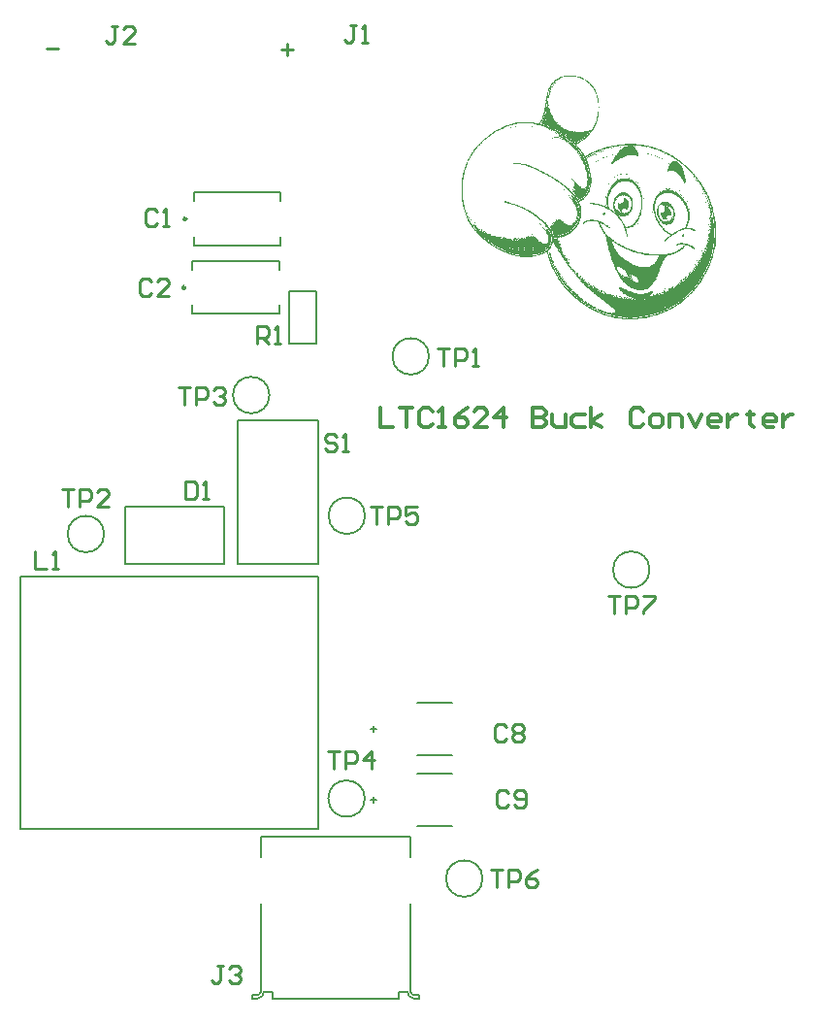
<source format=gto>
G04*
G04 #@! TF.GenerationSoftware,Altium Limited,Altium Designer,24.1.2 (44)*
G04*
G04 Layer_Color=65535*
%FSLAX44Y44*%
%MOMM*%
G71*
G04*
G04 #@! TF.SameCoordinates,927C013D-A056-43EA-BD9B-1951F5445D31*
G04*
G04*
G04 #@! TF.FilePolarity,Positive*
G04*
G01*
G75*
%ADD10C,0.1270*%
%ADD11C,0.2500*%
%ADD12C,0.2000*%
%ADD13C,0.3000*%
%ADD14C,0.2540*%
G36*
X641099Y805678D02*
X643626D01*
Y805397D01*
X644188D01*
Y805116D01*
X645592D01*
Y804835D01*
X645873D01*
Y804554D01*
X648120D01*
Y804274D01*
X648400D01*
Y803993D01*
X648681D01*
Y803712D01*
X649524D01*
Y803431D01*
X650366D01*
Y803150D01*
X650928D01*
Y802589D01*
X651490D01*
Y802308D01*
X651770D01*
Y802027D01*
X652894D01*
Y801746D01*
X653175D01*
Y801465D01*
X653455D01*
Y801184D01*
X654017D01*
Y800903D01*
X654298D01*
Y800623D01*
X654579D01*
Y800342D01*
X654860D01*
Y800061D01*
X655140D01*
Y799780D01*
X655702D01*
Y799499D01*
X655983D01*
Y799219D01*
X656264D01*
Y798938D01*
X656545D01*
Y798657D01*
X656825D01*
Y798376D01*
X657106D01*
Y798095D01*
X657387D01*
Y797534D01*
X657668D01*
Y797253D01*
X657949D01*
Y796972D01*
X658510D01*
Y796691D01*
X658791D01*
Y796410D01*
X659072D01*
Y795287D01*
X659353D01*
Y795006D01*
X659634D01*
Y794444D01*
X660195D01*
Y794164D01*
X660476D01*
Y793602D01*
X660757D01*
Y792759D01*
X661038D01*
Y792479D01*
X661319D01*
Y791636D01*
X661600D01*
Y790794D01*
X661880D01*
Y789951D01*
X662161D01*
Y789109D01*
X662442D01*
Y788828D01*
X662723D01*
Y788547D01*
X663004D01*
Y786581D01*
X663285D01*
Y786300D01*
X663565D01*
Y784896D01*
X663846D01*
Y778718D01*
X664127D01*
Y778156D01*
X663846D01*
Y771416D01*
X663565D01*
Y770293D01*
X663285D01*
Y769170D01*
X663004D01*
Y767766D01*
X662723D01*
Y766923D01*
X662442D01*
Y766361D01*
X662161D01*
Y765519D01*
X661880D01*
Y764957D01*
X661600D01*
Y763272D01*
X661319D01*
Y762711D01*
X661038D01*
Y762430D01*
X660757D01*
Y761587D01*
X660476D01*
Y761307D01*
X660195D01*
Y761026D01*
X659914D01*
Y760183D01*
X659634D01*
Y759902D01*
X659353D01*
Y759622D01*
X659072D01*
Y758498D01*
X658791D01*
Y758217D01*
X658510D01*
Y757656D01*
X657668D01*
Y756813D01*
X657387D01*
Y756532D01*
X657106D01*
Y756252D01*
X656825D01*
Y755690D01*
X656264D01*
Y754847D01*
X655983D01*
Y754566D01*
X655702D01*
Y754286D01*
X655140D01*
Y753724D01*
X654860D01*
Y753443D01*
X654579D01*
Y753162D01*
X654298D01*
Y752882D01*
X654017D01*
Y752601D01*
X653736D01*
Y752320D01*
X653175D01*
Y752039D01*
X652894D01*
Y751758D01*
X652613D01*
Y751197D01*
X652332D01*
Y750916D01*
X651490D01*
Y750635D01*
X651209D01*
Y750354D01*
X650928D01*
Y749792D01*
X650647D01*
Y749512D01*
X649524D01*
Y749231D01*
X649243D01*
Y748950D01*
X648962D01*
Y748669D01*
X648400D01*
Y748388D01*
X648120D01*
Y747827D01*
X647558D01*
Y747546D01*
X647277D01*
Y747265D01*
X646435D01*
Y746984D01*
X646154D01*
Y746703D01*
X645592D01*
Y746423D01*
X644750D01*
Y746142D01*
X644469D01*
Y745861D01*
X643907D01*
Y745299D01*
X644188D01*
Y745018D01*
X644469D01*
Y744737D01*
X644750D01*
Y744457D01*
X645031D01*
Y744176D01*
X645311D01*
Y743895D01*
X645873D01*
Y743053D01*
X646154D01*
Y742772D01*
X646435D01*
Y742491D01*
X646715D01*
Y742210D01*
X646996D01*
Y741929D01*
X647277D01*
Y741367D01*
X648120D01*
Y740244D01*
X648400D01*
Y739963D01*
X648681D01*
Y739402D01*
X648962D01*
Y739121D01*
X649524D01*
Y738278D01*
X650086D01*
Y737717D01*
X650366D01*
Y737155D01*
X650647D01*
Y736874D01*
X650928D01*
Y736032D01*
X651209D01*
Y735751D01*
X651490D01*
Y735470D01*
X652051D01*
Y735751D01*
X652613D01*
Y736032D01*
X653175D01*
Y736313D01*
X654017D01*
Y736593D01*
X654298D01*
Y736874D01*
X654860D01*
Y737155D01*
X655140D01*
Y737436D01*
X655421D01*
Y737717D01*
X656264D01*
Y737998D01*
X656545D01*
Y738278D01*
X657106D01*
Y738559D01*
X657668D01*
Y738840D01*
X657949D01*
Y739121D01*
X659353D01*
Y739402D01*
X659914D01*
Y739682D01*
X660195D01*
Y739963D01*
X661319D01*
Y740244D01*
X661600D01*
Y740525D01*
X662161D01*
Y740806D01*
X663004D01*
Y741087D01*
X663285D01*
Y741367D01*
X665250D01*
Y741648D01*
X665812D01*
Y741929D01*
X666374D01*
Y742210D01*
X667497D01*
Y742491D01*
X668059D01*
Y742772D01*
X668901D01*
Y743053D01*
X669744D01*
Y743333D01*
X670024D01*
Y743614D01*
X671709D01*
Y743895D01*
X673956D01*
Y744176D01*
X674799D01*
Y744457D01*
X676764D01*
Y744737D01*
X677326D01*
Y745018D01*
X679292D01*
Y745299D01*
X680696D01*
Y745580D01*
X681538D01*
Y745861D01*
X686032D01*
Y746142D01*
X696423D01*
Y745861D01*
X700916D01*
Y745580D01*
X701477D01*
Y745299D01*
X703443D01*
Y745018D01*
X704566D01*
Y744737D01*
X705409D01*
Y744457D01*
X707375D01*
Y744176D01*
X708217D01*
Y743895D01*
X709902D01*
Y743614D01*
X711307D01*
Y743333D01*
X711587D01*
Y743053D01*
X712430D01*
Y742772D01*
X713553D01*
Y742491D01*
X713834D01*
Y742210D01*
X714957D01*
Y741929D01*
X715519D01*
Y741648D01*
X716081D01*
Y741367D01*
X718046D01*
Y741087D01*
X718327D01*
Y740806D01*
X718889D01*
Y740525D01*
X719170D01*
Y740244D01*
X719731D01*
Y739963D01*
X720574D01*
Y739682D01*
X721135D01*
Y739402D01*
X721416D01*
Y739121D01*
X722821D01*
Y738840D01*
X723101D01*
Y738559D01*
X723663D01*
Y738278D01*
X724225D01*
Y737717D01*
X725067D01*
Y737436D01*
X725629D01*
Y737155D01*
X725910D01*
Y736874D01*
X726471D01*
Y736593D01*
X726752D01*
Y736313D01*
X727595D01*
Y736032D01*
X728437D01*
Y735751D01*
X728718D01*
Y735470D01*
X729280D01*
Y735189D01*
X729560D01*
Y734628D01*
X729841D01*
Y734347D01*
X730403D01*
Y734066D01*
X730965D01*
Y733785D01*
X731245D01*
Y733504D01*
X732088D01*
Y733223D01*
X732650D01*
Y732943D01*
X732930D01*
Y732662D01*
X733211D01*
Y732381D01*
X733492D01*
Y732100D01*
X733773D01*
Y731819D01*
X734334D01*
Y730977D01*
X735458D01*
Y730696D01*
X736020D01*
Y730415D01*
X736300D01*
Y730134D01*
X736581D01*
Y729854D01*
X736862D01*
Y729573D01*
X737143D01*
Y729292D01*
X737424D01*
Y729011D01*
X737704D01*
Y728730D01*
X737985D01*
Y728449D01*
X738266D01*
Y728168D01*
X738828D01*
Y727888D01*
X739389D01*
Y727607D01*
X739670D01*
Y727045D01*
X739951D01*
Y726764D01*
X740232D01*
Y726484D01*
X740794D01*
Y726203D01*
X741075D01*
Y725922D01*
X741355D01*
Y725641D01*
X741917D01*
Y725360D01*
X742198D01*
Y725079D01*
X742479D01*
Y724237D01*
X742759D01*
Y723956D01*
X743321D01*
Y723675D01*
X743602D01*
Y723113D01*
X743883D01*
Y722833D01*
X744725D01*
Y722271D01*
X745006D01*
Y721990D01*
X745287D01*
Y721429D01*
X745568D01*
Y720867D01*
X745849D01*
Y720586D01*
X746129D01*
Y720305D01*
X746691D01*
Y720024D01*
X746972D01*
Y719744D01*
X747253D01*
Y719463D01*
X747534D01*
Y718901D01*
X747814D01*
Y718059D01*
X748376D01*
Y717778D01*
X748657D01*
Y717497D01*
X748938D01*
Y717216D01*
X749219D01*
Y716935D01*
X749499D01*
Y716654D01*
X749780D01*
Y716093D01*
X750061D01*
Y715531D01*
X750342D01*
Y715250D01*
X750623D01*
Y714969D01*
X750903D01*
Y714689D01*
X751184D01*
Y714127D01*
X751465D01*
Y713565D01*
X751746D01*
Y713285D01*
X752027D01*
Y712723D01*
X752589D01*
Y712442D01*
X752869D01*
Y711319D01*
X753150D01*
Y711038D01*
X753431D01*
Y710757D01*
X753712D01*
Y709914D01*
X754274D01*
Y709634D01*
X754554D01*
Y709353D01*
X754835D01*
Y709072D01*
X755116D01*
Y708230D01*
X755397D01*
Y707949D01*
X755678D01*
Y707106D01*
X755958D01*
Y706545D01*
X756239D01*
Y706264D01*
X756520D01*
Y705702D01*
X756801D01*
Y705421D01*
X757082D01*
Y704860D01*
X757363D01*
Y704579D01*
X757643D01*
Y704017D01*
X757924D01*
Y703455D01*
X758205D01*
Y702051D01*
X758486D01*
Y701770D01*
X758767D01*
Y701490D01*
X759048D01*
Y700928D01*
X759328D01*
Y700647D01*
X759609D01*
Y699524D01*
X759890D01*
Y699243D01*
X760171D01*
Y698681D01*
X760452D01*
Y697839D01*
X760733D01*
Y697558D01*
X761013D01*
Y695592D01*
X761294D01*
Y695031D01*
X761575D01*
Y694188D01*
X761856D01*
Y693345D01*
X762137D01*
Y692503D01*
X762418D01*
Y691661D01*
X762698D01*
Y691099D01*
X762979D01*
Y690537D01*
X763260D01*
Y687448D01*
X763541D01*
Y686606D01*
X763822D01*
Y686044D01*
X764102D01*
Y683797D01*
X764383D01*
Y683236D01*
X764664D01*
Y681551D01*
X764945D01*
Y679866D01*
X765226D01*
Y679023D01*
X765507D01*
Y675372D01*
X765788D01*
Y661050D01*
X765507D01*
Y657118D01*
X765226D01*
Y656838D01*
X764945D01*
Y655153D01*
X764664D01*
Y654029D01*
X764383D01*
Y652906D01*
X764102D01*
Y651221D01*
X763822D01*
Y650659D01*
X763541D01*
Y649817D01*
X763260D01*
Y647009D01*
X762979D01*
Y646728D01*
X762698D01*
Y646166D01*
X762418D01*
Y645324D01*
X762137D01*
Y644762D01*
X761856D01*
Y643639D01*
X761575D01*
Y643077D01*
X761294D01*
Y642515D01*
X761013D01*
Y640830D01*
X760733D01*
Y640549D01*
X760452D01*
Y639707D01*
X760171D01*
Y639145D01*
X759890D01*
Y638865D01*
X759609D01*
Y638022D01*
X759328D01*
Y637460D01*
X759048D01*
Y637179D01*
X758767D01*
Y636337D01*
X758205D01*
Y634933D01*
X757924D01*
Y634371D01*
X757643D01*
Y634090D01*
X757363D01*
Y633529D01*
X757082D01*
Y632967D01*
X756801D01*
Y632686D01*
X756520D01*
Y632124D01*
X756239D01*
Y631844D01*
X755958D01*
Y631001D01*
X755678D01*
Y630720D01*
X755397D01*
Y630159D01*
X755116D01*
Y629316D01*
X754835D01*
Y629035D01*
X754554D01*
Y628474D01*
X754274D01*
Y628193D01*
X753712D01*
Y627350D01*
X753431D01*
Y627070D01*
X753150D01*
Y626789D01*
X752869D01*
Y625665D01*
X752308D01*
Y625385D01*
X752027D01*
Y624823D01*
X751746D01*
Y624542D01*
X751465D01*
Y623980D01*
X751184D01*
Y623700D01*
X750903D01*
Y623419D01*
X750623D01*
Y622857D01*
X750342D01*
Y622576D01*
X750061D01*
Y622295D01*
X749780D01*
Y621734D01*
X749499D01*
Y621453D01*
X749219D01*
Y620891D01*
X748938D01*
Y620611D01*
X748376D01*
Y620049D01*
X747814D01*
Y619206D01*
X747534D01*
Y618926D01*
X747253D01*
Y618645D01*
X746972D01*
Y618083D01*
X746410D01*
Y617802D01*
X745849D01*
Y617240D01*
X745568D01*
Y616960D01*
X745287D01*
Y616398D01*
X745006D01*
Y616117D01*
X744725D01*
Y615836D01*
X744444D01*
Y615555D01*
X744164D01*
Y615275D01*
X743602D01*
Y614994D01*
X743321D01*
Y614713D01*
X743040D01*
Y614432D01*
X742759D01*
Y614151D01*
X742479D01*
Y613590D01*
X742198D01*
Y613028D01*
X741636D01*
Y612747D01*
X741355D01*
Y612466D01*
X740794D01*
Y612186D01*
X740513D01*
Y611905D01*
X739951D01*
Y611343D01*
X739670D01*
Y610781D01*
X739109D01*
Y610501D01*
X738828D01*
Y610220D01*
X738547D01*
Y609939D01*
X737704D01*
Y609658D01*
X737424D01*
Y609377D01*
X737143D01*
Y609096D01*
X736862D01*
Y608535D01*
X736300D01*
Y608254D01*
X736020D01*
Y607973D01*
X735458D01*
Y607411D01*
X735177D01*
Y607131D01*
X734334D01*
Y606850D01*
X734054D01*
Y606569D01*
X733492D01*
Y606288D01*
X732930D01*
Y606007D01*
X732650D01*
Y605727D01*
X732088D01*
Y604884D01*
X730965D01*
Y604603D01*
X730403D01*
Y604322D01*
X729841D01*
Y604041D01*
X729560D01*
Y603761D01*
X729280D01*
Y603480D01*
X728718D01*
Y603199D01*
X728437D01*
Y602918D01*
X728156D01*
Y602637D01*
X727033D01*
Y602356D01*
X726752D01*
Y602076D01*
X726471D01*
Y601795D01*
X725067D01*
Y601514D01*
X724786D01*
Y601233D01*
X724225D01*
Y600952D01*
X723944D01*
Y600672D01*
X723663D01*
Y600391D01*
X722540D01*
Y600110D01*
X721978D01*
Y599829D01*
X721416D01*
Y599548D01*
X720012D01*
Y599267D01*
X719451D01*
Y598987D01*
X719170D01*
Y598706D01*
X718608D01*
Y598425D01*
X718327D01*
Y598144D01*
X716642D01*
Y597863D01*
X716361D01*
Y597582D01*
X715800D01*
Y597302D01*
X714957D01*
Y597021D01*
X714676D01*
Y596740D01*
X712149D01*
Y596459D01*
X711307D01*
Y596178D01*
X710745D01*
Y595897D01*
X708779D01*
Y595617D01*
X708217D01*
Y595336D01*
X707094D01*
Y595055D01*
X705971D01*
Y594774D01*
X705690D01*
Y594493D01*
X702882D01*
Y594212D01*
X698950D01*
Y593932D01*
X697827D01*
Y593651D01*
X684066D01*
Y593932D01*
X682662D01*
Y594212D01*
X679573D01*
Y594493D01*
X677045D01*
Y594774D01*
X676203D01*
Y595055D01*
X675360D01*
Y595336D01*
X674518D01*
Y595617D01*
X673675D01*
Y595897D01*
X671990D01*
Y596178D01*
X671429D01*
Y596459D01*
X670867D01*
Y596740D01*
X669744D01*
Y597021D01*
X668059D01*
Y597302D01*
X667216D01*
Y597582D01*
X666935D01*
Y597863D01*
X666374D01*
Y598144D01*
X665250D01*
Y598425D01*
X664689D01*
Y598706D01*
X664127D01*
Y598987D01*
X663846D01*
Y599267D01*
X663285D01*
Y599548D01*
X661880D01*
Y599829D01*
X661319D01*
Y600110D01*
X661038D01*
Y600391D01*
X659914D01*
Y600672D01*
X659634D01*
Y600952D01*
X659072D01*
Y601233D01*
X658791D01*
Y601514D01*
X658510D01*
Y601795D01*
X657106D01*
Y602076D01*
X656825D01*
Y602356D01*
X656545D01*
Y602637D01*
X655702D01*
Y602918D01*
X655421D01*
Y603199D01*
X655140D01*
Y603480D01*
X654579D01*
Y603761D01*
X654017D01*
Y604041D01*
X653736D01*
Y604322D01*
X653455D01*
Y604603D01*
X652613D01*
Y604884D01*
X652051D01*
Y605165D01*
X651490D01*
Y605446D01*
X651209D01*
Y605727D01*
X650928D01*
Y606007D01*
X650647D01*
Y606288D01*
X650086D01*
Y606569D01*
X649805D01*
Y606850D01*
X649524D01*
Y607131D01*
X648962D01*
Y607411D01*
X648400D01*
Y607692D01*
X648120D01*
Y607973D01*
X647558D01*
Y608254D01*
X647277D01*
Y608535D01*
X646996D01*
Y608816D01*
X646435D01*
Y609096D01*
X646154D01*
Y609658D01*
X645873D01*
Y609939D01*
X645311D01*
Y610220D01*
X644750D01*
Y610501D01*
X644469D01*
Y610781D01*
X643907D01*
Y611062D01*
X643626D01*
Y611343D01*
X643345D01*
Y611905D01*
X643065D01*
Y612186D01*
X642503D01*
Y612466D01*
X642222D01*
Y612747D01*
X641661D01*
Y613028D01*
X641380D01*
Y613309D01*
X641099D01*
Y613590D01*
X640818D01*
Y614151D01*
X640537D01*
Y614432D01*
X640256D01*
Y614713D01*
X639695D01*
Y615275D01*
X639133D01*
Y615555D01*
X638571D01*
Y615836D01*
X638291D01*
Y616398D01*
X638010D01*
Y616679D01*
X637729D01*
Y616960D01*
X637448D01*
Y617240D01*
X637167D01*
Y617802D01*
X636606D01*
Y618083D01*
X636325D01*
Y618364D01*
X635763D01*
Y618926D01*
X635482D01*
Y619487D01*
X635201D01*
Y619768D01*
X634921D01*
Y620049D01*
X634640D01*
Y620330D01*
X634359D01*
Y620611D01*
X633797D01*
Y621172D01*
X633517D01*
Y621453D01*
X633236D01*
Y622295D01*
X632674D01*
Y622857D01*
X632393D01*
Y623138D01*
X631832D01*
Y623419D01*
X631551D01*
Y623980D01*
X631270D01*
Y624542D01*
X630989D01*
Y624823D01*
X630708D01*
Y625104D01*
X630427D01*
Y625665D01*
X630146D01*
Y626227D01*
X629866D01*
Y626508D01*
X629585D01*
Y626789D01*
X629304D01*
Y627070D01*
X629023D01*
Y627912D01*
X628742D01*
Y628193D01*
X628181D01*
Y628755D01*
X627900D01*
Y629035D01*
X627619D01*
Y630440D01*
X627338D01*
Y630720D01*
X627057D01*
Y631001D01*
X626777D01*
Y631282D01*
X626496D01*
Y631563D01*
X626215D01*
Y632405D01*
X625934D01*
Y632686D01*
X625653D01*
Y632967D01*
X625372D01*
Y633529D01*
X625092D01*
Y634652D01*
X624811D01*
Y634933D01*
X624530D01*
Y636056D01*
X624249D01*
Y636337D01*
X623968D01*
Y636618D01*
X623687D01*
Y637179D01*
X623407D01*
Y637460D01*
X623126D01*
Y638584D01*
X622845D01*
Y639145D01*
X622564D01*
Y639426D01*
X622283D01*
Y641111D01*
X622002D01*
Y641392D01*
X621722D01*
Y641954D01*
X621441D01*
Y642796D01*
X621160D01*
Y643077D01*
X620879D01*
Y644200D01*
X620598D01*
Y645043D01*
X620317D01*
Y645604D01*
X620037D01*
Y646447D01*
X619756D01*
Y648413D01*
X619475D01*
Y649255D01*
X619194D01*
Y650098D01*
X618913D01*
Y650659D01*
X618633D01*
Y652064D01*
X617228D01*
Y651783D01*
X616948D01*
Y651502D01*
X616667D01*
Y651221D01*
X615824D01*
Y650940D01*
X615543D01*
Y650659D01*
X614982D01*
Y650378D01*
X614701D01*
Y650098D01*
X614420D01*
Y649817D01*
X613016D01*
Y649536D01*
X611893D01*
Y649255D01*
X611331D01*
Y648974D01*
X609365D01*
Y648693D01*
X608803D01*
Y648413D01*
X606838D01*
Y648132D01*
X605714D01*
Y647851D01*
X604029D01*
Y647570D01*
X597289D01*
Y647851D01*
X595323D01*
Y648132D01*
X593639D01*
Y648413D01*
X591673D01*
Y648693D01*
X590830D01*
Y648974D01*
X589426D01*
Y649255D01*
X588584D01*
Y649536D01*
X587179D01*
Y649817D01*
X585775D01*
Y650098D01*
X585214D01*
Y650378D01*
X584652D01*
Y650659D01*
X583810D01*
Y650940D01*
X583529D01*
Y651221D01*
X582686D01*
Y651502D01*
X582124D01*
Y651783D01*
X581844D01*
Y652064D01*
X580159D01*
Y652344D01*
X579597D01*
Y652625D01*
X579316D01*
Y652906D01*
X578474D01*
Y653187D01*
X578193D01*
Y653468D01*
X577350D01*
Y653748D01*
X577070D01*
Y654029D01*
X576789D01*
Y654310D01*
X575946D01*
Y654591D01*
X575665D01*
Y654872D01*
X574823D01*
Y655153D01*
X574261D01*
Y655433D01*
X573700D01*
Y655714D01*
X572857D01*
Y656557D01*
X572015D01*
Y656838D01*
X571453D01*
Y657118D01*
X571172D01*
Y657399D01*
X570330D01*
Y657680D01*
X570049D01*
Y657961D01*
X569487D01*
Y658242D01*
X569206D01*
Y658523D01*
X568926D01*
Y658803D01*
X568364D01*
Y659084D01*
X568083D01*
Y659365D01*
X567521D01*
Y659646D01*
X567240D01*
Y659927D01*
X566960D01*
Y660208D01*
X566398D01*
Y660488D01*
X565836D01*
Y660769D01*
X565555D01*
Y661050D01*
X565275D01*
Y661331D01*
X564994D01*
Y661612D01*
X564713D01*
Y662173D01*
X564432D01*
Y662454D01*
X563590D01*
Y662735D01*
X563028D01*
Y663016D01*
X562747D01*
Y663297D01*
X562466D01*
Y663577D01*
X562186D01*
Y664139D01*
X561905D01*
Y664420D01*
X561624D01*
Y664701D01*
X561062D01*
Y664982D01*
X560781D01*
Y665263D01*
X560501D01*
Y665543D01*
X559939D01*
Y666105D01*
X559658D01*
Y666386D01*
X559377D01*
Y666667D01*
X559096D01*
Y666947D01*
X558816D01*
Y667228D01*
X558535D01*
Y667790D01*
X557973D01*
Y668071D01*
X557692D01*
Y668352D01*
X557411D01*
Y668633D01*
X557131D01*
Y669194D01*
X556850D01*
Y669475D01*
X556569D01*
Y670037D01*
X556288D01*
Y670318D01*
X556007D01*
Y670598D01*
X555446D01*
Y671160D01*
X555165D01*
Y671441D01*
X554884D01*
Y671722D01*
X554603D01*
Y672283D01*
X554322D01*
Y672845D01*
X554041D01*
Y673126D01*
X553480D01*
Y673687D01*
X553199D01*
Y673968D01*
X552918D01*
Y674530D01*
X552637D01*
Y674811D01*
X552356D01*
Y675092D01*
X552076D01*
Y675372D01*
X551795D01*
Y676215D01*
X551514D01*
Y676496D01*
X551233D01*
Y677057D01*
X550952D01*
Y677619D01*
X550672D01*
Y678181D01*
X550391D01*
Y678462D01*
X550110D01*
Y678742D01*
X549829D01*
Y679023D01*
X549548D01*
Y679866D01*
X549267D01*
Y680427D01*
X548987D01*
Y681270D01*
X548706D01*
Y682393D01*
X548425D01*
Y682955D01*
X548144D01*
Y683516D01*
X547863D01*
Y683797D01*
X547582D01*
Y684359D01*
X547302D01*
Y686044D01*
X547021D01*
Y686606D01*
X546740D01*
Y688291D01*
X546459D01*
Y689133D01*
X546178D01*
Y689976D01*
X545897D01*
Y691380D01*
X545617D01*
Y691661D01*
X545336D01*
Y693065D01*
X545055D01*
Y695031D01*
X544774D01*
Y695873D01*
X544493D01*
Y697839D01*
X544212D01*
Y699243D01*
Y699524D01*
Y705421D01*
X543932D01*
Y705983D01*
X544212D01*
Y715250D01*
X544493D01*
Y717216D01*
X544774D01*
Y717778D01*
X545055D01*
Y720024D01*
X545336D01*
Y720867D01*
X545617D01*
Y721429D01*
X545897D01*
Y722833D01*
X546178D01*
Y723394D01*
X546459D01*
Y724518D01*
X546740D01*
Y725922D01*
X547021D01*
Y726484D01*
X547302D01*
Y727888D01*
X547582D01*
Y728168D01*
X547863D01*
Y728449D01*
X548144D01*
Y729292D01*
X548425D01*
Y729854D01*
X548706D01*
Y730696D01*
X548987D01*
Y731819D01*
X549267D01*
Y732100D01*
X549548D01*
Y732943D01*
X549829D01*
Y733504D01*
X550110D01*
Y733785D01*
X550391D01*
Y734066D01*
X550672D01*
Y734347D01*
X550952D01*
Y735189D01*
X551233D01*
Y735470D01*
X551514D01*
Y735751D01*
X551795D01*
Y736874D01*
X552076D01*
Y737155D01*
X552356D01*
Y737436D01*
X552637D01*
Y737998D01*
X552918D01*
Y738559D01*
X553199D01*
Y739121D01*
X554041D01*
Y739682D01*
X554322D01*
Y740806D01*
X554603D01*
Y741087D01*
X554884D01*
Y741367D01*
X555165D01*
Y741648D01*
X555446D01*
Y741929D01*
X555727D01*
Y742210D01*
X556007D01*
Y742491D01*
X556288D01*
Y742772D01*
X556569D01*
Y743333D01*
X556850D01*
Y743614D01*
X557131D01*
Y743895D01*
X557411D01*
Y744457D01*
X557692D01*
Y744737D01*
X557973D01*
Y745018D01*
X558535D01*
Y745580D01*
X558816D01*
Y745861D01*
X559096D01*
Y746142D01*
X559377D01*
Y746423D01*
X559658D01*
Y746703D01*
X559939D01*
Y747265D01*
X560501D01*
Y747546D01*
X560781D01*
Y748107D01*
X561343D01*
Y748388D01*
X561624D01*
Y748669D01*
X561905D01*
Y748950D01*
X562186D01*
Y749231D01*
X562466D01*
Y749512D01*
X563028D01*
Y750073D01*
X563309D01*
Y750354D01*
X563871D01*
Y750635D01*
X564151D01*
Y750916D01*
X564432D01*
Y751197D01*
X564713D01*
Y751758D01*
X564994D01*
Y752039D01*
X565836D01*
Y752320D01*
X566117D01*
Y752601D01*
X566679D01*
Y752882D01*
X566960D01*
Y753162D01*
X567240D01*
Y753443D01*
X567521D01*
Y754005D01*
X567802D01*
Y754286D01*
X568364D01*
Y754566D01*
X568645D01*
Y754847D01*
X569487D01*
Y755128D01*
X570049D01*
Y755690D01*
X570330D01*
Y755971D01*
X570611D01*
Y756252D01*
X571172D01*
Y756532D01*
X571734D01*
Y756813D01*
X572015D01*
Y757094D01*
X572295D01*
Y757375D01*
X573138D01*
Y757656D01*
X573700D01*
Y757936D01*
X573980D01*
Y758217D01*
X574261D01*
Y758498D01*
X575104D01*
Y758779D01*
X575385D01*
Y759060D01*
X575665D01*
Y759341D01*
X575946D01*
Y759622D01*
X577631D01*
Y759902D01*
X577912D01*
Y760183D01*
X578193D01*
Y760464D01*
X578474D01*
Y760745D01*
X579597D01*
Y761026D01*
X580440D01*
Y761587D01*
X581001D01*
Y761868D01*
X581563D01*
Y762149D01*
X582405D01*
Y762430D01*
X583810D01*
Y762711D01*
X584090D01*
Y762991D01*
X585494D01*
Y763272D01*
X586056D01*
Y763553D01*
X586618D01*
Y763834D01*
X587741D01*
Y764115D01*
X588865D01*
Y764396D01*
X589707D01*
Y764676D01*
X590830D01*
Y764957D01*
X592515D01*
Y765238D01*
X593077D01*
Y764957D01*
X593919D01*
Y765238D01*
X604310D01*
Y764957D01*
X605714D01*
Y765238D01*
X605995D01*
Y764957D01*
X606276D01*
Y765238D01*
X606557D01*
Y764957D01*
X607399D01*
Y764676D01*
X609365D01*
Y764396D01*
X610488D01*
Y764115D01*
X611612D01*
Y764396D01*
X611893D01*
Y764957D01*
X612173D01*
Y765238D01*
X612454D01*
Y765800D01*
X612735D01*
Y766642D01*
X613016D01*
Y766923D01*
X613297D01*
Y767485D01*
X613577D01*
Y767766D01*
X613858D01*
Y768046D01*
X614139D01*
Y769170D01*
X614420D01*
Y769731D01*
X614701D01*
Y771135D01*
X614982D01*
Y772540D01*
X615262D01*
Y773101D01*
X615543D01*
Y773663D01*
X615824D01*
Y774505D01*
X616105D01*
Y775910D01*
X616386D01*
Y778156D01*
X616667D01*
Y778718D01*
X616948D01*
Y779841D01*
X617228D01*
Y781807D01*
X617509D01*
Y783492D01*
X617228D01*
Y784896D01*
X617509D01*
Y785458D01*
X617790D01*
Y787143D01*
X618071D01*
Y787985D01*
X618352D01*
Y789389D01*
X618633D01*
Y791355D01*
X618913D01*
Y791636D01*
X619194D01*
Y792198D01*
X619475D01*
Y793321D01*
X619756D01*
Y794444D01*
X620037D01*
Y795287D01*
X620317D01*
Y795568D01*
X620598D01*
Y795849D01*
X620879D01*
Y796691D01*
X621160D01*
Y796972D01*
X621722D01*
Y797534D01*
X622002D01*
Y797814D01*
X622283D01*
Y798938D01*
X622845D01*
Y799219D01*
X623126D01*
Y799499D01*
X623407D01*
Y799780D01*
X623968D01*
Y800061D01*
X624249D01*
Y800342D01*
X624530D01*
Y800903D01*
X624811D01*
Y801184D01*
X625092D01*
Y801465D01*
X625372D01*
Y801746D01*
X625653D01*
Y802027D01*
X626777D01*
Y802308D01*
X627057D01*
Y802589D01*
X627338D01*
Y802869D01*
X627619D01*
Y803150D01*
X627900D01*
Y803431D01*
X628461D01*
Y803712D01*
X629023D01*
Y803993D01*
X629304D01*
Y804274D01*
X629866D01*
Y804554D01*
X631270D01*
Y804835D01*
X632112D01*
Y805116D01*
X632955D01*
Y805397D01*
X633236D01*
Y805678D01*
X635201D01*
Y805958D01*
X641099D01*
Y805678D01*
D02*
G37*
%LPC*%
G36*
X639695Y804835D02*
X639133D01*
Y804554D01*
X638852D01*
Y804835D01*
X638291D01*
Y804554D01*
X637167D01*
Y804835D01*
X636886D01*
Y804554D01*
X632393D01*
Y804274D01*
X632112D01*
Y803993D01*
X631270D01*
Y803712D01*
X630708D01*
Y803431D01*
X630427D01*
Y803150D01*
X630989D01*
Y802869D01*
X630427D01*
Y803150D01*
X629866D01*
Y802869D01*
X629304D01*
Y802589D01*
X629023D01*
Y802308D01*
X628461D01*
Y802027D01*
X627900D01*
Y801746D01*
X627619D01*
Y801465D01*
X626777D01*
Y801184D01*
X626496D01*
Y800903D01*
X626215D01*
Y800623D01*
X625934D01*
Y800342D01*
X625653D01*
Y800061D01*
X625372D01*
Y799780D01*
X625092D01*
Y799219D01*
X624249D01*
Y798938D01*
X623968D01*
Y798657D01*
X623687D01*
Y798095D01*
X623407D01*
Y797814D01*
X623126D01*
Y797534D01*
X622845D01*
Y797253D01*
X622564D01*
Y796972D01*
X622283D01*
Y796410D01*
X622564D01*
Y795287D01*
X622283D01*
Y795849D01*
X622002D01*
Y795287D01*
X622283D01*
Y794164D01*
X622002D01*
Y793883D01*
X622283D01*
Y793321D01*
X622002D01*
Y792759D01*
X622283D01*
Y792479D01*
X622564D01*
Y792198D01*
X621722D01*
Y793040D01*
X621441D01*
Y792759D01*
X621160D01*
Y792198D01*
X621722D01*
Y791636D01*
X621160D01*
Y791075D01*
X621441D01*
Y790513D01*
X621160D01*
Y790232D01*
X620879D01*
Y789109D01*
X620598D01*
Y788828D01*
X620317D01*
Y789670D01*
X620037D01*
Y791355D01*
X620317D01*
Y791636D01*
X620598D01*
Y792759D01*
X620879D01*
Y793040D01*
X621160D01*
Y793321D01*
X620879D01*
Y793602D01*
X620598D01*
Y793040D01*
X620317D01*
Y792198D01*
X620037D01*
Y791917D01*
X619756D01*
Y788828D01*
X620317D01*
Y788547D01*
Y786862D01*
X620037D01*
Y786300D01*
X619756D01*
Y788547D01*
X619475D01*
Y787985D01*
X619194D01*
Y786300D01*
X618913D01*
Y785458D01*
X618633D01*
Y783773D01*
X619194D01*
Y786020D01*
X619475D01*
Y784896D01*
X619756D01*
Y784054D01*
X620037D01*
Y783773D01*
X619756D01*
Y783492D01*
X619475D01*
Y783211D01*
X619756D01*
Y782650D01*
X619475D01*
Y782369D01*
X619756D01*
Y781807D01*
X619475D01*
Y781245D01*
X619756D01*
Y780965D01*
X619475D01*
Y780403D01*
X620037D01*
Y779560D01*
X619756D01*
Y778999D01*
X619475D01*
Y778156D01*
X620037D01*
Y778999D01*
X620317D01*
Y777033D01*
X620598D01*
Y776752D01*
X620879D01*
Y775629D01*
X621160D01*
Y774786D01*
X620879D01*
Y774225D01*
X621160D01*
Y773944D01*
X621441D01*
Y773663D01*
X621722D01*
Y773382D01*
X622002D01*
Y773101D01*
X622283D01*
Y772821D01*
X622002D01*
Y772259D01*
X622283D01*
Y771978D01*
X622564D01*
Y770574D01*
X622283D01*
Y770012D01*
X622564D01*
Y770293D01*
X622845D01*
Y770574D01*
X623126D01*
Y770012D01*
X623687D01*
Y769731D01*
X623126D01*
Y769170D01*
X623687D01*
Y769451D01*
X623968D01*
Y768327D01*
X624530D01*
Y767766D01*
X624811D01*
Y766642D01*
X625092D01*
Y766361D01*
X625372D01*
Y766081D01*
X625653D01*
Y765800D01*
X625934D01*
Y765519D01*
X626496D01*
Y765238D01*
X626777D01*
Y764957D01*
X627057D01*
Y765238D01*
X627619D01*
Y764396D01*
X627057D01*
Y763834D01*
X627619D01*
Y764115D01*
X628181D01*
Y763834D01*
X627900D01*
Y763553D01*
X628181D01*
Y763272D01*
X628461D01*
Y762991D01*
X628742D01*
Y762711D01*
X629023D01*
Y762430D01*
X629304D01*
Y762711D01*
X629585D01*
Y762991D01*
X629866D01*
Y762430D01*
X630146D01*
Y761587D01*
X630708D01*
Y761026D01*
X631270D01*
Y761587D01*
X631551D01*
Y760745D01*
X632393D01*
Y760464D01*
X632674D01*
Y760183D01*
X632955D01*
Y759902D01*
X633236D01*
Y759341D01*
X634078D01*
Y759622D01*
X634359D01*
Y759902D01*
X634640D01*
Y759341D01*
X635482D01*
Y758498D01*
X636044D01*
Y757936D01*
X636606D01*
Y758498D01*
X636044D01*
Y758779D01*
X636606D01*
Y758498D01*
X637448D01*
Y757936D01*
X638291D01*
Y757656D01*
X638571D01*
Y757375D01*
X638852D01*
Y757656D01*
X639133D01*
Y757375D01*
X639414D01*
Y757656D01*
X639695D01*
Y757936D01*
X639976D01*
Y757656D01*
X640256D01*
Y757375D01*
X641099D01*
Y757656D01*
X641380D01*
Y756532D01*
X641941D01*
Y757094D01*
X642222D01*
Y757375D01*
X643065D01*
Y757094D01*
X644188D01*
Y756532D01*
X644469D01*
Y756813D01*
X644750D01*
Y757094D01*
X645031D01*
Y756813D01*
X645311D01*
Y756532D01*
X646715D01*
Y756813D01*
X646996D01*
Y757094D01*
X647277D01*
Y756813D01*
X647558D01*
Y756532D01*
X647839D01*
Y756252D01*
X648400D01*
Y757094D01*
X648681D01*
Y757375D01*
X649243D01*
Y757094D01*
X648962D01*
Y756813D01*
X649243D01*
Y756532D01*
X649524D01*
Y756813D01*
X649805D01*
Y757094D01*
X650647D01*
Y757375D01*
X651209D01*
Y757656D01*
X651770D01*
Y757375D01*
X652332D01*
Y757094D01*
X652894D01*
Y757656D01*
X653175D01*
Y757936D01*
X653736D01*
Y757656D01*
X654298D01*
Y757936D01*
X654017D01*
Y758217D01*
X654298D01*
Y758498D01*
X654579D01*
Y757936D01*
X655140D01*
Y758498D01*
X655421D01*
Y758779D01*
X655983D01*
Y758498D01*
X656264D01*
Y758779D01*
X656825D01*
Y759060D01*
X657106D01*
Y758498D01*
X657387D01*
Y758779D01*
X657668D01*
Y759060D01*
X657949D01*
Y759341D01*
X658230D01*
Y759902D01*
X658791D01*
Y761307D01*
X659072D01*
Y761587D01*
X659353D01*
Y762430D01*
X659634D01*
Y762711D01*
X659914D01*
Y763272D01*
X660195D01*
Y763553D01*
X660476D01*
Y764115D01*
X660757D01*
Y764957D01*
X661038D01*
Y765519D01*
X661319D01*
Y766361D01*
X661600D01*
Y768046D01*
X661880D01*
Y769170D01*
X662161D01*
Y770574D01*
X662442D01*
Y770855D01*
X662723D01*
Y772259D01*
X663004D01*
Y774505D01*
X663285D01*
Y782369D01*
X663004D01*
Y784335D01*
X662723D01*
Y785458D01*
X662442D01*
Y786300D01*
X662161D01*
Y787143D01*
X661880D01*
Y787704D01*
X661600D01*
Y788547D01*
X661880D01*
Y788828D01*
X661600D01*
Y789670D01*
X661319D01*
Y790232D01*
X661038D01*
Y791075D01*
X660757D01*
Y791636D01*
X660476D01*
Y791917D01*
X660195D01*
Y792198D01*
X659914D01*
Y792759D01*
X659634D01*
Y793321D01*
X659353D01*
Y793602D01*
X659072D01*
Y794444D01*
X658791D01*
Y795006D01*
X658510D01*
Y795287D01*
X658230D01*
Y795568D01*
X657949D01*
Y795849D01*
X657668D01*
Y796410D01*
X657387D01*
Y796691D01*
X657106D01*
Y796972D01*
X656545D01*
Y797253D01*
X656264D01*
Y798095D01*
X655983D01*
Y798376D01*
X655702D01*
Y798657D01*
X655421D01*
Y798938D01*
X655140D01*
Y799219D01*
X654017D01*
Y799780D01*
X653736D01*
Y800061D01*
X653455D01*
Y800342D01*
X653175D01*
Y800623D01*
X652894D01*
Y800903D01*
X652613D01*
Y801184D01*
X651770D01*
Y801465D01*
X651490D01*
Y801746D01*
X651209D01*
Y802027D01*
X650086D01*
Y802308D01*
X649243D01*
Y802589D01*
X648962D01*
Y802869D01*
X648400D01*
Y803150D01*
X648120D01*
Y803431D01*
X647277D01*
Y803712D01*
X646154D01*
Y803993D01*
X645592D01*
Y804274D01*
X644750D01*
Y804554D01*
X639695D01*
Y804835D01*
D02*
G37*
G36*
X622002Y795287D02*
X621722D01*
Y795006D01*
X621441D01*
Y794444D01*
X622002D01*
Y795287D01*
D02*
G37*
G36*
X621441Y794444D02*
X621160D01*
Y794164D01*
X621441D01*
Y794444D01*
D02*
G37*
G36*
X621160Y794164D02*
X620879D01*
Y793883D01*
X621160D01*
Y794164D01*
D02*
G37*
G36*
X618913Y783211D02*
X618352D01*
Y781245D01*
X618071D01*
Y779841D01*
X617790D01*
Y779280D01*
X617509D01*
Y775067D01*
X617790D01*
Y778437D01*
X618071D01*
Y778718D01*
X618352D01*
Y780684D01*
X618633D01*
Y782650D01*
X618913D01*
Y782930D01*
Y783211D01*
D02*
G37*
G36*
X617509Y774505D02*
X617228D01*
Y774225D01*
Y773944D01*
X616948D01*
Y773101D01*
X617509D01*
Y774505D01*
D02*
G37*
G36*
X616948Y773101D02*
X616667D01*
Y772821D01*
X616386D01*
Y771697D01*
X616948D01*
Y773101D01*
D02*
G37*
G36*
X616667Y771416D02*
X616105D01*
Y770574D01*
X616386D01*
Y770855D01*
X616667D01*
Y771416D01*
D02*
G37*
G36*
X616948Y769731D02*
X616667D01*
Y769451D01*
X616948D01*
Y769731D01*
D02*
G37*
G36*
X616105Y770574D02*
X615824D01*
Y770293D01*
X615543D01*
Y769731D01*
X615262D01*
Y768889D01*
X614982D01*
Y768608D01*
X615262D01*
Y768327D01*
X615543D01*
Y769170D01*
X615824D01*
Y769451D01*
X616105D01*
Y770574D01*
D02*
G37*
G36*
X619756Y767485D02*
X619475D01*
Y767204D01*
X619756D01*
Y767485D01*
D02*
G37*
G36*
X617509D02*
X617228D01*
Y767204D01*
X617509D01*
Y767485D01*
D02*
G37*
G36*
X615262Y768046D02*
X614982D01*
Y767766D01*
X614701D01*
Y767204D01*
X615262D01*
Y768046D01*
D02*
G37*
G36*
X614701Y766923D02*
X614420D01*
Y766642D01*
X614139D01*
Y766081D01*
X614701D01*
Y766361D01*
Y766642D01*
Y766923D01*
D02*
G37*
G36*
X614139Y765800D02*
X613858D01*
Y765238D01*
X614420D01*
Y765519D01*
X614139D01*
Y765800D01*
D02*
G37*
G36*
X622283Y764957D02*
X622002D01*
Y764676D01*
X622283D01*
Y764957D01*
D02*
G37*
G36*
X601502Y764676D02*
X600940D01*
Y764396D01*
X599817D01*
Y764676D01*
X599255D01*
Y764396D01*
X598132D01*
Y764676D01*
X597289D01*
Y764396D01*
X594200D01*
Y764115D01*
X593919D01*
Y764396D01*
X593358D01*
Y764115D01*
X591954D01*
Y763834D01*
X590830D01*
Y763553D01*
X590269D01*
Y763272D01*
X588865D01*
Y762991D01*
X587741D01*
Y762711D01*
X587179D01*
Y762430D01*
X585214D01*
Y762149D01*
X584090D01*
Y761868D01*
X583810D01*
Y761587D01*
X583248D01*
Y761307D01*
X582967D01*
Y761026D01*
X582124D01*
Y760745D01*
X581282D01*
Y760464D01*
X580720D01*
Y760183D01*
X580440D01*
Y759902D01*
X580159D01*
Y759622D01*
X579035D01*
Y759902D01*
X578755D01*
Y759622D01*
X578193D01*
Y759341D01*
X577912D01*
Y759060D01*
X577631D01*
Y758779D01*
X577070D01*
Y758498D01*
X576227D01*
Y758217D01*
X575946D01*
Y757936D01*
X575665D01*
Y757656D01*
X575385D01*
Y757375D01*
X574823D01*
Y757656D01*
X574542D01*
Y757375D01*
X573980D01*
Y757094D01*
X573700D01*
Y756813D01*
X573419D01*
Y756532D01*
X572857D01*
Y756252D01*
X572576D01*
Y755971D01*
X572295D01*
Y755690D01*
X572015D01*
Y755409D01*
X571734D01*
Y755128D01*
X571172D01*
Y754847D01*
X570330D01*
Y754566D01*
X570049D01*
Y754286D01*
X569768D01*
Y754005D01*
X569206D01*
Y753724D01*
X568926D01*
Y753162D01*
X568645D01*
Y752882D01*
X567802D01*
Y752601D01*
X567521D01*
Y752320D01*
X567240D01*
Y752039D01*
X566960D01*
Y751758D01*
X566398D01*
Y751477D01*
X566117D01*
Y751197D01*
X565836D01*
Y750916D01*
X565555D01*
Y750635D01*
X564994D01*
Y750354D01*
X564713D01*
Y749512D01*
X563590D01*
Y749231D01*
X563309D01*
Y748950D01*
X563028D01*
Y748669D01*
X562747D01*
Y748388D01*
X562466D01*
Y748107D01*
X562186D01*
Y747265D01*
X561905D01*
Y746984D01*
X561624D01*
Y746703D01*
X560781D01*
Y746423D01*
X560501D01*
Y746142D01*
X560220D01*
Y745861D01*
X559939D01*
Y745018D01*
X559658D01*
Y744737D01*
X559377D01*
Y744457D01*
X558816D01*
Y744176D01*
X558535D01*
Y743895D01*
X558254D01*
Y743614D01*
X557973D01*
Y743333D01*
X557692D01*
Y743053D01*
X557411D01*
Y742491D01*
X557131D01*
Y741648D01*
X556850D01*
Y741367D01*
X556288D01*
Y741087D01*
X556007D01*
Y740525D01*
X555446D01*
Y740244D01*
X555165D01*
Y739682D01*
X554884D01*
Y739121D01*
X554322D01*
Y738559D01*
X554603D01*
Y738278D01*
X554041D01*
Y737717D01*
X553761D01*
Y737436D01*
X553480D01*
Y736874D01*
X553199D01*
Y736593D01*
X552918D01*
Y736313D01*
X552637D01*
Y735751D01*
X552356D01*
Y735470D01*
X552076D01*
Y735189D01*
X551795D01*
Y733785D01*
X551514D01*
Y733504D01*
X551233D01*
Y733223D01*
X550952D01*
Y732662D01*
X550672D01*
Y731819D01*
X550391D01*
Y731258D01*
X550110D01*
Y730977D01*
X549548D01*
Y730134D01*
X549267D01*
Y729573D01*
X548987D01*
Y728168D01*
X548706D01*
Y727607D01*
X548425D01*
Y726484D01*
X548144D01*
Y725641D01*
X547582D01*
Y725360D01*
X547302D01*
Y723956D01*
X547021D01*
Y722833D01*
X546740D01*
Y720586D01*
X546459D01*
Y719744D01*
X546178D01*
Y718339D01*
X545897D01*
Y716374D01*
X545617D01*
Y715531D01*
X545336D01*
Y714127D01*
X545055D01*
Y710757D01*
X544774D01*
Y703455D01*
X545055D01*
Y703175D01*
X544774D01*
Y701770D01*
X545055D01*
Y698962D01*
X545336D01*
Y697277D01*
X545617D01*
Y696996D01*
X545897D01*
Y695031D01*
X546178D01*
Y693626D01*
X546459D01*
Y692222D01*
X546740D01*
Y689976D01*
X547021D01*
Y688852D01*
X547302D01*
Y687729D01*
X547582D01*
Y687448D01*
X547863D01*
Y686606D01*
X548144D01*
Y686044D01*
X548425D01*
Y685482D01*
X548706D01*
Y684078D01*
X548987D01*
Y683797D01*
X549267D01*
Y682112D01*
X549548D01*
Y680989D01*
X549829D01*
Y680708D01*
X550391D01*
Y680146D01*
X550672D01*
Y679866D01*
X550952D01*
Y680427D01*
X551233D01*
Y679585D01*
X550952D01*
Y678742D01*
X551795D01*
Y677338D01*
X552076D01*
Y676777D01*
X552356D01*
Y676496D01*
X552637D01*
Y676215D01*
X552918D01*
Y675934D01*
X553199D01*
Y675372D01*
X553480D01*
Y675092D01*
X554041D01*
Y674249D01*
X554603D01*
Y673126D01*
X555165D01*
Y672845D01*
X555446D01*
Y672283D01*
X555727D01*
Y672002D01*
X556007D01*
Y671722D01*
X556288D01*
Y671441D01*
X556569D01*
Y672002D01*
X556288D01*
Y672564D01*
X556007D01*
Y672845D01*
X555446D01*
Y673407D01*
X555165D01*
Y673687D01*
X554884D01*
Y674249D01*
X554603D01*
Y675092D01*
X554884D01*
Y675372D01*
X554322D01*
Y675092D01*
X554041D01*
Y675934D01*
X553199D01*
Y676777D01*
X552918D01*
Y677057D01*
X552637D01*
Y677338D01*
X552356D01*
Y678181D01*
X552637D01*
Y677619D01*
X552918D01*
Y677338D01*
X553199D01*
Y677057D01*
X553480D01*
Y676496D01*
X554041D01*
Y676777D01*
X554322D01*
Y676215D01*
X554603D01*
Y675934D01*
X554884D01*
Y675653D01*
X555165D01*
Y675372D01*
X555446D01*
Y675092D01*
X555727D01*
Y674811D01*
X556007D01*
Y675092D01*
X556288D01*
Y675372D01*
X556569D01*
Y673968D01*
X557131D01*
Y673407D01*
X557411D01*
Y673126D01*
X557692D01*
Y672845D01*
X557973D01*
Y672564D01*
X558254D01*
Y672845D01*
X558535D01*
Y673126D01*
X558816D01*
Y672283D01*
X559377D01*
Y673126D01*
X559658D01*
Y672845D01*
X559939D01*
Y672564D01*
X559658D01*
Y671722D01*
X560501D01*
Y671441D01*
X560220D01*
Y670879D01*
X560501D01*
Y670598D01*
X560781D01*
Y670318D01*
X561343D01*
Y670598D01*
X561062D01*
Y670879D01*
X560781D01*
Y671160D01*
X561062D01*
Y671722D01*
X560781D01*
Y672002D01*
X561062D01*
Y671722D01*
X561624D01*
Y670879D01*
X561905D01*
Y670037D01*
X562186D01*
Y669756D01*
X562466D01*
Y669475D01*
X563028D01*
Y670037D01*
X562466D01*
Y670318D01*
X562747D01*
Y670598D01*
X563028D01*
Y670318D01*
X563309D01*
Y670037D01*
X563871D01*
Y670318D01*
X564432D01*
Y670037D01*
X564151D01*
Y669475D01*
X564994D01*
Y669194D01*
X565275D01*
Y668913D01*
X565555D01*
Y668633D01*
X565836D01*
Y668352D01*
X566117D01*
Y668071D01*
X566398D01*
Y667790D01*
X566679D01*
Y667509D01*
X566960D01*
Y668071D01*
X567802D01*
Y667790D01*
X569206D01*
Y667228D01*
X570611D01*
Y666386D01*
X570891D01*
Y666667D01*
X571172D01*
Y667228D01*
X571453D01*
Y665824D01*
X571734D01*
Y666105D01*
X572015D01*
Y666667D01*
X572295D01*
Y665824D01*
X573138D01*
Y666105D01*
X573700D01*
Y664982D01*
X574261D01*
Y665543D01*
X574542D01*
Y665824D01*
X574823D01*
Y664982D01*
X575104D01*
Y664420D01*
X575385D01*
Y664982D01*
X575946D01*
Y664701D01*
X576227D01*
Y664420D01*
X576508D01*
Y665543D01*
X576789D01*
Y664982D01*
X578474D01*
Y664701D01*
X578755D01*
Y664420D01*
X579035D01*
Y664701D01*
X579597D01*
Y664420D01*
X579316D01*
Y664139D01*
X579035D01*
Y663577D01*
X579597D01*
Y664139D01*
X579878D01*
Y664420D01*
X580440D01*
Y664139D01*
X581001D01*
Y664420D01*
X581282D01*
Y664139D01*
X582686D01*
Y663577D01*
X583529D01*
Y664420D01*
X584090D01*
Y663577D01*
X584371D01*
Y663858D01*
X584652D01*
Y664139D01*
X584933D01*
Y663577D01*
X585775D01*
Y663297D01*
X586056D01*
Y662735D01*
X586337D01*
Y662173D01*
X586618D01*
Y662735D01*
X586899D01*
Y663016D01*
X586618D01*
Y663297D01*
X586337D01*
Y663577D01*
X586618D01*
Y663858D01*
X586899D01*
Y664139D01*
X587179D01*
Y663577D01*
X587460D01*
Y663297D01*
X587179D01*
Y662173D01*
X587460D01*
Y662454D01*
X587741D01*
Y663297D01*
X588022D01*
Y662173D01*
X588865D01*
Y663016D01*
X589145D01*
Y663297D01*
X589426D01*
Y662173D01*
X589707D01*
Y662454D01*
X589988D01*
Y663016D01*
X589707D01*
Y663297D01*
X589426D01*
Y663577D01*
X589707D01*
Y663858D01*
X589988D01*
Y664139D01*
X590269D01*
Y663297D01*
X590830D01*
Y664139D01*
X591111D01*
Y663858D01*
X591392D01*
Y663577D01*
X592515D01*
Y663297D01*
X593077D01*
Y663016D01*
X592796D01*
Y662735D01*
X592515D01*
Y662173D01*
X593077D01*
Y662735D01*
X593919D01*
Y663297D01*
X593077D01*
Y663577D01*
X593358D01*
Y664420D01*
X593919D01*
Y663577D01*
X594762D01*
Y664420D01*
X595323D01*
Y663577D01*
X595604D01*
Y663858D01*
X595885D01*
Y664139D01*
X596728D01*
Y664982D01*
X597009D01*
Y664701D01*
X597289D01*
Y664420D01*
X597570D01*
Y664139D01*
X597851D01*
Y663577D01*
X598413D01*
Y664139D01*
X598132D01*
Y664701D01*
X598694D01*
Y664420D01*
X598974D01*
Y664701D01*
X599255D01*
Y664982D01*
X599536D01*
Y664701D01*
X599817D01*
Y664420D01*
X600098D01*
Y664139D01*
X600659D01*
Y664701D01*
X600378D01*
Y664982D01*
X602063D01*
Y665824D01*
X602344D01*
Y664982D01*
X602906D01*
Y665263D01*
X603187D01*
Y664982D01*
X603748D01*
Y665263D01*
X604029D01*
Y665543D01*
X604310D01*
Y665824D01*
X604591D01*
Y666105D01*
X604872D01*
Y666386D01*
X605153D01*
Y665543D01*
X605714D01*
Y666386D01*
X605995D01*
Y666667D01*
X605714D01*
Y666947D01*
X605433D01*
Y667228D01*
X605153D01*
Y667509D01*
X605714D01*
Y666947D01*
X606276D01*
Y666105D01*
X605995D01*
Y665824D01*
X606557D01*
Y666105D01*
X606838D01*
Y665824D01*
X607118D01*
Y665543D01*
X607399D01*
Y665263D01*
X607680D01*
Y664982D01*
X608523D01*
Y664701D01*
X608803D01*
Y664420D01*
X609084D01*
Y663577D01*
X609927D01*
Y663297D01*
X610208D01*
Y663016D01*
X610488D01*
Y662735D01*
X610769D01*
Y662454D01*
X611050D01*
Y662173D01*
X611893D01*
Y661892D01*
X612173D01*
Y661331D01*
X612735D01*
Y660769D01*
X613577D01*
Y660488D01*
X613858D01*
Y660208D01*
X614139D01*
Y659927D01*
X614701D01*
Y659646D01*
X614982D01*
Y659365D01*
X615824D01*
Y659646D01*
X616386D01*
Y659365D01*
X617228D01*
Y659646D01*
X617790D01*
Y659365D01*
X618633D01*
Y659927D01*
X619194D01*
Y660488D01*
X619756D01*
Y665543D01*
X619475D01*
Y665824D01*
X619194D01*
Y666667D01*
X618913D01*
Y667509D01*
X618633D01*
Y667790D01*
X618352D01*
Y668071D01*
X618071D01*
Y668352D01*
X617790D01*
Y668913D01*
X617509D01*
Y670598D01*
X616667D01*
Y670879D01*
X616386D01*
Y671441D01*
Y671722D01*
X616105D01*
Y672002D01*
X615824D01*
Y672283D01*
X615543D01*
Y672845D01*
X615262D01*
Y673126D01*
X614701D01*
Y673687D01*
X615262D01*
Y673126D01*
X615543D01*
Y672845D01*
X616105D01*
Y672283D01*
X616386D01*
Y671722D01*
X616667D01*
Y671441D01*
X616948D01*
Y671160D01*
X617509D01*
Y670598D01*
X617790D01*
Y670879D01*
X618352D01*
Y671160D01*
X618071D01*
Y671441D01*
X617790D01*
Y671160D01*
X617509D01*
Y671722D01*
X617790D01*
Y672564D01*
X618071D01*
Y671722D01*
X618633D01*
Y672564D01*
X618352D01*
Y672845D01*
X618913D01*
Y671722D01*
X619194D01*
Y671441D01*
X619475D01*
Y671160D01*
X619756D01*
Y670598D01*
X620037D01*
Y670318D01*
X620317D01*
Y670037D01*
X620598D01*
Y669194D01*
X621160D01*
Y668071D01*
X621722D01*
Y668913D01*
X621441D01*
Y669475D01*
X621160D01*
Y670037D01*
X620598D01*
Y670598D01*
X620317D01*
Y671160D01*
X620037D01*
Y671441D01*
X619756D01*
Y671722D01*
X619194D01*
Y672564D01*
X619475D01*
Y672845D01*
X619194D01*
Y673126D01*
X618913D01*
Y673407D01*
X618633D01*
Y673687D01*
X618352D01*
Y673968D01*
X618071D01*
Y674530D01*
X617790D01*
Y674811D01*
X617228D01*
Y675653D01*
X616667D01*
Y675934D01*
X616386D01*
Y676215D01*
X616105D01*
Y676777D01*
X615824D01*
Y677057D01*
X615262D01*
Y677338D01*
X614982D01*
Y677619D01*
X614701D01*
Y678181D01*
X614420D01*
Y678462D01*
X613858D01*
Y678742D01*
X613577D01*
Y679304D01*
X612735D01*
Y679585D01*
X612454D01*
Y679866D01*
X612173D01*
Y680427D01*
X611893D01*
Y680708D01*
X611331D01*
Y680989D01*
X610769D01*
Y681270D01*
X610488D01*
Y681551D01*
X610208D01*
Y681832D01*
X609927D01*
Y682112D01*
X609365D01*
Y682393D01*
X609084D01*
Y682955D01*
X608803D01*
Y683236D01*
X607961D01*
Y683516D01*
X607399D01*
Y683797D01*
X606838D01*
Y684078D01*
X606557D01*
Y684640D01*
X605995D01*
Y684921D01*
X605714D01*
Y685201D01*
X605433D01*
Y685482D01*
X604872D01*
Y685763D01*
X604310D01*
Y686044D01*
X603468D01*
Y686325D01*
X603187D01*
Y686606D01*
X602625D01*
Y686886D01*
X602344D01*
Y687167D01*
X602063D01*
Y687448D01*
X601502D01*
Y687729D01*
X601221D01*
Y688010D01*
X600659D01*
Y688291D01*
X600098D01*
Y688571D01*
X599817D01*
Y688852D01*
X598694D01*
Y689133D01*
X598132D01*
Y689414D01*
X597851D01*
Y689695D01*
X596728D01*
Y689976D01*
X596447D01*
Y690256D01*
X595885D01*
Y690537D01*
X595604D01*
Y690818D01*
X595323D01*
Y691099D01*
X594200D01*
Y691380D01*
X593077D01*
Y691661D01*
X592515D01*
Y691941D01*
X591673D01*
Y692222D01*
X590830D01*
Y692503D01*
X590549D01*
Y692784D01*
X589707D01*
Y693065D01*
X589426D01*
Y693345D01*
X588584D01*
Y693626D01*
X587460D01*
Y693907D01*
X586899D01*
Y694188D01*
X584933D01*
Y694469D01*
X583810D01*
Y694750D01*
X582967D01*
Y695031D01*
X582124D01*
Y695311D01*
X581282D01*
Y695592D01*
X581001D01*
Y695873D01*
X580720D01*
Y696154D01*
X581001D01*
Y696715D01*
X581563D01*
Y696435D01*
X582686D01*
Y696154D01*
X583248D01*
Y695873D01*
X584371D01*
Y695592D01*
X585775D01*
Y695311D01*
X586056D01*
Y695031D01*
X586899D01*
Y694750D01*
X587460D01*
Y694469D01*
X588584D01*
Y694188D01*
X590269D01*
Y693907D01*
X590830D01*
Y693626D01*
X591392D01*
Y693345D01*
X592515D01*
Y693065D01*
X593077D01*
Y692784D01*
X593358D01*
Y692503D01*
X593919D01*
Y692222D01*
X594481D01*
Y691941D01*
X595323D01*
Y691661D01*
X595885D01*
Y691380D01*
X596166D01*
Y691661D01*
X596447D01*
Y691380D01*
X596728D01*
Y691099D01*
X597851D01*
Y690818D01*
X598132D01*
Y690537D01*
X598694D01*
Y690256D01*
X598974D01*
Y689976D01*
X599536D01*
Y689695D01*
X600098D01*
Y689414D01*
X600378D01*
Y689133D01*
X600940D01*
Y688852D01*
X602063D01*
Y688571D01*
X602344D01*
Y688291D01*
X602906D01*
Y688010D01*
X603468D01*
Y687729D01*
X604029D01*
Y687448D01*
X604310D01*
Y686886D01*
X604872D01*
Y686606D01*
X605433D01*
Y686325D01*
X605714D01*
Y686044D01*
X605995D01*
Y686325D01*
X606276D01*
Y686044D01*
X606557D01*
Y685763D01*
X606838D01*
Y685482D01*
X607399D01*
Y685201D01*
X607961D01*
Y684921D01*
X608242D01*
Y684359D01*
X609084D01*
Y683797D01*
X609365D01*
Y683516D01*
X610208D01*
Y683236D01*
X610769D01*
Y682955D01*
X611050D01*
Y682674D01*
X611331D01*
Y682393D01*
X611612D01*
Y682112D01*
X611893D01*
Y681832D01*
X612173D01*
Y681551D01*
X612454D01*
Y681270D01*
X612735D01*
Y680989D01*
X613016D01*
Y680708D01*
X614139D01*
Y680146D01*
X614420D01*
Y679866D01*
X614701D01*
Y679304D01*
X614982D01*
Y679023D01*
X615262D01*
Y678742D01*
X615543D01*
Y678462D01*
X616105D01*
Y678742D01*
X616386D01*
Y678181D01*
X616667D01*
Y677900D01*
X616948D01*
Y677619D01*
X617509D01*
Y676496D01*
X617790D01*
Y676215D01*
X618352D01*
Y675934D01*
X618633D01*
Y675653D01*
X618913D01*
Y675372D01*
X619194D01*
Y675092D01*
X619756D01*
Y673968D01*
X620037D01*
Y673687D01*
X620317D01*
Y673407D01*
X620598D01*
Y673126D01*
X620879D01*
Y672564D01*
X621160D01*
Y672283D01*
X621441D01*
Y671722D01*
X622002D01*
Y671160D01*
X622283D01*
Y671722D01*
X622002D01*
Y672283D01*
X621722D01*
Y672564D01*
X621441D01*
Y673126D01*
X621160D01*
Y673687D01*
X621441D01*
Y673968D01*
X620879D01*
Y674249D01*
X621160D01*
Y674530D01*
X621441D01*
Y674811D01*
X621722D01*
Y674530D01*
X622002D01*
Y674249D01*
X622283D01*
Y674530D01*
X622845D01*
Y674811D01*
X622002D01*
Y675372D01*
X622564D01*
Y675653D01*
X623126D01*
Y675372D01*
X623687D01*
Y675653D01*
X623968D01*
Y675934D01*
X624249D01*
Y676215D01*
X623968D01*
Y676496D01*
X624249D01*
Y676777D01*
X623968D01*
Y677619D01*
X624530D01*
Y677057D01*
X624811D01*
Y677619D01*
X624530D01*
Y677900D01*
X625372D01*
Y677619D01*
X625934D01*
Y677900D01*
X625653D01*
Y678181D01*
X625372D01*
Y678462D01*
X625653D01*
Y678742D01*
X626215D01*
Y678462D01*
X626777D01*
Y678742D01*
X627057D01*
Y679023D01*
X627338D01*
Y679304D01*
X627057D01*
Y679585D01*
X627338D01*
Y679866D01*
X627619D01*
Y680146D01*
X628181D01*
Y680427D01*
X628461D01*
Y681270D01*
X627900D01*
Y681551D01*
X627619D01*
Y681832D01*
X628181D01*
Y681551D01*
X628461D01*
Y681270D01*
X628742D01*
Y680708D01*
X629023D01*
Y680427D01*
X629585D01*
Y680708D01*
X629866D01*
Y680427D01*
X630146D01*
Y679866D01*
X630427D01*
Y679585D01*
X630708D01*
Y679304D01*
X630989D01*
Y679023D01*
X631270D01*
Y678742D01*
X631551D01*
Y678462D01*
X632112D01*
Y678181D01*
X632393D01*
Y678462D01*
X632674D01*
Y678181D01*
X632955D01*
Y677619D01*
X633236D01*
Y677338D01*
X633797D01*
Y677057D01*
X634640D01*
Y676777D01*
X634921D01*
Y676496D01*
X635201D01*
Y676215D01*
X635482D01*
Y675934D01*
X636044D01*
Y675653D01*
X640256D01*
Y675934D01*
X640537D01*
Y676215D01*
X640818D01*
Y677057D01*
X641099D01*
Y677338D01*
X641380D01*
Y677619D01*
X641661D01*
Y678181D01*
X641941D01*
Y678462D01*
X642503D01*
Y678181D01*
X643065D01*
Y679304D01*
X643345D01*
Y679585D01*
X643626D01*
Y680146D01*
X643345D01*
Y680427D01*
X643626D01*
Y680708D01*
X643907D01*
Y681832D01*
X644188D01*
Y682674D01*
X644469D01*
Y683236D01*
X644750D01*
Y687448D01*
X644469D01*
Y688291D01*
X644188D01*
Y688852D01*
X643907D01*
Y689976D01*
X643626D01*
Y691661D01*
X643065D01*
Y692503D01*
X642784D01*
Y693065D01*
X642503D01*
Y693626D01*
X642222D01*
Y693907D01*
X641941D01*
Y694188D01*
X641661D01*
Y694469D01*
X641380D01*
Y695592D01*
X640818D01*
Y696996D01*
X640256D01*
Y697277D01*
X639976D01*
Y697558D01*
X639695D01*
Y697839D01*
X639414D01*
Y698400D01*
X639133D01*
Y698681D01*
Y699243D01*
X639414D01*
Y698400D01*
X639695D01*
Y698681D01*
X640256D01*
Y700366D01*
X639976D01*
Y700647D01*
X639695D01*
Y700928D01*
X640256D01*
Y701209D01*
X639976D01*
Y701770D01*
X639695D01*
Y702332D01*
X639133D01*
Y702613D01*
X638852D01*
Y702894D01*
Y703175D01*
X639133D01*
Y702894D01*
X639414D01*
Y702613D01*
X639695D01*
Y702332D01*
X639976D01*
Y702051D01*
Y701770D01*
X640537D01*
Y701209D01*
X640818D01*
Y700928D01*
X641099D01*
Y700647D01*
X641380D01*
Y700086D01*
X641661D01*
Y699805D01*
X642222D01*
Y699243D01*
X642503D01*
Y699805D01*
X642222D01*
Y700366D01*
X641941D01*
Y700647D01*
X641380D01*
Y701209D01*
X641099D01*
Y701770D01*
X640537D01*
Y702332D01*
X640256D01*
Y702894D01*
X639976D01*
Y703175D01*
X639414D01*
Y703455D01*
X639133D01*
Y703736D01*
X638852D01*
Y704298D01*
X638571D01*
Y704579D01*
X638291D01*
Y704298D01*
X638010D01*
Y704579D01*
X637729D01*
Y705421D01*
X637167D01*
Y705702D01*
X636886D01*
Y705983D01*
X636606D01*
Y706545D01*
X636325D01*
Y706825D01*
X635763D01*
Y707106D01*
X635201D01*
Y707668D01*
X634921D01*
Y707949D01*
X634359D01*
Y708510D01*
X633797D01*
Y708791D01*
X633517D01*
Y709072D01*
X632955D01*
Y709914D01*
X631832D01*
Y710195D01*
X631270D01*
Y710757D01*
X630989D01*
Y711038D01*
X630708D01*
Y711319D01*
X630146D01*
Y711880D01*
X629866D01*
Y712161D01*
X629585D01*
Y712442D01*
X629304D01*
Y712723D01*
X628742D01*
Y712442D01*
X628181D01*
Y712723D01*
X627900D01*
Y713004D01*
X627619D01*
Y713565D01*
X627338D01*
Y713846D01*
X626496D01*
Y714127D01*
X626215D01*
Y714408D01*
X625934D01*
Y714689D01*
X625653D01*
Y714969D01*
X625092D01*
Y715250D01*
X624249D01*
Y715812D01*
X623407D01*
Y716093D01*
X622845D01*
Y716374D01*
X622564D01*
Y716654D01*
X622283D01*
Y716935D01*
X622002D01*
Y717216D01*
X621722D01*
Y717497D01*
X620879D01*
Y717778D01*
X620598D01*
Y718059D01*
X619475D01*
Y718339D01*
X619194D01*
Y718620D01*
X618633D01*
Y718901D01*
X618352D01*
Y719182D01*
X618071D01*
Y719463D01*
X617228D01*
Y720024D01*
X616667D01*
Y720305D01*
X615262D01*
Y720586D01*
X614701D01*
Y720867D01*
X614420D01*
Y721148D01*
X614139D01*
Y721429D01*
X613858D01*
Y721709D01*
X613016D01*
Y721990D01*
X612454D01*
Y722271D01*
X612173D01*
Y722552D01*
X611893D01*
Y722833D01*
X611612D01*
Y723113D01*
X610769D01*
Y722833D01*
X610208D01*
Y723113D01*
X609927D01*
Y723394D01*
X609365D01*
Y723675D01*
X609084D01*
Y723956D01*
X608523D01*
Y724237D01*
X607680D01*
Y724518D01*
X607399D01*
Y724799D01*
X606838D01*
Y725079D01*
X606557D01*
Y725360D01*
X605714D01*
Y725641D01*
X604310D01*
Y725922D01*
X604029D01*
Y726203D01*
X602625D01*
Y726484D01*
X601783D01*
Y726764D01*
X601502D01*
Y727045D01*
X600659D01*
Y727326D01*
X600098D01*
Y727607D01*
X598974D01*
Y727888D01*
X597289D01*
Y728168D01*
X596166D01*
Y728449D01*
X591954D01*
Y728730D01*
X588584D01*
Y729854D01*
X593077D01*
Y729573D01*
X594762D01*
Y729292D01*
X595885D01*
Y729011D01*
X596728D01*
Y728730D01*
X598413D01*
Y728449D01*
X600940D01*
Y728168D01*
X601502D01*
Y727888D01*
X602344D01*
Y727607D01*
X603468D01*
Y727326D01*
X604029D01*
Y727045D01*
X604310D01*
Y726764D01*
X604872D01*
Y726484D01*
X605714D01*
Y726203D01*
X606557D01*
Y725922D01*
X606838D01*
Y725641D01*
X608523D01*
Y725360D01*
X609084D01*
Y725079D01*
X609365D01*
Y724799D01*
X609927D01*
Y724518D01*
X610208D01*
Y724237D01*
X611050D01*
Y723956D01*
X611612D01*
Y723675D01*
X611893D01*
Y723394D01*
X612173D01*
Y723113D01*
X612454D01*
Y722833D01*
X613297D01*
Y723113D01*
X613858D01*
Y722833D01*
X614139D01*
Y722552D01*
X614420D01*
Y722271D01*
X614701D01*
Y721990D01*
X615543D01*
Y721709D01*
X616105D01*
Y721429D01*
X616386D01*
Y721148D01*
X616948D01*
Y720867D01*
X617228D01*
Y720586D01*
X617509D01*
Y720305D01*
X618913D01*
Y720024D01*
X619194D01*
Y719744D01*
X619475D01*
Y719463D01*
X620317D01*
Y719182D01*
X620598D01*
Y718901D01*
X620879D01*
Y718620D01*
X621441D01*
Y718339D01*
X622002D01*
Y718059D01*
X622845D01*
Y717497D01*
X623687D01*
Y717216D01*
X624249D01*
Y716935D01*
X624530D01*
Y716654D01*
X624811D01*
Y716374D01*
X625092D01*
Y716093D01*
X625372D01*
Y715812D01*
X626215D01*
Y715531D01*
X626496D01*
Y715250D01*
X627057D01*
Y715531D01*
X627338D01*
Y715250D01*
X627619D01*
Y714689D01*
X627900D01*
Y714408D01*
X628461D01*
Y714127D01*
X628742D01*
Y713846D01*
X629304D01*
Y713565D01*
X629866D01*
Y713004D01*
X630427D01*
Y712723D01*
X630989D01*
Y712442D01*
X631270D01*
Y712161D01*
X631551D01*
Y711880D01*
X632112D01*
Y711600D01*
X632393D01*
Y711319D01*
X632955D01*
Y710757D01*
X633236D01*
Y710476D01*
X633517D01*
Y710195D01*
X633797D01*
Y709914D01*
X634640D01*
Y709634D01*
X634921D01*
Y709353D01*
X635201D01*
Y709072D01*
X635482D01*
Y708791D01*
X635763D01*
Y708230D01*
X636325D01*
Y707949D01*
X636886D01*
Y707668D01*
X637167D01*
Y707387D01*
X638010D01*
Y706264D01*
X638291D01*
Y705983D01*
X638852D01*
Y705702D01*
X639133D01*
Y705421D01*
X639414D01*
Y704860D01*
X639695D01*
Y704579D01*
X640256D01*
Y704860D01*
X640818D01*
Y705140D01*
X641099D01*
Y706264D01*
X640818D01*
Y706825D01*
X641380D01*
Y707106D01*
X641941D01*
Y707668D01*
X641661D01*
Y707949D01*
Y708230D01*
X641941D01*
Y707668D01*
X642503D01*
Y708230D01*
X641941D01*
Y708510D01*
X641661D01*
Y709072D01*
X641941D01*
Y708510D01*
X642503D01*
Y709072D01*
X641941D01*
Y710195D01*
X642222D01*
Y710476D01*
X642503D01*
Y710757D01*
X642784D01*
Y711038D01*
X643065D01*
Y711319D01*
X642503D01*
Y713004D01*
X642222D01*
Y713285D01*
X641941D01*
Y713565D01*
X641661D01*
Y713846D01*
X641380D01*
Y714127D01*
X641099D01*
Y714408D01*
X640818D01*
Y714689D01*
X640537D01*
Y714969D01*
X641099D01*
Y714689D01*
X641380D01*
Y714408D01*
X641661D01*
Y714127D01*
X641941D01*
Y713846D01*
X642222D01*
Y713565D01*
X642503D01*
Y713285D01*
X642784D01*
Y713004D01*
X643065D01*
Y712723D01*
X643345D01*
Y712442D01*
X643907D01*
Y711880D01*
X644188D01*
Y711600D01*
X644469D01*
Y711319D01*
X644750D01*
Y711038D01*
X645592D01*
Y710476D01*
X645873D01*
Y709914D01*
X646154D01*
Y709634D01*
X646435D01*
Y709914D01*
X646715D01*
Y709634D01*
X646996D01*
Y709353D01*
X647558D01*
Y709072D01*
X648120D01*
Y707949D01*
X649243D01*
Y707668D01*
X650366D01*
Y707387D01*
X651209D01*
Y707668D01*
X651770D01*
Y707949D01*
X652051D01*
Y708230D01*
X652332D01*
Y708791D01*
X652613D01*
Y709072D01*
X652894D01*
Y709353D01*
X653175D01*
Y709634D01*
X653455D01*
Y709072D01*
X653736D01*
Y709634D01*
X653455D01*
Y710476D01*
X653736D01*
Y714408D01*
X654017D01*
Y715812D01*
X653736D01*
Y720024D01*
X653455D01*
Y721709D01*
X653175D01*
Y721990D01*
X652894D01*
Y723113D01*
X652332D01*
Y723956D01*
X652051D01*
Y725360D01*
X651770D01*
Y725641D01*
X651490D01*
Y726203D01*
X651209D01*
Y728168D01*
X650928D01*
Y728449D01*
X650647D01*
Y728730D01*
X650366D01*
Y729011D01*
X650086D01*
Y729854D01*
X649805D01*
Y730977D01*
X649524D01*
Y731258D01*
X648962D01*
Y731538D01*
X648681D01*
Y732100D01*
X648400D01*
Y733785D01*
X647839D01*
Y734066D01*
X647558D01*
Y734908D01*
X647277D01*
Y735189D01*
X646996D01*
Y735751D01*
X646715D01*
Y736032D01*
X646154D01*
Y737155D01*
X645873D01*
Y737436D01*
X645592D01*
Y737717D01*
X645311D01*
Y738278D01*
X645031D01*
Y738559D01*
X644750D01*
Y739402D01*
X643907D01*
Y739963D01*
X643626D01*
Y740806D01*
X643065D01*
Y741367D01*
X642784D01*
Y741648D01*
X641941D01*
Y741929D01*
X641661D01*
Y742491D01*
X641380D01*
Y742772D01*
X641099D01*
Y743053D01*
X640818D01*
Y744176D01*
X639695D01*
Y744457D01*
X639414D01*
Y744737D01*
X639133D01*
Y745018D01*
X638852D01*
Y745299D01*
X638291D01*
Y745580D01*
X638010D01*
Y746142D01*
X638291D01*
Y746423D01*
X637448D01*
Y746984D01*
X636606D01*
Y747546D01*
X636325D01*
Y747265D01*
X635763D01*
Y747546D01*
X635482D01*
Y748107D01*
X635201D01*
Y748388D01*
X634921D01*
Y748669D01*
X634359D01*
Y748950D01*
X634078D01*
Y749231D01*
X633517D01*
Y749512D01*
X633797D01*
Y749792D01*
X634078D01*
Y750073D01*
X633517D01*
Y749792D01*
X633236D01*
Y749512D01*
X632674D01*
Y749792D01*
X632393D01*
Y750073D01*
X631551D01*
Y750354D01*
X631270D01*
Y750635D01*
X630708D01*
Y750916D01*
X631270D01*
Y751197D01*
X631832D01*
Y751477D01*
X631551D01*
Y751758D01*
X631270D01*
Y751477D01*
X630708D01*
Y751758D01*
X629866D01*
Y752039D01*
X630146D01*
Y752320D01*
X630427D01*
Y752601D01*
X630146D01*
Y752882D01*
X629866D01*
Y753162D01*
X629304D01*
Y752601D01*
X629866D01*
Y752320D01*
X629304D01*
Y752601D01*
X629023D01*
Y753443D01*
X628742D01*
Y753724D01*
X628461D01*
Y754005D01*
X628181D01*
Y754286D01*
X627900D01*
Y754566D01*
X628742D01*
Y754286D01*
X629023D01*
Y755128D01*
X628461D01*
Y755409D01*
X628181D01*
Y755690D01*
X627619D01*
Y755971D01*
X627338D01*
Y756532D01*
X626496D01*
Y756813D01*
X626215D01*
Y757094D01*
X625934D01*
Y757375D01*
X624249D01*
Y757936D01*
X623968D01*
Y758217D01*
X623126D01*
Y758498D01*
X622564D01*
Y758779D01*
X622002D01*
Y759341D01*
X621441D01*
Y759622D01*
X619475D01*
Y759902D01*
X619194D01*
Y760183D01*
X618633D01*
Y760464D01*
X618071D01*
Y760745D01*
X617228D01*
Y761026D01*
X616667D01*
Y761307D01*
X616105D01*
Y761587D01*
X615543D01*
Y761868D01*
X614420D01*
Y762149D01*
X613577D01*
Y762430D01*
X611893D01*
Y762711D01*
X611050D01*
Y762991D01*
X609646D01*
Y763272D01*
X608242D01*
Y763553D01*
X607680D01*
Y763834D01*
X606557D01*
Y764115D01*
X605153D01*
Y764396D01*
X604591D01*
Y764115D01*
X604310D01*
Y764396D01*
X601502D01*
Y764676D01*
D02*
G37*
G36*
X613858Y764957D02*
X613016D01*
Y764396D01*
X612735D01*
Y763834D01*
X613297D01*
Y763553D01*
X614420D01*
Y763272D01*
X615543D01*
Y762991D01*
X615824D01*
Y762711D01*
X617509D01*
Y762991D01*
X617228D01*
Y763272D01*
X616948D01*
Y762991D01*
X616105D01*
Y763272D01*
X615824D01*
Y763553D01*
X614701D01*
Y763834D01*
X614139D01*
Y764115D01*
X613297D01*
Y764676D01*
X613858D01*
Y764957D01*
D02*
G37*
G36*
X618913Y762711D02*
X618071D01*
Y762430D01*
X618352D01*
Y762149D01*
X618913D01*
Y761868D01*
X619475D01*
Y761587D01*
X619756D01*
Y761307D01*
X620317D01*
X620598Y761026D01*
X621722D01*
Y761307D01*
X620598D01*
Y761587D01*
X620317D01*
Y761868D01*
X619475D01*
Y762430D01*
X618913D01*
Y762711D01*
D02*
G37*
G36*
X624811Y760745D02*
X624530D01*
Y760464D01*
X624811D01*
Y760745D01*
D02*
G37*
G36*
X622283D02*
X622002D01*
Y760464D01*
X622283Y760183D01*
Y759902D01*
X622845D01*
Y760183D01*
X623968D01*
Y760464D01*
X622283D01*
Y760745D01*
D02*
G37*
G36*
X627057Y759622D02*
X626496D01*
Y759341D01*
X627057D01*
Y759622D01*
D02*
G37*
G36*
X624811Y759902D02*
X624249D01*
Y759622D01*
Y759341D01*
X624811D01*
Y759060D01*
X625092D01*
Y759622D01*
X624811D01*
Y759902D01*
D02*
G37*
G36*
X626215Y759060D02*
X625372D01*
Y758779D01*
X626215D01*
Y759060D01*
D02*
G37*
G36*
X657106Y758498D02*
X656825D01*
Y758217D01*
X656545D01*
Y757656D01*
X657106D01*
Y758498D01*
D02*
G37*
G36*
X627057D02*
X626215D01*
Y758217D01*
X626777D01*
Y757936D01*
X627057D01*
Y757656D01*
X627619D01*
Y757936D01*
X627900D01*
Y758217D01*
X627057D01*
Y758498D01*
D02*
G37*
G36*
X629023Y757656D02*
X628181D01*
Y757375D01*
X628461D01*
Y757094D01*
X628742D01*
Y756813D01*
X629585D01*
Y757375D01*
X629023D01*
Y757656D01*
D02*
G37*
G36*
X635482Y755971D02*
X635201D01*
Y755690D01*
X635482D01*
Y755971D01*
D02*
G37*
G36*
X633236D02*
X632955D01*
Y755690D01*
X633236D01*
Y755971D01*
D02*
G37*
G36*
X630427Y756813D02*
X629866D01*
Y756532D01*
X630146D01*
Y756252D01*
X630427D01*
Y755690D01*
X630708D01*
Y755409D01*
X631270D01*
Y755128D01*
X632393D01*
Y755409D01*
X631270D01*
Y755690D01*
X630989D01*
Y756252D01*
X630427D01*
Y756532D01*
Y756813D01*
D02*
G37*
G36*
X655983Y757656D02*
X655702D01*
Y756532D01*
X655421D01*
Y756252D01*
X655140D01*
Y755971D01*
X654860D01*
Y755409D01*
X654298D01*
Y754847D01*
X654579D01*
Y755128D01*
X655140D01*
Y755690D01*
X655421D01*
Y755971D01*
X655702D01*
Y756252D01*
X655983D01*
Y756532D01*
X656264D01*
Y757094D01*
X655983D01*
Y757375D01*
Y757656D01*
D02*
G37*
G36*
X654017Y754847D02*
X653455D01*
Y754566D01*
X654017D01*
Y754847D01*
D02*
G37*
G36*
X648400Y754566D02*
X648120D01*
Y754286D01*
X648400D01*
Y754566D01*
D02*
G37*
G36*
X646154D02*
X645873D01*
Y754286D01*
X646154D01*
Y754566D01*
D02*
G37*
G36*
X635201Y754847D02*
X634640D01*
Y754566D01*
X634921D01*
Y754286D01*
X635201D01*
Y754847D01*
D02*
G37*
G36*
X630146D02*
X629866D01*
Y754566D01*
X629585D01*
Y754286D01*
X630146D01*
Y753724D01*
X630708D01*
Y754286D01*
X630146D01*
Y754566D01*
Y754847D01*
D02*
G37*
G36*
X629866Y754005D02*
X629304D01*
Y753443D01*
X629866D01*
Y754005D01*
D02*
G37*
G36*
X653455Y754286D02*
X653175D01*
Y753724D01*
X652894D01*
Y753443D01*
X652613D01*
Y753162D01*
X652332D01*
Y752882D01*
X652894D01*
Y753162D01*
X653175D01*
Y753443D01*
X653455D01*
Y754286D01*
D02*
G37*
G36*
X652332Y752882D02*
X651490D01*
Y752601D01*
X651770D01*
Y752320D01*
X652332D01*
Y752882D01*
D02*
G37*
G36*
X632955Y755128D02*
X632674D01*
Y754566D01*
X633236D01*
Y754005D01*
X633517D01*
Y753724D01*
X634078D01*
Y753443D01*
X634359D01*
Y753162D01*
X634921D01*
Y752882D01*
X635201D01*
Y752601D01*
X635482D01*
Y752320D01*
X636325D01*
Y752601D01*
X636606D01*
Y752882D01*
X635482D01*
Y753162D01*
X634921D01*
Y753724D01*
X634359D01*
Y754005D01*
X634078D01*
Y754286D01*
X633517D01*
Y754566D01*
X633236D01*
Y754847D01*
X632955D01*
Y755128D01*
D02*
G37*
G36*
X631832Y753724D02*
X630989D01*
Y753443D01*
X631270D01*
Y753162D01*
X631551D01*
Y752882D01*
X632112D01*
Y752601D01*
X632393D01*
Y752320D01*
X632674D01*
Y752601D01*
X632955D01*
Y752882D01*
X632112D01*
Y753443D01*
X631832D01*
Y753724D01*
D02*
G37*
G36*
X633236Y752320D02*
X632955D01*
Y752039D01*
X633236D01*
Y752320D01*
D02*
G37*
G36*
X651209D02*
X650928D01*
Y751758D01*
X651209D01*
Y752320D01*
D02*
G37*
G36*
X637448D02*
X636886D01*
Y751758D01*
X637448D01*
Y751477D01*
X637729D01*
Y751197D01*
X638010D01*
Y751758D01*
X637729D01*
Y752039D01*
X637448D01*
Y752320D01*
D02*
G37*
G36*
X634359Y752039D02*
X633517D01*
Y751477D01*
X634640D01*
Y751197D01*
X635201D01*
Y751477D01*
X634921D01*
Y751758D01*
X634359D01*
Y752039D01*
D02*
G37*
G36*
X650928Y751758D02*
X650366D01*
Y750916D01*
X650647D01*
Y751197D01*
X650928D01*
Y751758D01*
D02*
G37*
G36*
X650086Y750916D02*
X649524D01*
Y750635D01*
X650086D01*
Y750916D01*
D02*
G37*
G36*
X632393D02*
X631551D01*
Y750635D01*
X632393D01*
Y750916D01*
D02*
G37*
G36*
X635482D02*
X635201D01*
Y750635D01*
X635482D01*
Y750354D01*
X636044D01*
Y750635D01*
X635763D01*
X635482Y750916D01*
D02*
G37*
G36*
X632955Y750635D02*
X632674D01*
Y750354D01*
X632393D01*
Y750073D01*
X633236D01*
Y750354D01*
X632955D01*
Y750635D01*
D02*
G37*
G36*
X649524D02*
X648962D01*
Y750354D01*
X648681D01*
Y750073D01*
X648120D01*
Y749792D01*
X648400D01*
Y749512D01*
X648962D01*
Y749792D01*
X649243D01*
Y750073D01*
X649524D01*
Y750635D01*
D02*
G37*
G36*
X638571Y751197D02*
X638291D01*
Y750916D01*
X638010D01*
Y750635D01*
X638852D01*
Y750354D01*
X639133D01*
Y749792D01*
X639414D01*
Y749512D01*
X639976D01*
Y749792D01*
X640537D01*
Y750073D01*
X639414D01*
Y750635D01*
X638852D01*
Y750916D01*
X638571D01*
Y751197D01*
D02*
G37*
G36*
X636606Y750354D02*
X636325D01*
Y749512D01*
X636606D01*
Y749231D01*
X637448D01*
Y749792D01*
X636886D01*
Y750073D01*
X636606D01*
Y750354D01*
D02*
G37*
G36*
X647558Y749792D02*
X647277D01*
Y749231D01*
X646715D01*
Y748669D01*
X647277D01*
Y748950D01*
X647558D01*
Y749231D01*
X648120D01*
Y749512D01*
X647558D01*
Y749792D01*
D02*
G37*
G36*
X634921Y749512D02*
X634359D01*
Y749231D01*
X634921D01*
Y748669D01*
X635482D01*
Y748388D01*
X635763D01*
Y748669D01*
X635482D01*
Y748950D01*
X635201D01*
Y749231D01*
X634921D01*
Y749512D01*
D02*
G37*
G36*
X636325Y748388D02*
X636044D01*
Y747827D01*
X636325D01*
Y748388D01*
D02*
G37*
G36*
X638571Y748107D02*
X638291D01*
Y747546D01*
X638571D01*
Y747827D01*
Y748107D01*
D02*
G37*
G36*
X637167Y747827D02*
X636606D01*
Y747546D01*
X637167D01*
Y747827D01*
D02*
G37*
G36*
X646715Y748669D02*
X645873D01*
Y748388D01*
X645592D01*
Y748107D01*
X645311D01*
Y747827D01*
X644750D01*
Y747265D01*
X645311D01*
Y747546D01*
X645873D01*
Y748107D01*
X646154Y748388D01*
X646715D01*
Y748669D01*
D02*
G37*
G36*
X641099Y749231D02*
X640818D01*
Y748669D01*
X641099D01*
Y748388D01*
X641380D01*
Y748107D01*
X641661D01*
Y747827D01*
X641941D01*
Y747546D01*
X642222D01*
Y747265D01*
X642784D01*
Y746984D01*
X644750D01*
Y747265D01*
X644188D01*
Y747546D01*
X643907D01*
Y747265D01*
X643065D01*
Y747546D01*
X642784D01*
Y747827D01*
X642503D01*
Y748107D01*
X642222D01*
Y748388D01*
X641661D01*
Y748669D01*
X641380D01*
Y748950D01*
X641099D01*
Y749231D01*
D02*
G37*
G36*
X638291D02*
X637729D01*
Y748950D01*
X638010D01*
Y748669D01*
X638291D01*
Y748388D01*
X638852D01*
Y748107D01*
X639133D01*
Y747827D01*
X639414D01*
Y747546D01*
X639976D01*
Y747265D01*
Y746984D01*
X640537D01*
Y747546D01*
X640256D01*
Y747827D01*
X639976D01*
Y748107D01*
X639133D01*
Y748388D01*
X638852D01*
Y748669D01*
X638571D01*
Y748950D01*
X638291D01*
Y749231D01*
D02*
G37*
G36*
X638010Y747265D02*
X637448D01*
Y746984D01*
X638010D01*
Y747265D01*
D02*
G37*
G36*
X638852Y746423D02*
X638571D01*
Y746142D01*
Y745861D01*
X638852D01*
Y746423D01*
D02*
G37*
G36*
X639414Y745580D02*
X639133D01*
Y745299D01*
X639414D01*
Y745580D01*
D02*
G37*
G36*
X640256Y745018D02*
X639976D01*
Y744737D01*
X640256D01*
Y745018D01*
D02*
G37*
G36*
X641380Y746703D02*
X641099D01*
Y746423D01*
X640818D01*
Y746142D01*
X641380D01*
Y745580D01*
X642222D01*
Y745018D01*
X642503D01*
Y744737D01*
X642784D01*
Y744457D01*
X643065D01*
Y744176D01*
X643345D01*
Y744737D01*
X643065D01*
Y745018D01*
X642784D01*
Y745580D01*
X642503D01*
Y745861D01*
X642222D01*
Y746142D01*
X641380D01*
Y746423D01*
Y746703D01*
D02*
G37*
G36*
X641661Y743614D02*
X641380D01*
Y743333D01*
X641661D01*
Y743614D01*
D02*
G37*
G36*
X692772Y745018D02*
X688278D01*
Y744737D01*
X683785D01*
Y744457D01*
X681258D01*
Y744176D01*
X680134D01*
Y743895D01*
X676764D01*
Y743333D01*
X677045D01*
Y743053D01*
X676764D01*
Y743333D01*
X675922D01*
Y743614D01*
X674799D01*
Y743333D01*
X674237D01*
Y743053D01*
X673113D01*
Y742772D01*
X672552D01*
Y742491D01*
X671429D01*
Y742210D01*
X670024D01*
Y741929D01*
X669744D01*
Y741648D01*
X669182D01*
Y741367D01*
X668901D01*
Y741087D01*
X667216D01*
Y741367D01*
X666654D01*
Y741087D01*
X665812D01*
Y740806D01*
X665531D01*
Y740525D01*
X665250D01*
Y740244D01*
X664127D01*
Y739963D01*
X663285D01*
Y739682D01*
X663004D01*
Y739402D01*
X662442D01*
Y739121D01*
X662161D01*
Y738840D01*
X661319D01*
Y739121D01*
X660757D01*
Y738840D01*
X660195D01*
Y738559D01*
X659634D01*
Y738278D01*
X659353D01*
Y737998D01*
X659072D01*
Y737717D01*
X657949D01*
Y737436D01*
X657668D01*
Y737155D01*
X657387D01*
Y736874D01*
X657106D01*
Y736593D01*
X656545D01*
Y736313D01*
X656825D01*
Y736032D01*
X657387D01*
Y736593D01*
X657949D01*
Y736874D01*
X658230D01*
Y737155D01*
X658791D01*
Y736874D01*
X659072D01*
Y736593D01*
X658791D01*
Y736313D01*
X658510D01*
Y736032D01*
X658230D01*
Y736313D01*
X657668D01*
Y735751D01*
X657387D01*
Y735189D01*
X656825D01*
Y735751D01*
X656545D01*
Y735470D01*
X656264D01*
Y735189D01*
X655983D01*
Y735470D01*
X655421D01*
Y735189D01*
X655702D01*
Y734628D01*
X655421D01*
Y733785D01*
X655140D01*
Y734066D01*
X654860D01*
Y734347D01*
X654579D01*
Y733785D01*
X654017D01*
Y733504D01*
X653736D01*
Y733223D01*
X653455D01*
Y733785D01*
X653175D01*
Y734347D01*
X652332D01*
Y734066D01*
X652613D01*
Y733785D01*
X652894D01*
Y733504D01*
X653175D01*
Y733223D01*
X653455D01*
Y732100D01*
X653736D01*
Y730977D01*
X654017D01*
Y730415D01*
X654298D01*
Y729292D01*
X654579D01*
Y728730D01*
X654860D01*
Y728449D01*
X655140D01*
Y727607D01*
X655421D01*
Y727045D01*
X655702D01*
Y726764D01*
X655421D01*
Y725641D01*
X655702D01*
Y725360D01*
X655983D01*
Y724518D01*
X656264D01*
Y720867D01*
X656545D01*
Y720305D01*
X656825D01*
Y718620D01*
X657106D01*
Y716654D01*
X657387D01*
Y712161D01*
X657106D01*
Y710195D01*
X656825D01*
Y709353D01*
X656545D01*
Y708230D01*
X656264D01*
Y705983D01*
Y705702D01*
X655983D01*
Y705140D01*
X655702D01*
Y704579D01*
X655421D01*
Y704017D01*
X655140D01*
Y703736D01*
X654860D01*
Y703175D01*
X654579D01*
Y702613D01*
X654298D01*
Y702332D01*
X654017D01*
Y702051D01*
X653736D01*
Y701209D01*
X653455D01*
Y700928D01*
X653175D01*
Y700647D01*
X652894D01*
Y700086D01*
X652332D01*
Y699805D01*
X652051D01*
Y699524D01*
X651770D01*
Y698962D01*
X651490D01*
Y699243D01*
X651209D01*
Y698962D01*
X650928D01*
Y698400D01*
X650647D01*
Y698120D01*
X650366D01*
Y697839D01*
X649805D01*
Y697558D01*
X649524D01*
Y697277D01*
X649243D01*
Y696996D01*
X648962D01*
Y696715D01*
X648120D01*
Y696996D01*
X647839D01*
Y696715D01*
X647558D01*
Y696435D01*
X646996D01*
Y696154D01*
X646435D01*
Y695873D01*
X646154D01*
Y695311D01*
X646435D01*
Y695031D01*
X646715D01*
Y694469D01*
X646996D01*
Y693907D01*
X647277D01*
Y692503D01*
X647558D01*
Y692222D01*
X647839D01*
Y691380D01*
X648120D01*
Y690537D01*
X648400D01*
Y682955D01*
X648120D01*
Y682112D01*
X647839D01*
Y680989D01*
X647558D01*
Y680708D01*
X647277D01*
Y679585D01*
X646996D01*
Y678462D01*
X646435D01*
Y677900D01*
X646154D01*
Y675934D01*
X645873D01*
Y675653D01*
X645311D01*
Y675092D01*
X645031D01*
Y674811D01*
X644750D01*
Y674249D01*
X644469D01*
Y673968D01*
X644188D01*
Y673687D01*
X643907D01*
Y673407D01*
X643626D01*
Y672845D01*
X643345D01*
Y672283D01*
X643065D01*
Y672002D01*
X642784D01*
Y671722D01*
X642503D01*
Y671441D01*
X642222D01*
Y671160D01*
X641941D01*
Y670879D01*
X641661D01*
Y670598D01*
X641380D01*
Y670318D01*
X640818D01*
Y670037D01*
X640537D01*
Y669475D01*
X639976D01*
Y669194D01*
X639695D01*
Y668913D01*
X639133D01*
Y668633D01*
X638852D01*
Y668071D01*
X638010D01*
Y667790D01*
X637729D01*
Y667509D01*
X637448D01*
Y667790D01*
X637167D01*
Y667509D01*
X636886D01*
Y667228D01*
X636325D01*
Y666947D01*
X635482D01*
Y666667D01*
X635201D01*
Y666386D01*
X634640D01*
Y666105D01*
X634359D01*
Y665824D01*
X633517D01*
Y665543D01*
X632955D01*
Y665263D01*
X631832D01*
Y664982D01*
X630989D01*
Y664701D01*
X630427D01*
Y664982D01*
X629866D01*
Y664701D01*
X627619D01*
Y664420D01*
X624249D01*
Y661331D01*
X623968D01*
Y660769D01*
X624249D01*
Y661050D01*
X624530D01*
Y663858D01*
X627338D01*
Y664139D01*
X627900D01*
Y661892D01*
X628461D01*
Y661331D01*
X628742D01*
Y661050D01*
X629023D01*
Y660769D01*
X628742D01*
Y660208D01*
X629023D01*
Y659927D01*
X628742D01*
Y659365D01*
X629023D01*
Y659084D01*
X629304D01*
Y658803D01*
X629023D01*
Y658242D01*
X629304D01*
Y658523D01*
X629585D01*
Y658803D01*
X629866D01*
Y658242D01*
X630146D01*
Y657680D01*
X629866D01*
Y657399D01*
X629585D01*
Y657118D01*
X629866D01*
Y656838D01*
X630146D01*
Y656557D01*
X630427D01*
Y655995D01*
X630146D01*
Y654591D01*
X630708D01*
Y655995D01*
X630989D01*
Y655714D01*
X631270D01*
Y654591D01*
X630989D01*
Y654310D01*
X631551D01*
Y653748D01*
X632112D01*
Y652906D01*
X632393D01*
Y652344D01*
X632112D01*
Y652906D01*
X631832D01*
Y653187D01*
X631551D01*
Y653748D01*
X630989D01*
Y652906D01*
X631551D01*
Y652344D01*
X632112D01*
Y652064D01*
X632393D01*
Y651221D01*
X632112D01*
Y650098D01*
X632393D01*
Y650378D01*
X632674D01*
Y650940D01*
X632955D01*
Y649255D01*
X633236D01*
Y648974D01*
X633517D01*
Y648413D01*
X633797D01*
Y647851D01*
X633236D01*
Y647570D01*
X633517D01*
Y647289D01*
X633797D01*
Y647570D01*
X634078D01*
Y647851D01*
X634359D01*
Y648693D01*
X634078D01*
Y648974D01*
X633797D01*
Y649255D01*
X634359D01*
Y648974D01*
Y648693D01*
X634921D01*
Y648413D01*
X634640D01*
Y647009D01*
X634921D01*
Y646447D01*
X635201D01*
Y646166D01*
X634640D01*
Y645885D01*
X634921D01*
Y645604D01*
X635201D01*
Y645324D01*
X635482D01*
Y645043D01*
X635763D01*
Y644762D01*
X636044D01*
Y644481D01*
X635763D01*
Y643919D01*
X636606D01*
Y643358D01*
X636886D01*
Y642515D01*
X637448D01*
Y642234D01*
X637729D01*
Y641954D01*
X638010D01*
Y641673D01*
X638291D01*
Y640269D01*
X638852D01*
Y641111D01*
X639133D01*
Y639988D01*
X638852D01*
Y639426D01*
X639414D01*
Y639988D01*
X639695D01*
Y640269D01*
X640256D01*
Y639988D01*
X639976D01*
Y639707D01*
X639695D01*
Y638584D01*
X640256D01*
Y638865D01*
X640537D01*
Y637179D01*
X641099D01*
Y638022D01*
X641661D01*
Y637460D01*
X641380D01*
Y636337D01*
X641941D01*
Y637179D01*
X642503D01*
Y636618D01*
X642222D01*
Y636056D01*
X642503D01*
Y635494D01*
X641941D01*
Y635775D01*
X641380D01*
Y635494D01*
X641661D01*
Y635214D01*
X641941D01*
Y634933D01*
X641380D01*
Y634371D01*
X641661D01*
Y634090D01*
X641941D01*
Y634652D01*
X642222D01*
Y634933D01*
X642503D01*
Y635214D01*
X642784D01*
Y635494D01*
X643065D01*
Y635214D01*
X643345D01*
Y634933D01*
X643626D01*
Y634652D01*
X643907D01*
Y634371D01*
X644188D01*
Y634090D01*
X643907D01*
Y634371D01*
X643626D01*
Y634652D01*
X643345D01*
Y634933D01*
X642784D01*
Y634371D01*
X643345D01*
Y634090D01*
X643626D01*
Y633810D01*
X643907D01*
Y633529D01*
X644469D01*
Y632686D01*
X645031D01*
Y633529D01*
X645592D01*
Y632124D01*
X645873D01*
Y631282D01*
X645592D01*
Y630720D01*
X645873D01*
Y630440D01*
X646435D01*
Y630720D01*
X646996D01*
Y630440D01*
X647277D01*
Y630720D01*
X647558D01*
Y631001D01*
X647839D01*
Y629316D01*
X647558D01*
Y629035D01*
X647277D01*
Y628474D01*
X647839D01*
Y629035D01*
X648120D01*
Y628755D01*
X648400D01*
Y628474D01*
X648681D01*
Y628193D01*
X649243D01*
Y628474D01*
X649524D01*
Y627631D01*
X650086D01*
Y628193D01*
X650366D01*
Y627912D01*
X650647D01*
Y627631D01*
X651490D01*
Y627350D01*
X650928D01*
Y626789D01*
X650366D01*
Y626508D01*
X650647D01*
Y626227D01*
X650928D01*
Y625946D01*
X651209D01*
Y625665D01*
X651490D01*
Y625385D01*
X651770D01*
Y625665D01*
X652051D01*
Y625946D01*
X652613D01*
Y625665D01*
X652894D01*
Y625385D01*
X653175D01*
Y624542D01*
X653736D01*
Y624823D01*
X654017D01*
Y624542D01*
X654579D01*
Y623980D01*
X654860D01*
Y623700D01*
X655421D01*
Y624261D01*
X655140D01*
Y624542D01*
X654579D01*
Y625104D01*
X655140D01*
Y624542D01*
X655421D01*
Y624261D01*
X655702D01*
Y623980D01*
X655983D01*
Y623138D01*
X656825D01*
Y622295D01*
X657106D01*
Y622576D01*
X657387D01*
Y622857D01*
X657668D01*
Y622015D01*
X657949D01*
Y621734D01*
X658510D01*
Y621453D01*
X658791D01*
Y621172D01*
X659072D01*
Y620891D01*
X658791D01*
Y620611D01*
X659072D01*
Y620330D01*
X659353D01*
Y620611D01*
X659634D01*
Y621453D01*
X659353D01*
Y621734D01*
X659914D01*
Y620611D01*
X660195D01*
Y620330D01*
X660476D01*
Y620049D01*
X660757D01*
Y620611D01*
X660476D01*
Y620891D01*
X660757D01*
Y620611D01*
X661319D01*
Y620049D01*
X662723D01*
Y619487D01*
X663004D01*
Y619206D01*
X663565D01*
Y618364D01*
X663004D01*
Y617802D01*
X663565D01*
Y618083D01*
X663846D01*
Y618364D01*
X664127D01*
Y619206D01*
X664408D01*
Y618364D01*
X664689D01*
Y618083D01*
X664969D01*
Y617521D01*
X664689D01*
Y616960D01*
X665250D01*
Y617240D01*
X665531D01*
Y617802D01*
X665250D01*
Y618645D01*
X665812D01*
Y617802D01*
X666374D01*
Y618364D01*
X666935D01*
Y617802D01*
X666654D01*
Y617240D01*
X667216D01*
Y616398D01*
X667497D01*
Y616679D01*
X667778D01*
Y616960D01*
X668059D01*
Y615275D01*
X668620D01*
Y616398D01*
X668901D01*
Y616960D01*
X669182D01*
Y616679D01*
X669463D01*
Y616398D01*
X669182D01*
Y616117D01*
X669744D01*
Y616398D01*
X670305D01*
Y615555D01*
X670586D01*
Y615275D01*
X670867D01*
Y614994D01*
X671148D01*
Y615555D01*
X670867D01*
Y616117D01*
Y616398D01*
X671148D01*
Y615555D01*
X671709D01*
Y615275D01*
X671429D01*
Y614994D01*
X671709D01*
Y614713D01*
X671990D01*
Y614151D01*
X672552D01*
Y614713D01*
X671990D01*
Y614994D01*
X672552D01*
Y614713D01*
X672833D01*
Y614432D01*
X673113D01*
Y614151D01*
X673394D01*
Y614713D01*
X673113D01*
Y615555D01*
X673394D01*
Y615275D01*
X673675D01*
Y614994D01*
X673956D01*
Y615275D01*
X674237D01*
Y614713D01*
X674799D01*
Y614151D01*
X675641D01*
Y614713D01*
X676203D01*
Y614151D01*
X675922D01*
Y613871D01*
X676484D01*
Y613028D01*
X676764D01*
Y612747D01*
X677045D01*
Y612466D01*
X677607D01*
Y612747D01*
X677326D01*
Y613028D01*
X677045D01*
Y613309D01*
X677326D01*
Y613590D01*
X677607D01*
Y614151D01*
X677888D01*
Y613309D01*
X678168D01*
Y613028D01*
X678449D01*
Y612747D01*
X678730D01*
Y613028D01*
X679011D01*
Y613309D01*
X679573D01*
Y613028D01*
X679292D01*
Y612466D01*
X679854D01*
Y612747D01*
X680134D01*
Y613309D01*
X680696D01*
Y613028D01*
X680977D01*
Y612466D01*
X681538D01*
Y611905D01*
X681819D01*
Y612186D01*
X682100D01*
Y612466D01*
X681538D01*
Y613309D01*
X681819D01*
Y613028D01*
X682100D01*
Y612747D01*
X682381D01*
Y611905D01*
X683223D01*
Y612747D01*
X683785D01*
Y611905D01*
X684066D01*
Y611624D01*
X684347D01*
Y611343D01*
X684628D01*
Y611062D01*
X685470D01*
Y611624D01*
X684628D01*
Y611905D01*
X684908D01*
Y612186D01*
X685189D01*
Y612466D01*
X684628D01*
Y612747D01*
X684908D01*
Y613028D01*
X685189D01*
Y612466D01*
X686313D01*
Y612747D01*
X686874D01*
Y612466D01*
X687155D01*
Y612186D01*
X687436D01*
Y611905D01*
X687998D01*
Y612186D01*
X688278D01*
Y612466D01*
X688559D01*
Y612186D01*
X688840D01*
Y611905D01*
X689963D01*
Y612186D01*
X690244D01*
Y612747D01*
X689682D01*
Y613028D01*
X689402D01*
Y613309D01*
X688840D01*
Y613590D01*
X688278D01*
Y613871D01*
X687998D01*
Y614151D01*
X687717D01*
Y614432D01*
X687436D01*
Y614713D01*
X687155D01*
Y614994D01*
X685751D01*
Y615275D01*
X685189D01*
Y615555D01*
X684908D01*
Y616398D01*
X684347D01*
Y616679D01*
X684066D01*
Y617240D01*
X683785D01*
Y617521D01*
X683223D01*
Y617802D01*
X682662D01*
Y618083D01*
X682381D01*
Y618926D01*
X682100D01*
Y619206D01*
X681819D01*
Y619768D01*
X681538D01*
Y620049D01*
X681258D01*
Y620330D01*
X680977D01*
Y621172D01*
X681258D01*
Y621453D01*
X682381D01*
Y621172D01*
X682943D01*
Y620891D01*
X683785D01*
Y620611D01*
X684347D01*
Y620330D01*
X685189D01*
Y620049D01*
X685751D01*
Y619768D01*
X686593D01*
Y619487D01*
X686874D01*
Y619206D01*
X687717D01*
Y618645D01*
X688278D01*
Y618364D01*
X689121D01*
Y618083D01*
X689682D01*
Y617802D01*
X690806D01*
Y617521D01*
X691929D01*
Y617240D01*
X692491D01*
Y616960D01*
X692772D01*
Y616679D01*
X693895D01*
Y616398D01*
X694457D01*
Y616117D01*
X695580D01*
Y615836D01*
X695861D01*
Y616117D01*
X696142D01*
Y615836D01*
X696984D01*
Y615555D01*
X698107D01*
Y615275D01*
X702320D01*
Y615555D01*
X703443D01*
Y615836D01*
X704286D01*
Y616117D01*
X705409D01*
Y616398D01*
X706252D01*
Y616679D01*
X707375D01*
Y616960D01*
X707656D01*
Y617240D01*
X708217D01*
Y617521D01*
X708779D01*
Y617802D01*
X709060D01*
Y618083D01*
X709341D01*
Y617802D01*
X710464D01*
Y618083D01*
X711026D01*
Y617802D01*
X711307D01*
Y617240D01*
X711026D01*
Y616960D01*
X710745D01*
Y616398D01*
X710464D01*
Y615555D01*
X710183D01*
Y615275D01*
X709622D01*
Y614994D01*
X709060D01*
Y614432D01*
X708779D01*
Y614151D01*
X708498D01*
Y613590D01*
X708779D01*
Y613028D01*
X709060D01*
Y612747D01*
X709341D01*
Y613590D01*
X709902D01*
Y613309D01*
X710183D01*
Y613590D01*
X710464D01*
Y613871D01*
X710745D01*
Y614151D01*
X711026D01*
Y614432D01*
X711307D01*
Y614713D01*
X711026D01*
Y614994D01*
X711587D01*
Y614151D01*
X712149D01*
Y614713D01*
X712430D01*
Y614994D01*
X712991D01*
Y614713D01*
X713272D01*
Y614432D01*
X713553D01*
Y614151D01*
X713834D01*
Y614994D01*
X714396D01*
Y614713D01*
X714676D01*
Y615836D01*
X714957D01*
Y616117D01*
X715238D01*
Y614994D01*
X715519D01*
Y615275D01*
X715800D01*
Y615555D01*
X716081D01*
Y615275D01*
X716361D01*
Y614713D01*
X717204D01*
Y614994D01*
X717485D01*
Y615555D01*
X717204D01*
Y616117D01*
X717485D01*
Y616398D01*
X717766D01*
Y615555D01*
X718327D01*
Y616398D01*
X718889D01*
Y616960D01*
X718327D01*
Y617521D01*
X718608D01*
Y617240D01*
X718889D01*
Y616960D01*
X719170D01*
Y616398D01*
X719731D01*
Y616960D01*
X719170D01*
Y617240D01*
X719451D01*
Y617521D01*
X719731D01*
Y617240D01*
X720012D01*
Y617521D01*
X720293D01*
Y617802D01*
X720574D01*
Y618364D01*
X720855D01*
Y618083D01*
X721135D01*
Y617802D01*
X721416D01*
Y618083D01*
X721978D01*
Y617802D01*
X722259D01*
Y618083D01*
X722540D01*
Y618364D01*
X722821D01*
Y618645D01*
X722259D01*
Y618926D01*
X722540D01*
Y619206D01*
X722821D01*
Y618645D01*
X723382D01*
Y618364D01*
X723101D01*
Y618083D01*
X723382D01*
Y617802D01*
X724225D01*
Y618083D01*
X724505D01*
Y618364D01*
X724786D01*
Y618645D01*
X724505D01*
Y618926D01*
X724225D01*
Y619206D01*
X723663D01*
Y619487D01*
X724225D01*
Y619206D01*
X724786D01*
Y619487D01*
X724505D01*
Y620049D01*
X725067D01*
Y619487D01*
X725629D01*
Y619206D01*
X725910D01*
Y618645D01*
X726471D01*
Y619206D01*
X726190D01*
Y619487D01*
X725910D01*
Y619768D01*
X725629D01*
Y620049D01*
X725067D01*
Y620330D01*
Y620611D01*
X725629D01*
Y620049D01*
X727314D01*
Y621453D01*
X727595D01*
Y621172D01*
X727875D01*
Y620891D01*
X728437D01*
Y621453D01*
X727875D01*
Y622015D01*
X728437D01*
Y621734D01*
X728718D01*
Y621453D01*
X728999D01*
Y620611D01*
X728718D01*
Y620049D01*
X729280D01*
Y620611D01*
X729560D01*
Y621453D01*
X729280D01*
Y621734D01*
X728999D01*
Y622015D01*
X728718D01*
Y622295D01*
X728999D01*
Y622015D01*
X729280D01*
Y621734D01*
X729560D01*
Y621453D01*
X730122D01*
Y623138D01*
X730403D01*
Y622295D01*
X730965D01*
Y623700D01*
X731807D01*
Y623419D01*
X731526D01*
Y623138D01*
X731245D01*
Y622857D01*
X731526D01*
Y622576D01*
X731807D01*
Y623138D01*
X732369D01*
Y623980D01*
X732650D01*
Y623700D01*
X733211D01*
Y624542D01*
X732650D01*
Y625104D01*
X732369D01*
Y625385D01*
X732650D01*
Y625104D01*
X732930D01*
Y624823D01*
X733211D01*
Y624542D01*
X733773D01*
Y625104D01*
X734054D01*
Y625385D01*
X734334D01*
Y625665D01*
X734615D01*
Y625946D01*
X734334D01*
Y626227D01*
X734615D01*
Y626508D01*
X734896D01*
Y626789D01*
X735177D01*
Y627070D01*
X735458D01*
Y627350D01*
X735739D01*
Y626789D01*
X736300D01*
Y626227D01*
X736581D01*
Y626508D01*
X736862D01*
Y626789D01*
X737143D01*
Y626508D01*
X737424D01*
Y626227D01*
X737704D01*
Y626789D01*
X737424D01*
Y627070D01*
X737143D01*
Y627350D01*
X736862D01*
Y628193D01*
X737143D01*
Y629035D01*
X737704D01*
Y628193D01*
X738266D01*
Y629035D01*
X738547D01*
Y628474D01*
X739109D01*
Y629035D01*
X738547D01*
Y629597D01*
X739109D01*
Y630440D01*
X739389D01*
Y629597D01*
X739670D01*
Y629316D01*
X739951D01*
Y629035D01*
X740513D01*
Y629316D01*
X740232D01*
Y629597D01*
X739951D01*
Y630440D01*
X740794D01*
Y630720D01*
X741075D01*
Y631001D01*
X741355D01*
Y631563D01*
X741917D01*
Y631282D01*
X742198D01*
Y632686D01*
X741636D01*
Y632967D01*
X742198D01*
Y632686D01*
X743040D01*
Y632967D01*
X743321D01*
Y633248D01*
X743602D01*
Y633810D01*
X743883D01*
Y633529D01*
X744444D01*
Y632967D01*
X744725D01*
Y633248D01*
X745006D01*
Y633529D01*
X744444D01*
Y635214D01*
X744725D01*
Y634933D01*
X745287D01*
Y635494D01*
X745006D01*
Y635775D01*
X745287D01*
Y636056D01*
X745568D01*
Y636337D01*
X745849D01*
Y636618D01*
X746129D01*
Y636899D01*
X746410D01*
Y637179D01*
X746691D01*
Y638022D01*
X746972D01*
Y638303D01*
X747253D01*
Y638865D01*
X747534D01*
Y639426D01*
X748376D01*
Y639988D01*
X748657D01*
Y640269D01*
X748376D01*
Y641111D01*
X748938D01*
Y640269D01*
X749499D01*
Y641111D01*
X749780D01*
Y640830D01*
X750342D01*
Y641111D01*
X750061D01*
Y641392D01*
X749780D01*
Y641954D01*
X750342D01*
Y642515D01*
X750061D01*
Y642796D01*
X749780D01*
Y643358D01*
X750061D01*
Y643639D01*
X750342D01*
Y643919D01*
X750061D01*
Y644200D01*
X750623D01*
Y643919D01*
X751465D01*
Y643358D01*
X752027D01*
Y643919D01*
X751746D01*
Y644762D01*
X752027D01*
Y646447D01*
X752589D01*
Y646728D01*
X752869D01*
Y647009D01*
X753431D01*
Y646447D01*
X753993D01*
Y647009D01*
X753431D01*
Y647570D01*
X752869D01*
Y648413D01*
X753431D01*
Y647851D01*
X753993D01*
Y648413D01*
X753431D01*
Y648693D01*
X753150D01*
Y648974D01*
X752869D01*
Y649255D01*
X753431D01*
Y648974D01*
X753993D01*
Y649255D01*
X753712D01*
Y649536D01*
X753993D01*
Y649817D01*
X754274D01*
Y651502D01*
X754554D01*
Y650659D01*
X755116D01*
Y650940D01*
X755397D01*
Y651221D01*
X755116D01*
Y651783D01*
X755397D01*
Y652064D01*
X755678D01*
Y652906D01*
X755397D01*
Y653187D01*
X755116D01*
Y653468D01*
X755397D01*
Y653748D01*
X755678D01*
Y653187D01*
X755958D01*
Y653468D01*
X756239D01*
Y654029D01*
X755958D01*
Y654310D01*
X755678D01*
Y654591D01*
X755958D01*
Y654872D01*
X756239D01*
Y655153D01*
X756520D01*
Y655433D01*
X756801D01*
Y655714D01*
X757082D01*
Y656838D01*
X756801D01*
Y657118D01*
X756520D01*
Y657399D01*
X756801D01*
Y657118D01*
X757082D01*
Y656838D01*
X757363D01*
Y657118D01*
X757643D01*
Y657399D01*
X757363D01*
Y658242D01*
X757082D01*
Y658803D01*
X757363D01*
Y658523D01*
Y658242D01*
X757924D01*
Y657680D01*
X758205D01*
Y657961D01*
X758486D01*
Y658242D01*
X757924D01*
Y659646D01*
X758205D01*
Y659927D01*
X758767D01*
Y660488D01*
X759328D01*
Y661050D01*
X758767D01*
Y660769D01*
X758205D01*
Y661050D01*
X757924D01*
Y661331D01*
X758205D01*
Y661612D01*
X758486D01*
Y662735D01*
X758767D01*
Y662454D01*
X759048D01*
Y661892D01*
X759609D01*
Y662454D01*
X759328D01*
Y662735D01*
X759048D01*
Y663016D01*
X758767D01*
Y663577D01*
X759048D01*
Y663858D01*
X759328D01*
Y664420D01*
X759609D01*
Y664701D01*
X759890D01*
Y664982D01*
X759609D01*
Y665263D01*
X760171D01*
Y664982D01*
X760733D01*
Y665263D01*
X760452D01*
Y665543D01*
X760171D01*
Y665824D01*
X759890D01*
Y666105D01*
X759609D01*
Y666386D01*
X759328D01*
Y666667D01*
X759609D01*
Y666386D01*
X760171D01*
Y666667D01*
X760452D01*
Y666947D01*
X760733D01*
Y667228D01*
X760171D01*
Y668633D01*
X759890D01*
Y668913D01*
X759609D01*
Y669756D01*
X759890D01*
Y670037D01*
X760171D01*
Y668913D01*
Y668633D01*
X760733D01*
Y670318D01*
X760452D01*
Y670598D01*
X760733D01*
Y670879D01*
X761013D01*
Y672002D01*
X761294D01*
Y672283D01*
X761575D01*
Y672845D01*
X761013D01*
Y672564D01*
X760733D01*
Y672845D01*
X760452D01*
Y673407D01*
X761013D01*
Y674249D01*
X761294D01*
Y674530D01*
X761575D01*
Y674811D01*
X761294D01*
Y675092D01*
X761013D01*
Y674811D01*
X760733D01*
Y676496D01*
X760452D01*
Y676777D01*
X760733D01*
Y677057D01*
X761294D01*
Y676777D01*
X761856D01*
Y677338D01*
X761575D01*
Y677619D01*
X761013D01*
Y677900D01*
X760733D01*
Y678181D01*
X760452D01*
Y678462D01*
X760733D01*
Y679023D01*
X761013D01*
Y679304D01*
X760733D01*
Y679866D01*
X761013D01*
Y680146D01*
X761294D01*
Y680427D01*
X761575D01*
Y680708D01*
X761294D01*
Y680989D01*
X761013D01*
Y681270D01*
X760733D01*
Y681551D01*
X761013D01*
Y682112D01*
X760452D01*
Y682393D01*
X761013D01*
Y682955D01*
X760733D01*
Y683236D01*
X760452D01*
Y683797D01*
X761013D01*
Y684640D01*
X760733D01*
Y684921D01*
X760452D01*
Y685201D01*
X760171D01*
Y685763D01*
X760452D01*
Y685482D01*
X760733D01*
Y685201D01*
X761013D01*
Y684640D01*
X761294D01*
Y684921D01*
X761575D01*
Y685482D01*
X761294D01*
Y685763D01*
X760733D01*
Y686606D01*
X760452D01*
Y686886D01*
X760733D01*
Y687729D01*
X761013D01*
Y688291D01*
X760733D01*
Y689695D01*
X760171D01*
Y690256D01*
X759609D01*
Y690537D01*
X759328D01*
Y690818D01*
X759048D01*
Y691099D01*
X759328D01*
Y691380D01*
X759609D01*
Y690537D01*
X760171D01*
Y691941D01*
X759890D01*
Y692222D01*
X759609D01*
Y692503D01*
X759328D01*
Y692784D01*
X759609D01*
Y693626D01*
X759890D01*
Y693907D01*
X759609D01*
Y694188D01*
X759328D01*
Y695031D01*
X759609D01*
Y695311D01*
X759890D01*
Y694188D01*
X760452D01*
Y693345D01*
X760171D01*
Y692784D01*
X760452D01*
Y692503D01*
X760171D01*
Y691941D01*
X760733D01*
Y690818D01*
X760452D01*
Y690256D01*
X761294D01*
Y689414D01*
X761856D01*
Y690256D01*
X761575D01*
Y691380D01*
X761294D01*
Y691941D01*
X760733D01*
Y693907D01*
X761013D01*
Y694188D01*
X760733D01*
Y694750D01*
X760452D01*
Y695311D01*
X760171D01*
Y695873D01*
X759890D01*
Y696715D01*
X759609D01*
Y697558D01*
X759328D01*
Y698120D01*
X759048D01*
Y698400D01*
X758767D01*
Y699243D01*
X758486D01*
Y699524D01*
X758205D01*
Y701209D01*
X757924D01*
Y701490D01*
X757643D01*
Y701770D01*
X757363D01*
Y702613D01*
X757082D01*
Y702894D01*
X756801D01*
Y703455D01*
X756520D01*
Y703736D01*
X756239D01*
Y704298D01*
X755958D01*
Y704579D01*
X755678D01*
Y704860D01*
X755397D01*
Y705983D01*
X755116D01*
Y706825D01*
X754835D01*
Y707106D01*
X754274D01*
Y707668D01*
X753993D01*
Y707949D01*
X753712D01*
Y708791D01*
X753431D01*
Y709072D01*
X753150D01*
Y709353D01*
X752589D01*
Y709634D01*
X752869D01*
Y710195D01*
X752589D01*
Y710476D01*
X752308D01*
Y711038D01*
X752027D01*
Y711319D01*
X751746D01*
Y711600D01*
X751465D01*
Y712442D01*
X750623D01*
Y713004D01*
X750342D01*
Y713285D01*
X750061D01*
Y714408D01*
X749780D01*
Y714689D01*
X749499D01*
Y714969D01*
X749219D01*
Y715250D01*
X748938D01*
Y715531D01*
X748657D01*
Y715812D01*
X748376D01*
Y716093D01*
X747814D01*
Y717497D01*
X747534D01*
Y717778D01*
X746972D01*
Y718059D01*
X746691D01*
Y718339D01*
X746410D01*
Y718620D01*
X746129D01*
Y719182D01*
X745849D01*
Y719463D01*
X745568D01*
Y719744D01*
X745287D01*
Y720024D01*
X745006D01*
Y720305D01*
X744725D01*
Y720586D01*
X744444D01*
Y721148D01*
X744164D01*
Y721429D01*
X743883D01*
Y721709D01*
X743602D01*
Y721990D01*
X743321D01*
Y722271D01*
X743040D01*
Y722833D01*
X742479D01*
Y723394D01*
X742198D01*
Y723675D01*
X741636D01*
Y723956D01*
X741355D01*
Y724237D01*
X741075D01*
Y724799D01*
X740794D01*
Y725079D01*
X740232D01*
Y725360D01*
X739951D01*
Y725641D01*
X739670D01*
Y726203D01*
X739109D01*
Y726764D01*
X738828D01*
Y727045D01*
X738266D01*
Y727326D01*
X737985D01*
Y727607D01*
X737704D01*
Y727888D01*
X737143D01*
Y728168D01*
X736862D01*
Y728449D01*
X736581D01*
Y728730D01*
X736020D01*
Y729011D01*
X735739D01*
Y729292D01*
X735458D01*
Y729573D01*
X735177D01*
Y729854D01*
X734615D01*
Y730134D01*
X734334D01*
Y730696D01*
X734054D01*
Y730977D01*
X733211D01*
Y730696D01*
X732930D01*
Y731258D01*
X732650D01*
Y731538D01*
X732088D01*
Y732100D01*
X731807D01*
Y732381D01*
X731245D01*
Y732662D01*
X730965D01*
Y732943D01*
X730684D01*
Y733223D01*
X729841D01*
Y733504D01*
X729280D01*
Y733785D01*
X728999D01*
Y734066D01*
X728437D01*
Y734347D01*
X727875D01*
Y734628D01*
X727595D01*
Y734908D01*
X727314D01*
Y735189D01*
X726752D01*
Y735751D01*
X725910D01*
Y736032D01*
X725629D01*
Y736313D01*
X724225D01*
Y736593D01*
X723944D01*
Y736874D01*
X723382D01*
Y737155D01*
X723101D01*
Y737436D01*
X722821D01*
Y737717D01*
X721978D01*
Y737998D01*
X721416D01*
Y738278D01*
X721135D01*
Y738559D01*
X720855D01*
Y738840D01*
X720574D01*
Y739121D01*
X719731D01*
Y738840D01*
X718889D01*
Y739121D01*
X718608D01*
Y739402D01*
X718327D01*
Y739682D01*
X718046D01*
Y739963D01*
X716923D01*
Y740244D01*
X716361D01*
Y740525D01*
X716081D01*
Y740806D01*
X715238D01*
Y741087D01*
X714957D01*
Y741367D01*
X713834D01*
Y741087D01*
X712711D01*
Y741367D01*
X712430D01*
Y741648D01*
X711868D01*
Y741929D01*
X711307D01*
Y742210D01*
X710464D01*
Y741929D01*
X710183D01*
Y742491D01*
X709060D01*
Y742772D01*
X708498D01*
Y743053D01*
X707936D01*
Y743333D01*
X707094D01*
Y743614D01*
X705690D01*
Y743895D01*
X702039D01*
Y744176D01*
X701477D01*
Y743895D01*
X701758D01*
Y743614D01*
X701477D01*
Y743895D01*
X701197D01*
Y744176D01*
X700916D01*
Y744457D01*
X698107D01*
Y744737D01*
X692772D01*
Y745018D01*
D02*
G37*
G36*
X642784Y742491D02*
X642503D01*
Y742210D01*
X642784D01*
Y741929D01*
X643065D01*
Y741648D01*
X643345D01*
Y741929D01*
X643065D01*
Y742210D01*
X642784Y742491D01*
D02*
G37*
G36*
X643907Y741648D02*
X643626D01*
Y740806D01*
X643907D01*
Y741648D01*
D02*
G37*
G36*
X644188Y740525D02*
X643907D01*
Y739963D01*
X644469D01*
Y739682D01*
X644750D01*
Y739963D01*
X644469D01*
Y740244D01*
X644188D01*
Y740525D01*
D02*
G37*
G36*
X645592Y739402D02*
X645311D01*
Y738559D01*
X645592D01*
Y738840D01*
X645873D01*
Y739121D01*
X645592D01*
Y739402D01*
D02*
G37*
G36*
X644469Y743895D02*
X643626D01*
Y743614D01*
X643907D01*
Y743333D01*
X644188D01*
Y743053D01*
X644469D01*
Y742772D01*
X644750D01*
Y742491D01*
X645031D01*
Y742210D01*
X645311D01*
Y741367D01*
X645873D01*
Y740806D01*
X646154D01*
Y740525D01*
X646435D01*
Y740244D01*
X646715D01*
Y739682D01*
X647277D01*
Y739121D01*
X647558D01*
Y738278D01*
X647839D01*
Y738559D01*
X648120D01*
Y739121D01*
X647839D01*
Y739682D01*
X647558D01*
Y739963D01*
X647277D01*
Y740244D01*
X646996D01*
Y740525D01*
X646715D01*
Y741087D01*
X646435D01*
Y741367D01*
X645873D01*
Y742210D01*
X645592D01*
Y742491D01*
X645031D01*
Y743053D01*
X644750D01*
Y743614D01*
X644469D01*
Y743895D01*
D02*
G37*
G36*
X646154Y738559D02*
X645873D01*
Y738278D01*
Y737998D01*
X646154D01*
Y738559D01*
D02*
G37*
G36*
X646715Y737717D02*
X646154D01*
Y737155D01*
X646715D01*
Y737717D01*
D02*
G37*
G36*
X646996Y736874D02*
X646715D01*
Y736593D01*
Y736313D01*
X646996D01*
Y736874D01*
D02*
G37*
G36*
X656264Y736313D02*
X655140D01*
Y735751D01*
X656264D01*
Y736313D01*
D02*
G37*
G36*
X647558Y736032D02*
X647277D01*
Y735751D01*
X647558D01*
Y734908D01*
X647839D01*
Y735751D01*
X647558D01*
Y736032D01*
D02*
G37*
G36*
X655140Y735751D02*
X654017D01*
Y735470D01*
X653736D01*
Y735189D01*
X653455D01*
Y734908D01*
X653175D01*
Y734347D01*
X653736D01*
Y734908D01*
X654298D01*
Y735470D01*
X655140D01*
Y735751D01*
D02*
G37*
G36*
X648400Y734908D02*
X648120D01*
Y734347D01*
X648400D01*
Y734908D01*
D02*
G37*
G36*
Y738278D02*
X648120D01*
Y737717D01*
X648400D01*
Y737155D01*
X648681D01*
Y736874D01*
X648962D01*
Y736313D01*
X649243D01*
Y736032D01*
X649524D01*
Y735751D01*
X649805D01*
Y735189D01*
X650086D01*
Y734908D01*
X650366D01*
Y733785D01*
X650647D01*
Y734908D01*
X650366D01*
Y735751D01*
X650086D01*
Y736313D01*
X649524D01*
Y736593D01*
X649243D01*
Y736874D01*
X648962D01*
Y737436D01*
Y737717D01*
X648681D01*
Y737998D01*
X648400D01*
Y738278D01*
D02*
G37*
G36*
X648681Y734066D02*
X648400D01*
Y733785D01*
X648681D01*
Y734066D01*
D02*
G37*
G36*
X649243Y733504D02*
X648962D01*
Y732100D01*
X649243D01*
Y732381D01*
Y732662D01*
Y733504D01*
D02*
G37*
G36*
X649805Y731819D02*
X649524D01*
Y731538D01*
X649805D01*
Y731819D01*
D02*
G37*
G36*
X650086Y731258D02*
X649805D01*
Y730977D01*
X650086D01*
Y731258D01*
D02*
G37*
G36*
X651209Y733504D02*
X650647D01*
Y732943D01*
X650928D01*
Y732662D01*
X651209D01*
Y731819D01*
X651490D01*
Y731538D01*
X651770D01*
Y730977D01*
X652051D01*
Y730415D01*
X652613D01*
Y730977D01*
X652332D01*
Y731258D01*
X652051D01*
Y731819D01*
X651770D01*
Y732381D01*
X651490D01*
Y732662D01*
X651209D01*
Y733504D01*
D02*
G37*
G36*
X650647Y730415D02*
X650366D01*
Y730134D01*
Y729854D01*
X650647D01*
Y730415D01*
D02*
G37*
G36*
X651490Y728730D02*
X651209D01*
Y728449D01*
X651490D01*
Y728730D01*
D02*
G37*
G36*
X652894Y730134D02*
X652613D01*
Y729011D01*
X652894D01*
Y728168D01*
X653175D01*
Y727888D01*
Y727326D01*
X653455D01*
Y728730D01*
X653175D01*
Y729011D01*
X652894D01*
Y730134D01*
D02*
G37*
G36*
X652051Y727326D02*
X651770D01*
Y727045D01*
Y726764D01*
Y726484D01*
X652051D01*
Y727326D01*
D02*
G37*
G36*
X652894Y725079D02*
X652613D01*
Y724237D01*
X652894D01*
Y724518D01*
Y724799D01*
Y725079D01*
D02*
G37*
G36*
X653175Y723675D02*
X652894D01*
Y723394D01*
X653175D01*
Y723675D01*
D02*
G37*
G36*
X653736Y723113D02*
X653455D01*
Y721990D01*
X653736D01*
Y722552D01*
Y722833D01*
Y723113D01*
D02*
G37*
G36*
X654579Y718620D02*
X654298D01*
Y718059D01*
Y717778D01*
Y717497D01*
X654579D01*
Y718620D01*
D02*
G37*
G36*
Y717216D02*
X654298D01*
Y716935D01*
Y716654D01*
X654579D01*
Y717216D01*
D02*
G37*
G36*
Y715812D02*
X654298D01*
Y715531D01*
X654579D01*
Y715812D01*
D02*
G37*
G36*
X643065Y712442D02*
X642784D01*
Y712161D01*
X643065D01*
Y712442D01*
D02*
G37*
G36*
X654579Y712161D02*
X654298D01*
Y711600D01*
X654579D01*
Y712161D01*
D02*
G37*
G36*
X645311Y710195D02*
X645031D01*
Y709914D01*
X645311D01*
Y710195D01*
D02*
G37*
G36*
X653175Y708510D02*
X652894D01*
Y708230D01*
X653175D01*
Y708510D01*
D02*
G37*
G36*
X647558Y708791D02*
X647277D01*
Y708230D01*
X647558D01*
Y708791D01*
D02*
G37*
G36*
X652894Y707949D02*
X652613D01*
Y707668D01*
X652894D01*
Y707949D01*
D02*
G37*
G36*
X653736Y726764D02*
X653455D01*
Y725360D01*
X654017D01*
Y724237D01*
X654298D01*
Y722833D01*
X654860D01*
Y720586D01*
X655140D01*
Y720305D01*
X655421D01*
Y718901D01*
X655140D01*
Y718620D01*
X655421D01*
Y717778D01*
X655702D01*
Y717497D01*
Y717216D01*
Y710476D01*
X655421D01*
Y709914D01*
X655140D01*
Y708791D01*
X654860D01*
Y707106D01*
X655140D01*
Y708230D01*
X655421D01*
Y708791D01*
X655702D01*
Y709914D01*
X655983D01*
Y710757D01*
X656264D01*
Y717778D01*
X655983D01*
Y719463D01*
X655702D01*
Y720586D01*
X655140D01*
Y721148D01*
X655421D01*
Y721429D01*
X655140D01*
Y722833D01*
X654860D01*
Y724237D01*
X654579D01*
Y725079D01*
X654298D01*
Y725641D01*
X654017D01*
Y726203D01*
X653736D01*
Y726764D01*
D02*
G37*
G36*
X652332Y707668D02*
X652051D01*
Y707106D01*
X652332D01*
Y707387D01*
Y707668D01*
D02*
G37*
G36*
X649243Y707387D02*
X648962D01*
Y707106D01*
X649243D01*
Y707387D01*
D02*
G37*
G36*
X650928Y707106D02*
X650647D01*
Y706545D01*
X650928D01*
Y706825D01*
Y707106D01*
D02*
G37*
G36*
X650086D02*
X649805D01*
Y706545D01*
X650086D01*
Y706825D01*
Y707106D01*
D02*
G37*
G36*
X643065Y706825D02*
X642222D01*
Y706545D01*
X642503D01*
Y706264D01*
X642784D01*
Y706545D01*
X643065D01*
Y706825D01*
D02*
G37*
G36*
X641941Y706545D02*
X641661D01*
Y706264D01*
X641380D01*
Y705983D01*
X641661D01*
Y705702D01*
X641941D01*
Y705421D01*
X642503D01*
Y705983D01*
X641941D01*
Y706545D01*
D02*
G37*
G36*
X654860Y707106D02*
X654298D01*
Y705983D01*
X654017D01*
Y704860D01*
X654298D01*
Y705421D01*
X654579D01*
Y705702D01*
X654860D01*
Y707106D01*
D02*
G37*
G36*
X641941Y705421D02*
X641380D01*
Y705140D01*
X641661D01*
Y704860D01*
X641941D01*
Y705421D01*
D02*
G37*
G36*
X654017Y704860D02*
X653736D01*
Y704579D01*
X654017D01*
Y704860D01*
D02*
G37*
G36*
X653736Y704579D02*
X653455D01*
Y704298D01*
X653736D01*
Y704579D01*
D02*
G37*
G36*
X641941Y704298D02*
X641661D01*
Y703736D01*
X641941D01*
Y704017D01*
Y704298D01*
D02*
G37*
G36*
X653455Y703736D02*
X653175D01*
Y703175D01*
X652894D01*
Y702894D01*
X652613D01*
Y702051D01*
X652894D01*
Y702332D01*
X653175D01*
Y702613D01*
Y702894D01*
X653455D01*
Y703736D01*
D02*
G37*
G36*
X652332Y702051D02*
X651770D01*
Y701770D01*
Y701490D01*
X652332D01*
Y702051D01*
D02*
G37*
G36*
X651770Y701490D02*
X651490D01*
Y701209D01*
X651770D01*
Y701490D01*
D02*
G37*
G36*
X641380Y704579D02*
X640818D01*
Y703736D01*
X641099D01*
Y703455D01*
X641380D01*
Y703175D01*
X641661D01*
Y702332D01*
X642222D01*
Y702051D01*
X642784D01*
Y701490D01*
X643065D01*
Y701209D01*
X643345D01*
Y701490D01*
X643626D01*
Y702051D01*
X642784D01*
Y702332D01*
X642503D01*
Y702613D01*
X642222D01*
Y703175D01*
X641661D01*
Y703736D01*
X641380D01*
Y704579D01*
D02*
G37*
G36*
X651490Y701209D02*
X651209D01*
Y700928D01*
X650928D01*
Y700366D01*
X651209D01*
Y700647D01*
X651490D01*
Y701209D01*
D02*
G37*
G36*
X650928Y700366D02*
X650366D01*
Y699805D01*
X649524D01*
Y699524D01*
X649805D01*
Y699243D01*
X650366D01*
Y699524D01*
X650647D01*
Y700086D01*
X650928D01*
Y700366D01*
D02*
G37*
G36*
X643907Y701209D02*
X643626D01*
Y700928D01*
X643345D01*
Y700647D01*
X643626D01*
Y700366D01*
X643907D01*
Y699524D01*
X644188D01*
Y699243D01*
X644750D01*
Y699805D01*
X644469D01*
Y700366D01*
X643907D01*
Y700647D01*
Y701209D01*
D02*
G37*
G36*
X648962Y699243D02*
X648400D01*
Y698962D01*
X648120D01*
Y698400D01*
X648681D01*
Y698681D01*
X648962D01*
Y699243D01*
D02*
G37*
G36*
X643065Y698962D02*
X642784D01*
Y698400D01*
X643065D01*
Y698681D01*
Y698962D01*
D02*
G37*
G36*
X648120Y698400D02*
X647277D01*
Y698120D01*
X648120D01*
Y698400D01*
D02*
G37*
G36*
X640256D02*
X639976D01*
Y698120D01*
X640256D01*
Y698400D01*
D02*
G37*
G36*
X640818Y697839D02*
X640256D01*
Y697558D01*
X640818D01*
Y697839D01*
D02*
G37*
G36*
X645311Y699243D02*
X645031D01*
Y698400D01*
X645311Y698120D01*
Y697839D01*
X645592D01*
Y697277D01*
X645873D01*
Y696996D01*
X646435D01*
Y697277D01*
X646996D01*
Y697558D01*
X647277D01*
Y698120D01*
X646715D01*
Y697839D01*
X646435D01*
Y697558D01*
X645873D01*
Y698120D01*
X645592D01*
Y698400D01*
X645311D01*
Y699243D01*
D02*
G37*
G36*
X643345Y698120D02*
X643065D01*
Y697839D01*
Y697277D01*
X643345D01*
Y696996D01*
X643626D01*
Y696715D01*
X643907D01*
Y697277D01*
X643626D01*
Y697839D01*
X643345D01*
Y698120D01*
D02*
G37*
G36*
X644750Y696715D02*
X644188D01*
Y696435D01*
Y696154D01*
X644469D01*
Y696435D01*
X644750D01*
Y696715D01*
D02*
G37*
G36*
X641941Y695311D02*
X641661D01*
Y695031D01*
X641941D01*
Y695311D01*
D02*
G37*
G36*
X644750Y695873D02*
X644469D01*
Y695311D01*
X644188D01*
Y694750D01*
X644469D01*
Y695031D01*
X644750D01*
Y695311D01*
X645031D01*
Y695592D01*
X644750D01*
Y695873D01*
D02*
G37*
G36*
X642503Y694750D02*
X642222D01*
Y694469D01*
X642503D01*
Y694750D01*
D02*
G37*
G36*
X643065Y694469D02*
X642784D01*
Y693907D01*
X643345D01*
Y694188D01*
X643065D01*
Y694469D01*
D02*
G37*
G36*
X645311Y695031D02*
X645031D01*
Y694188D01*
X645311D01*
Y692784D01*
X645873D01*
Y694469D01*
X645592D01*
Y694750D01*
X645311D01*
Y695031D01*
D02*
G37*
G36*
X643345Y693345D02*
X643065D01*
Y692784D01*
X643345D01*
Y693065D01*
Y693345D01*
D02*
G37*
G36*
X643907Y692222D02*
X643626D01*
Y691941D01*
X643907D01*
Y692222D01*
D02*
G37*
G36*
X645592Y691099D02*
X645031D01*
Y690537D01*
X645592D01*
Y691099D01*
D02*
G37*
G36*
X644188D02*
X643907D01*
Y690537D01*
X644188D01*
Y690818D01*
Y691099D01*
D02*
G37*
G36*
X644750Y689976D02*
X644469D01*
Y688852D01*
X644750D01*
Y689414D01*
Y689695D01*
Y689976D01*
D02*
G37*
G36*
X646154Y691941D02*
X645873D01*
Y691661D01*
Y691380D01*
Y690818D01*
X646154D01*
Y690537D01*
X646435D01*
Y690256D01*
X646154D01*
Y689695D01*
X646435D01*
Y688571D01*
X646715D01*
Y691099D01*
X646435D01*
Y691661D01*
X646154D01*
Y691941D01*
D02*
G37*
G36*
X645592Y687167D02*
X645311D01*
Y686886D01*
X645592D01*
Y687167D01*
D02*
G37*
G36*
X646996Y687448D02*
X646715D01*
Y686044D01*
X646996D01*
Y686325D01*
Y687448D01*
D02*
G37*
G36*
X645592Y686044D02*
X645311D01*
Y685763D01*
Y685482D01*
X645592D01*
Y686044D01*
D02*
G37*
G36*
X762418Y683797D02*
X761856D01*
Y682955D01*
X762418D01*
Y683236D01*
Y683516D01*
Y683797D01*
D02*
G37*
G36*
X762137Y689133D02*
X761856D01*
Y687729D01*
X762137D01*
Y686044D01*
X762698D01*
Y682393D01*
X762979D01*
Y684921D01*
X763260D01*
Y685763D01*
X762979D01*
Y686606D01*
X762698D01*
Y687448D01*
X762418D01*
Y687729D01*
Y688010D01*
X762137D01*
Y689133D01*
D02*
G37*
G36*
X645311Y682674D02*
X645031D01*
Y682393D01*
X645311D01*
Y682674D01*
D02*
G37*
G36*
X761856Y682955D02*
X761294D01*
Y682674D01*
X761575D01*
Y682393D01*
X761856D01*
Y682112D01*
X761294D01*
Y681551D01*
X761856D01*
Y681832D01*
X762137D01*
Y682112D01*
X762418D01*
Y682393D01*
X762137D01*
Y682674D01*
X761856D01*
Y682955D01*
D02*
G37*
G36*
X644750Y681832D02*
X644469D01*
Y681270D01*
X644750D01*
Y681551D01*
Y681832D01*
D02*
G37*
G36*
X646715Y685201D02*
X646435D01*
Y684921D01*
X646154D01*
Y684640D01*
X646435D01*
Y684078D01*
Y683797D01*
X646154D01*
Y682955D01*
X645873D01*
Y680989D01*
X646154D01*
Y681551D01*
X646435D01*
Y682955D01*
X646715D01*
Y685201D01*
D02*
G37*
G36*
X644469Y680427D02*
X644188D01*
Y680146D01*
X643907D01*
Y679866D01*
X644188D01*
X644469Y680146D01*
Y680427D01*
D02*
G37*
G36*
X629585Y680146D02*
X629304D01*
Y679866D01*
X629585D01*
Y680146D01*
D02*
G37*
G36*
X630146Y679585D02*
X629866D01*
Y679304D01*
X630146D01*
Y679585D01*
D02*
G37*
G36*
X645873Y680708D02*
X645311D01*
Y678742D01*
X645031D01*
Y678181D01*
X645311D01*
Y678462D01*
X645592D01*
Y678742D01*
X645873D01*
Y680708D01*
D02*
G37*
G36*
X642503Y677900D02*
X642222D01*
Y677619D01*
X642503D01*
Y677900D01*
D02*
G37*
G36*
X632393D02*
X632112D01*
Y677619D01*
X632393D01*
Y677900D01*
D02*
G37*
G36*
X763260Y681832D02*
X762979D01*
Y679866D01*
X763260D01*
Y679585D01*
X763541D01*
Y679304D01*
Y677338D01*
X764102D01*
Y677619D01*
X763822D01*
Y677900D01*
X764102D01*
Y679304D01*
X763822D01*
Y680427D01*
X763541D01*
Y681551D01*
X763260D01*
Y681832D01*
D02*
G37*
G36*
X645031Y678181D02*
X644469D01*
Y677338D01*
X644750D01*
Y677619D01*
X645031D01*
Y678181D01*
D02*
G37*
G36*
X642222Y677338D02*
X641661D01*
Y677057D01*
X642222D01*
Y677338D01*
D02*
G37*
G36*
X625934Y677057D02*
X625372D01*
Y676496D01*
X625653D01*
Y676777D01*
X625934D01*
Y677057D01*
D02*
G37*
G36*
X644469D02*
X644188D01*
Y676496D01*
X643907D01*
Y676215D01*
X643626D01*
Y675934D01*
X644188D01*
Y676215D01*
X644469D01*
Y677057D01*
D02*
G37*
G36*
X762137Y676215D02*
X761294D01*
Y675372D01*
X761856D01*
Y675934D01*
X762137D01*
Y676215D01*
D02*
G37*
G36*
X643626Y675934D02*
X643345D01*
Y675653D01*
X643065D01*
Y675372D01*
X643626D01*
Y675934D01*
D02*
G37*
G36*
X637448Y675092D02*
X637167D01*
Y674811D01*
X637448D01*
Y675092D01*
D02*
G37*
G36*
X556288Y674530D02*
X555727D01*
Y673968D01*
X556288D01*
Y674249D01*
Y674530D01*
D02*
G37*
G36*
X643065Y674811D02*
X642784D01*
Y674249D01*
X642503D01*
Y673687D01*
X642784D01*
Y673968D01*
X643065D01*
Y674811D01*
D02*
G37*
G36*
X761856Y673968D02*
X761575D01*
Y673687D01*
Y673407D01*
X761856D01*
Y673968D01*
D02*
G37*
G36*
X642503Y673687D02*
X641941D01*
Y673407D01*
X641661D01*
Y673126D01*
X641380D01*
Y672845D01*
X641941D01*
Y673126D01*
X642222D01*
Y673407D01*
X642503D01*
Y673687D01*
D02*
G37*
G36*
X557131Y672283D02*
X556850D01*
Y672002D01*
X557131D01*
Y672283D01*
D02*
G37*
G36*
X641380Y672845D02*
X641099D01*
Y672564D01*
X640818D01*
Y672283D01*
X640537D01*
Y671722D01*
X640818D01*
Y672002D01*
X641099D01*
Y672283D01*
X641380D01*
Y672845D01*
D02*
G37*
G36*
X640537Y671722D02*
X640256D01*
Y671441D01*
X639976D01*
Y671160D01*
X639414D01*
Y670879D01*
X639133D01*
Y670598D01*
X639976D01*
Y670879D01*
X640256D01*
Y671160D01*
X640537D01*
Y671722D01*
D02*
G37*
G36*
X630427Y670879D02*
X630146D01*
Y670598D01*
X630427D01*
Y670879D01*
D02*
G37*
G36*
X560220D02*
X559658D01*
Y670318D01*
X560220D01*
Y670879D01*
D02*
G37*
G36*
X638852Y670598D02*
X638010D01*
Y670318D01*
X637729D01*
Y669756D01*
X638291D01*
Y670037D01*
X638571D01*
Y670318D01*
X638852D01*
Y670598D01*
D02*
G37*
G36*
X761856Y670037D02*
X761575D01*
Y669756D01*
X761294D01*
Y669475D01*
X761856D01*
Y670037D01*
D02*
G37*
G36*
X622845Y670879D02*
X622564D01*
Y670598D01*
X622283D01*
Y670037D01*
X622564D01*
Y669475D01*
X622845D01*
Y668913D01*
X623407D01*
Y669756D01*
Y670037D01*
X622845D01*
Y670879D01*
D02*
G37*
G36*
X564151Y669194D02*
X563871D01*
Y668633D01*
X564432D01*
Y668913D01*
X564151D01*
Y669194D01*
D02*
G37*
G36*
X637729Y669756D02*
X637167D01*
Y669475D01*
X636886D01*
Y669194D01*
X636606D01*
Y668913D01*
X635763D01*
Y668633D01*
X635482D01*
Y668352D01*
X636606D01*
Y668633D01*
X636886D01*
Y668913D01*
X637167D01*
Y669194D01*
X637729D01*
Y669756D01*
D02*
G37*
G36*
X618352Y669475D02*
X618071D01*
Y669194D01*
X618352D01*
Y668352D01*
X618633D01*
Y668633D01*
X618913D01*
Y668913D01*
X618633D01*
Y669194D01*
X618352D01*
Y669475D01*
D02*
G37*
G36*
X635482Y668352D02*
X634640D01*
Y667790D01*
X635201D01*
Y668071D01*
X635482D01*
Y668352D01*
D02*
G37*
G36*
X557131Y671441D02*
X556850D01*
Y670598D01*
X557131D01*
Y670318D01*
X557411D01*
Y669756D01*
X557692D01*
Y669475D01*
X558254D01*
Y669194D01*
X558535D01*
Y668633D01*
X558816D01*
Y668352D01*
X559096D01*
Y668071D01*
X559377D01*
Y667790D01*
X559658D01*
Y668352D01*
X559377D01*
Y668633D01*
X559096D01*
Y668913D01*
X558816D01*
Y669194D01*
X558535D01*
Y669475D01*
X558254D01*
Y669756D01*
X557973D01*
Y670037D01*
X557692D01*
Y670318D01*
X557411D01*
Y670598D01*
X557131D01*
Y671160D01*
Y671441D01*
D02*
G37*
G36*
X619756Y667509D02*
X619194D01*
Y667228D01*
X619756D01*
Y667509D01*
D02*
G37*
G36*
X634078Y667790D02*
X632955D01*
Y667509D01*
X632112D01*
Y667228D01*
X632393D01*
Y666947D01*
X632955D01*
Y667228D01*
X633236D01*
Y667509D01*
X634078D01*
Y667790D01*
D02*
G37*
G36*
X631832Y667509D02*
X631270D01*
Y666947D01*
X632112D01*
Y667228D01*
X631832D01*
Y667509D01*
D02*
G37*
G36*
X630989Y666947D02*
X629866D01*
Y666667D01*
X629585D01*
Y666386D01*
X629023D01*
Y666667D01*
X627900D01*
Y666386D01*
X627619D01*
Y666105D01*
X630427D01*
Y666386D01*
X630708D01*
Y666667D01*
X630989D01*
Y666947D01*
D02*
G37*
G36*
X570049D02*
X569768D01*
Y666667D01*
X569487D01*
Y666386D01*
X570049D01*
Y666947D01*
D02*
G37*
G36*
X622002Y667790D02*
X621722D01*
Y667228D01*
X621441D01*
Y666947D01*
X621722D01*
Y666105D01*
X622002D01*
Y667790D01*
D02*
G37*
G36*
X620037Y666386D02*
X619756D01*
Y666105D01*
X620037D01*
Y666386D01*
D02*
G37*
G36*
X627619Y666105D02*
X627057D01*
Y665824D01*
X627619D01*
Y666105D01*
D02*
G37*
G36*
X623687Y668352D02*
X623126D01*
Y667790D01*
X623407D01*
Y667228D01*
X623687D01*
Y666386D01*
X623968D01*
Y665824D01*
X624249D01*
Y665543D01*
X624530D01*
Y665824D01*
X626215D01*
Y665543D01*
X626496D01*
Y665824D01*
X626777D01*
Y666105D01*
X624249D01*
Y667228D01*
X623968D01*
Y667790D01*
X623687D01*
Y668352D01*
D02*
G37*
G36*
X606838Y665543D02*
X606557D01*
Y665263D01*
X606276D01*
Y664982D01*
X607118D01*
Y665263D01*
X606838D01*
Y665543D01*
D02*
G37*
G36*
X570330D02*
X569487D01*
Y665263D01*
X569768D01*
Y664982D01*
X570049D01*
Y665263D01*
X570330D01*
Y665543D01*
D02*
G37*
G36*
X760452Y664701D02*
X760171D01*
Y664139D01*
X760733D01*
Y664420D01*
X760452D01*
Y664701D01*
D02*
G37*
G36*
X620598Y664420D02*
X620317D01*
Y664139D01*
X620598D01*
Y664420D01*
D02*
G37*
G36*
X608523D02*
X607961D01*
Y664139D01*
X608523D01*
Y664420D01*
D02*
G37*
G36*
X577631Y664701D02*
X577350D01*
Y664420D01*
Y664139D01*
X577912D01*
Y664420D01*
X577631D01*
Y664701D01*
D02*
G37*
G36*
X599817Y664139D02*
X599255D01*
Y663577D01*
X599817D01*
Y663858D01*
Y664139D01*
D02*
G37*
G36*
X578755D02*
X578193D01*
Y663577D01*
X578755D01*
Y664139D01*
D02*
G37*
G36*
X560220Y667790D02*
X559939D01*
Y666947D01*
X560781D01*
Y666105D01*
X561343D01*
Y665824D01*
X561624D01*
Y665543D01*
X562186D01*
Y665263D01*
X562466D01*
Y664982D01*
X562747D01*
Y664701D01*
X563028D01*
Y664420D01*
X563309D01*
Y663858D01*
X563871D01*
Y663577D01*
X564151D01*
Y663297D01*
X564713D01*
Y663577D01*
X564432D01*
Y663858D01*
X564151D01*
Y664139D01*
X563590D01*
Y664420D01*
X563309D01*
Y664701D01*
X563028D01*
Y664982D01*
X562747D01*
Y665263D01*
X562466D01*
Y665543D01*
X562186D01*
Y666105D01*
X561624D01*
Y666386D01*
X561343D01*
Y666667D01*
X561062D01*
Y666947D01*
X560781D01*
Y667228D01*
X560501D01*
Y667509D01*
X560220D01*
Y667790D01*
D02*
G37*
G36*
X597009Y663858D02*
X596728D01*
Y663577D01*
X596447D01*
Y663297D01*
X596728D01*
Y663016D01*
X597009D01*
Y663297D01*
Y663577D01*
Y663858D01*
D02*
G37*
G36*
X581282D02*
X581001D01*
Y663577D01*
X580720D01*
Y663297D01*
X581001D01*
Y663016D01*
X581282D01*
Y663858D01*
D02*
G37*
G36*
X620598Y663577D02*
X620317D01*
Y662735D01*
X620598D01*
Y663577D01*
D02*
G37*
G36*
X609927Y663016D02*
X609646D01*
Y662735D01*
X609927D01*
Y663016D01*
D02*
G37*
G36*
X595323Y663297D02*
X594481D01*
Y662735D01*
X595323D01*
Y663297D01*
D02*
G37*
G36*
X591673D02*
X591111D01*
Y662735D01*
X591673D01*
Y663297D01*
D02*
G37*
G36*
X584933D02*
X584371D01*
Y662735D01*
X584933D01*
Y663297D01*
D02*
G37*
G36*
X565275Y663016D02*
X564713D01*
Y662454D01*
X565275D01*
Y663016D01*
D02*
G37*
G36*
X591111Y662735D02*
X590269D01*
Y662454D01*
Y662173D01*
X591111D01*
Y662735D01*
D02*
G37*
G36*
X567521Y662454D02*
X567240D01*
Y662173D01*
X567521D01*
Y662454D01*
D02*
G37*
G36*
X627338Y661892D02*
X626777D01*
Y661612D01*
Y661331D01*
X627338D01*
Y661892D01*
D02*
G37*
G36*
X611612Y661612D02*
X611331D01*
Y661331D01*
X611612D01*
Y661612D01*
D02*
G37*
G36*
X622283Y665543D02*
X622002D01*
Y661050D01*
X622283D01*
Y661331D01*
X622564D01*
Y661612D01*
X622283D01*
Y662173D01*
X622564D01*
Y664982D01*
Y665263D01*
X622283D01*
Y665543D01*
D02*
G37*
G36*
X761013Y661050D02*
X760452D01*
Y660488D01*
X761013D01*
Y660769D01*
Y661050D01*
D02*
G37*
G36*
X623968Y660769D02*
X623687D01*
Y660488D01*
X623968D01*
Y660769D01*
D02*
G37*
G36*
X612735D02*
X612454D01*
Y660488D01*
X612735D01*
Y660769D01*
D02*
G37*
G36*
X764383Y675934D02*
X764102D01*
Y673126D01*
X764383D01*
Y671722D01*
X764102D01*
Y671441D01*
X764383D01*
Y665263D01*
X764102D01*
Y664982D01*
Y664701D01*
X764383D01*
Y664420D01*
X764102D01*
Y659927D01*
X764383D01*
Y664139D01*
X764664D01*
Y665263D01*
X764945D01*
Y665824D01*
X764664D01*
Y667228D01*
X764945D01*
Y669194D01*
X764664D01*
Y669756D01*
X764945D01*
Y670037D01*
X764664D01*
Y670879D01*
X764945D01*
Y671160D01*
X764664D01*
Y673126D01*
X764383D01*
Y675934D01*
D02*
G37*
G36*
X566398Y662454D02*
X565836D01*
Y661892D01*
X566398D01*
Y661612D01*
X566960D01*
Y661331D01*
X567240D01*
Y661050D01*
X567521Y660769D01*
Y660488D01*
X567802D01*
Y660208D01*
X568364D01*
Y659927D01*
X569206D01*
Y660208D01*
X568364D01*
Y660488D01*
X568083D01*
Y660769D01*
X567802D01*
Y661050D01*
X567521D01*
Y661612D01*
X566960D01*
Y661892D01*
X566679D01*
Y662173D01*
X566398D01*
Y662454D01*
D02*
G37*
G36*
X625092Y659646D02*
X624530D01*
Y659084D01*
X624811D01*
Y659365D01*
X625092D01*
Y659646D01*
D02*
G37*
G36*
X622002Y661050D02*
X621722D01*
Y660208D01*
X621441D01*
Y659365D01*
X621722D01*
Y659084D01*
X622002D01*
Y661050D01*
D02*
G37*
G36*
X619194Y659365D02*
X618913D01*
Y659084D01*
X619194D01*
Y659365D01*
D02*
G37*
G36*
X609365Y658803D02*
X609084D01*
Y658523D01*
X609365D01*
Y658803D01*
D02*
G37*
G36*
X601783D02*
X601502D01*
Y658523D01*
X601783D01*
Y658803D01*
D02*
G37*
G36*
X590830D02*
X590549D01*
Y658523D01*
X590830D01*
Y658803D01*
D02*
G37*
G36*
X588584D02*
X588303D01*
Y658523D01*
X588584D01*
Y658803D01*
D02*
G37*
G36*
X583248D02*
X582967D01*
Y658523D01*
X583248D01*
Y658803D01*
D02*
G37*
G36*
X577912D02*
X577631D01*
Y658523D01*
X577912D01*
Y658803D01*
D02*
G37*
G36*
X575665D02*
X575385D01*
Y658523D01*
X575665D01*
Y658803D01*
D02*
G37*
G36*
X620598Y658242D02*
X620317D01*
Y657961D01*
X620598D01*
Y658242D01*
D02*
G37*
G36*
X625934Y657961D02*
X625653D01*
Y657680D01*
X625934D01*
Y657961D01*
D02*
G37*
G36*
X617509D02*
X617228D01*
Y657680D01*
X617509D01*
Y657961D01*
D02*
G37*
G36*
X611893D02*
X611612D01*
Y657680D01*
X611893D01*
Y657961D01*
D02*
G37*
G36*
X606557D02*
X606276D01*
Y657680D01*
X606557D01*
Y657961D01*
D02*
G37*
G36*
X604310D02*
X604029D01*
Y657680D01*
X604310D01*
Y657961D01*
D02*
G37*
G36*
X598974D02*
X598694D01*
Y657680D01*
X598974D01*
Y657961D01*
D02*
G37*
G36*
X593639D02*
X593358D01*
Y657680D01*
X593639D01*
Y657961D01*
D02*
G37*
G36*
X586056D02*
X585775D01*
Y657680D01*
X586056D01*
Y657961D01*
D02*
G37*
G36*
X580440D02*
X580159D01*
Y657680D01*
X580440D01*
Y657961D01*
D02*
G37*
G36*
X570049Y659927D02*
X569768D01*
Y659646D01*
X569487D01*
Y659365D01*
X570330D01*
Y658803D01*
X570611D01*
Y658523D01*
X570891D01*
Y658242D01*
X571172D01*
Y657961D01*
X572015D01*
Y657680D01*
X572857D01*
Y657961D01*
X572015D01*
Y658523D01*
X571453D01*
Y658803D01*
X570891D01*
Y659084D01*
X570611D01*
Y659365D01*
X570330D01*
Y659646D01*
X570049D01*
Y659927D01*
D02*
G37*
G36*
X621722Y658803D02*
X621160D01*
Y657961D01*
X620879D01*
Y657399D01*
X621160D01*
Y657680D01*
X621722D01*
Y658242D01*
Y658523D01*
Y658803D01*
D02*
G37*
G36*
X758486Y657399D02*
X757924D01*
Y656838D01*
X758486D01*
Y657118D01*
Y657399D01*
D02*
G37*
G36*
X620879D02*
X620317D01*
Y656557D01*
X620598D01*
Y657118D01*
X620879D01*
Y657399D01*
D02*
G37*
G36*
X758205Y656557D02*
X757924D01*
Y655995D01*
X758486D01*
Y656276D01*
X758205D01*
Y656557D01*
D02*
G37*
G36*
X629304Y657118D02*
X629023D01*
Y656838D01*
X628742D01*
Y656557D01*
X629304D01*
Y656276D01*
X629585D01*
Y655995D01*
X629866D01*
Y656557D01*
X629585D01*
Y656838D01*
X629304D01*
Y657118D01*
D02*
G37*
G36*
X620317Y656557D02*
X620037D01*
Y656276D01*
X619756D01*
Y655995D01*
X619475D01*
Y655433D01*
X619756D01*
Y655714D01*
X620317D01*
Y656557D01*
D02*
G37*
G36*
X617509Y655714D02*
X617228D01*
Y655433D01*
X617509D01*
Y655714D01*
D02*
G37*
G36*
X611893D02*
X611612D01*
Y655433D01*
X611893D01*
Y655714D01*
D02*
G37*
G36*
X606557D02*
X606276D01*
Y655433D01*
X606557D01*
Y655714D01*
D02*
G37*
G36*
X604310D02*
X604029D01*
Y655433D01*
X604310D01*
Y655714D01*
D02*
G37*
G36*
X598974D02*
X598694D01*
Y655433D01*
X598974D01*
Y655714D01*
D02*
G37*
G36*
X593639D02*
X593358D01*
Y655433D01*
X593639D01*
Y655714D01*
D02*
G37*
G36*
X586056D02*
X585775D01*
Y655433D01*
X586056D01*
Y655714D01*
D02*
G37*
G36*
X573700Y657680D02*
X573138D01*
Y657118D01*
X573700D01*
Y656838D01*
X573980D01*
Y656557D01*
X574261D01*
Y656838D01*
X574542D01*
Y656557D01*
X574823D01*
Y656276D01*
X575104D01*
Y655995D01*
X575385D01*
Y655714D01*
X575665D01*
Y655433D01*
X576789D01*
Y655714D01*
X575665D01*
Y656276D01*
X575385D01*
Y656557D01*
X574823D01*
Y656838D01*
X574542D01*
Y657118D01*
X573700D01*
Y657680D01*
D02*
G37*
G36*
X763822Y659646D02*
X763541D01*
Y657961D01*
Y657680D01*
Y657118D01*
X763260D01*
Y656838D01*
X762979D01*
Y655995D01*
X763260D01*
Y655714D01*
X762979D01*
Y655153D01*
X763541D01*
Y656276D01*
X763822D01*
Y657399D01*
X764102D01*
Y659365D01*
X763822D01*
Y659646D01*
D02*
G37*
G36*
X757924Y655714D02*
X757363D01*
Y655153D01*
X757924D01*
Y655714D01*
D02*
G37*
G36*
X577631Y655433D02*
X577070D01*
Y654872D01*
X577912D01*
Y655153D01*
X577631D01*
Y655433D01*
D02*
G37*
G36*
X614701Y654872D02*
X614420D01*
Y654591D01*
X614701D01*
Y654872D01*
D02*
G37*
G36*
X609365D02*
X609084D01*
Y654591D01*
X609365D01*
Y654872D01*
D02*
G37*
G36*
X601783D02*
X601502D01*
Y654591D01*
X601783D01*
Y654872D01*
D02*
G37*
G36*
X590830D02*
X590549D01*
Y654591D01*
X590830D01*
Y654872D01*
D02*
G37*
G36*
X588584D02*
X588303D01*
Y654591D01*
X588584D01*
Y654872D01*
D02*
G37*
G36*
X619194Y655153D02*
X618913D01*
Y654872D01*
X618633D01*
Y654591D01*
X618352D01*
Y654310D01*
X618913D01*
Y654591D01*
X619194D01*
Y655153D01*
D02*
G37*
G36*
X757643Y654310D02*
X756801D01*
Y653748D01*
X757363D01*
Y654029D01*
X757643D01*
Y654310D01*
D02*
G37*
G36*
X629585D02*
X629023D01*
Y653748D01*
X629304D01*
Y654029D01*
X629585D01*
Y654310D01*
D02*
G37*
G36*
X606557Y654029D02*
X606276D01*
Y653748D01*
X606557D01*
Y654029D01*
D02*
G37*
G36*
X604310D02*
X604029D01*
Y653748D01*
X604310D01*
Y654029D01*
D02*
G37*
G36*
X598974D02*
X598694D01*
Y653748D01*
X598974D01*
Y654029D01*
D02*
G37*
G36*
X593639D02*
X593358D01*
Y653748D01*
X593639D01*
Y654029D01*
D02*
G37*
G36*
X618352Y654310D02*
X618071D01*
Y654029D01*
X617228D01*
Y653468D01*
X618071D01*
Y653748D01*
X618352D01*
Y654310D01*
D02*
G37*
G36*
X758205Y653748D02*
X757643D01*
Y653468D01*
X757924D01*
Y653187D01*
X758205D01*
Y653468D01*
Y653748D01*
D02*
G37*
G36*
X757082Y653468D02*
X756520D01*
Y652906D01*
X757082D01*
Y653468D01*
D02*
G37*
G36*
X629585Y652906D02*
X629304D01*
Y652625D01*
X629585D01*
Y652906D01*
D02*
G37*
G36*
X616948Y653187D02*
X616667D01*
Y652906D01*
X616386D01*
Y652625D01*
X615262D01*
Y652344D01*
X615824D01*
Y652064D01*
X616667D01*
Y652344D01*
X616948D01*
Y652625D01*
X617228D01*
Y652906D01*
X616948D01*
Y653187D01*
D02*
G37*
G36*
X579316Y654872D02*
X578193D01*
Y654591D01*
X578755D01*
Y654310D01*
X579316D01*
Y654029D01*
X579597D01*
Y653748D01*
X579878D01*
Y653468D01*
X580440D01*
Y653187D01*
X581563D01*
Y652625D01*
X582124D01*
Y652344D01*
X582686D01*
Y652064D01*
X583248D01*
Y652344D01*
X584371D01*
Y652625D01*
X582686D01*
Y652906D01*
X582124D01*
Y653187D01*
X581844D01*
Y653468D01*
X580440D01*
Y653748D01*
X580159D01*
Y654029D01*
X579878D01*
Y654310D01*
X579316D01*
Y654872D01*
D02*
G37*
G36*
X758486Y652064D02*
X758205D01*
Y651783D01*
X758486D01*
Y652064D01*
D02*
G37*
G36*
X614982D02*
X614420D01*
Y651783D01*
X614982D01*
Y652064D01*
D02*
G37*
G36*
X614420Y651783D02*
X613577D01*
Y651221D01*
X614420D01*
Y651783D01*
D02*
G37*
G36*
X585494Y652064D02*
X584371D01*
Y651783D01*
X584933D01*
Y651502D01*
X585494D01*
Y651221D01*
X586056D01*
Y651502D01*
X586337D01*
Y651783D01*
X585494D01*
Y652064D01*
D02*
G37*
G36*
X756239Y651502D02*
X755678D01*
Y650940D01*
X756239D01*
Y651502D01*
D02*
G37*
G36*
X606557Y651221D02*
X606276D01*
Y650940D01*
X606557D01*
Y651221D01*
D02*
G37*
G36*
X604310D02*
X604029D01*
Y650940D01*
X604310D01*
Y651221D01*
D02*
G37*
G36*
X598974D02*
X598694D01*
Y650940D01*
X598974D01*
Y651221D01*
D02*
G37*
G36*
X758486Y650659D02*
X758205D01*
Y650378D01*
X758486D01*
Y650659D01*
D02*
G37*
G36*
X601783Y650378D02*
X601502D01*
Y650098D01*
X601783D01*
Y650378D01*
D02*
G37*
G36*
X613577Y651221D02*
X612173D01*
Y650940D01*
X611612D01*
Y650659D01*
X611331D01*
Y650378D01*
X610208D01*
Y649817D01*
X611612D01*
Y650098D01*
X611893D01*
Y650378D01*
X612173D01*
Y650659D01*
X612454D01*
Y650940D01*
X613577D01*
Y651221D01*
D02*
G37*
G36*
X631270Y649817D02*
X630989D01*
Y649536D01*
X631270D01*
Y649817D01*
D02*
G37*
G36*
X609927D02*
X606276D01*
Y649536D01*
X609927D01*
Y649817D01*
D02*
G37*
G36*
X587741Y651221D02*
X586337D01*
Y650940D01*
X587460D01*
Y650659D01*
X587741D01*
Y650378D01*
X588584D01*
Y650098D01*
X588865D01*
Y649817D01*
X590269D01*
Y649536D01*
X593919D01*
Y649817D01*
X590830D01*
Y650098D01*
X589988D01*
Y650378D01*
X588865D01*
Y650659D01*
X588303D01*
Y650940D01*
X587741D01*
Y651221D01*
D02*
G37*
G36*
X594762Y649536D02*
X594481D01*
Y649255D01*
X594762D01*
Y649536D01*
D02*
G37*
G36*
X605714D02*
X605153D01*
Y648974D01*
X605433D01*
Y649255D01*
X605714D01*
Y649536D01*
D02*
G37*
G36*
X604591D02*
X596447D01*
Y649255D01*
X596166D01*
Y648974D01*
X604591D01*
Y649536D01*
D02*
G37*
G36*
X595885D02*
X595043D01*
Y649255D01*
X595323D01*
Y648974D01*
X595885D01*
Y649536D01*
D02*
G37*
G36*
X762979Y654591D02*
X762698D01*
Y651221D01*
X762418D01*
Y650940D01*
X762137D01*
Y650659D01*
Y650378D01*
Y649817D01*
X761856D01*
Y648413D01*
X762137D01*
Y649536D01*
X762418D01*
Y649817D01*
X762698D01*
Y650659D01*
X762979D01*
Y654591D01*
D02*
G37*
G36*
X755116Y647289D02*
X754835D01*
Y647009D01*
X754554D01*
Y646728D01*
X755116D01*
Y647289D01*
D02*
G37*
G36*
X634359Y647009D02*
X633797D01*
Y646447D01*
X634359D01*
Y646728D01*
Y647009D01*
D02*
G37*
G36*
X761856Y648132D02*
X761294D01*
Y647289D01*
Y647009D01*
X760733D01*
Y646166D01*
X761294D01*
Y646728D01*
X761575D01*
Y647009D01*
X761856D01*
Y648132D01*
D02*
G37*
G36*
X634078Y645885D02*
X633797D01*
Y645604D01*
X634078D01*
Y645885D01*
D02*
G37*
G36*
X752869Y646166D02*
X752308D01*
Y645885D01*
X752589D01*
Y645604D01*
X752869D01*
Y645324D01*
X753150D01*
Y645043D01*
X753431D01*
Y645604D01*
X753150D01*
Y645885D01*
X752869D01*
Y646166D01*
D02*
G37*
G36*
X634359Y645324D02*
X634078D01*
Y645043D01*
X634359D01*
Y645324D01*
D02*
G37*
G36*
X623407Y644481D02*
X623126D01*
Y644200D01*
X623407D01*
Y644481D01*
D02*
G37*
G36*
X621441Y647570D02*
X620879D01*
Y647009D01*
Y646728D01*
X621160D01*
Y646447D01*
X621441D01*
Y645604D01*
X621722D01*
Y645324D01*
X622002D01*
Y644200D01*
X622283D01*
Y645604D01*
X622002D01*
Y646728D01*
X621441D01*
Y647570D01*
D02*
G37*
G36*
X752869Y644481D02*
X752589D01*
Y644200D01*
X752308D01*
Y643919D01*
X753150D01*
Y644200D01*
X752869D01*
Y644481D01*
D02*
G37*
G36*
X635201D02*
X634640D01*
Y643919D01*
X634921D01*
Y643639D01*
X635201D01*
Y644481D01*
D02*
G37*
G36*
X636325Y643358D02*
X635482D01*
Y643077D01*
X636325D01*
Y643358D01*
D02*
G37*
G36*
X623687Y643639D02*
X623407D01*
Y643077D01*
X623687D01*
Y643358D01*
Y643639D01*
D02*
G37*
G36*
X636606Y642796D02*
X636325D01*
Y642515D01*
X636044D01*
Y641954D01*
X636606D01*
Y642796D01*
D02*
G37*
G36*
X624249Y642515D02*
X623968D01*
Y641954D01*
X624249D01*
Y642515D01*
D02*
G37*
G36*
X760733Y645604D02*
X760452D01*
Y644200D01*
Y643919D01*
X759890D01*
Y642796D01*
X759609D01*
Y641392D01*
X759890D01*
Y642515D01*
X760171D01*
Y642796D01*
X760452D01*
Y643077D01*
X760733D01*
Y645604D01*
D02*
G37*
G36*
X636606Y641673D02*
X636325D01*
Y641392D01*
X636606D01*
Y641673D01*
D02*
G37*
G36*
X638010D02*
X637448D01*
Y641111D01*
X638010D01*
Y641673D01*
D02*
G37*
G36*
X624530Y641111D02*
X624249D01*
Y640830D01*
Y640549D01*
X624530D01*
Y641111D01*
D02*
G37*
G36*
X638010Y639988D02*
X637729D01*
Y639707D01*
X638010D01*
Y639988D01*
D02*
G37*
G36*
X625092Y640549D02*
X624811D01*
Y639707D01*
X625092D01*
Y640549D01*
D02*
G37*
G36*
X759609Y641392D02*
X759048D01*
Y640830D01*
X758767D01*
Y639988D01*
X758486D01*
Y639707D01*
X758205D01*
Y639145D01*
X758486D01*
Y639426D01*
X758767D01*
Y639707D01*
X759048D01*
Y640549D01*
X759328D01*
Y640830D01*
X759609D01*
Y641392D01*
D02*
G37*
G36*
X749499Y639426D02*
X748657D01*
Y639145D01*
X748938D01*
Y638865D01*
X749499D01*
Y639426D01*
D02*
G37*
G36*
X638852Y638584D02*
X638571D01*
Y638303D01*
X638852D01*
Y638584D01*
D02*
G37*
G36*
X625653Y639707D02*
X625372D01*
Y639426D01*
X625092D01*
Y639145D01*
X625372D01*
Y638865D01*
X625653D01*
Y638303D01*
X625934D01*
Y638865D01*
X625653D01*
Y639707D01*
D02*
G37*
G36*
X753150Y637741D02*
X752869D01*
Y637460D01*
X753150D01*
Y637741D01*
D02*
G37*
G36*
X748095Y638022D02*
X747534D01*
Y637460D01*
X748095D01*
Y638022D01*
D02*
G37*
G36*
X626496Y638303D02*
X626215D01*
Y638022D01*
X625934D01*
Y637460D01*
X626215D01*
Y637741D01*
X626496D01*
Y638303D01*
D02*
G37*
G36*
X622845Y643919D02*
X622564D01*
Y643358D01*
X622283D01*
Y642515D01*
X622564D01*
Y641954D01*
X622845D01*
Y641392D01*
X623126D01*
Y640549D01*
X623407D01*
Y640269D01*
X623687D01*
Y639426D01*
X623968D01*
Y639145D01*
X624249D01*
Y638584D01*
X624530D01*
Y637741D01*
X624811D01*
Y637460D01*
X625092D01*
Y638584D01*
X624530D01*
Y639145D01*
X624249D01*
Y639988D01*
X623968D01*
Y640269D01*
X623687D01*
Y640830D01*
Y641111D01*
Y641392D01*
X623126D01*
Y642234D01*
X622845D01*
Y643919D01*
D02*
G37*
G36*
X757924Y638865D02*
X757643D01*
Y637179D01*
X757924D01*
Y637460D01*
X758205D01*
Y638584D01*
X757924D01*
Y638865D01*
D02*
G37*
G36*
X640256Y638022D02*
X639695D01*
Y637741D01*
X639414D01*
Y636899D01*
X639695D01*
Y637179D01*
X639976D01*
Y637741D01*
X640256D01*
Y638022D01*
D02*
G37*
G36*
X626777Y636618D02*
X626496D01*
Y636337D01*
X626777D01*
Y636618D01*
D02*
G37*
G36*
X625653Y637179D02*
X625092D01*
Y636337D01*
X625653D01*
Y636618D01*
Y637179D01*
D02*
G37*
G36*
X747253Y636337D02*
X746691D01*
Y635775D01*
X747253D01*
Y636337D01*
D02*
G37*
G36*
X627338Y636056D02*
X627057D01*
Y635775D01*
X627338D01*
Y636056D01*
D02*
G37*
G36*
X753150Y635494D02*
X752869D01*
Y635214D01*
X753150D01*
Y635494D01*
D02*
G37*
G36*
X747814D02*
X747534D01*
Y635214D01*
X747814D01*
Y635494D01*
D02*
G37*
G36*
X746410Y635775D02*
X745568D01*
Y635494D01*
X745849D01*
Y635214D01*
X746129D01*
Y635494D01*
X746410D01*
Y635775D01*
D02*
G37*
G36*
X757643Y637179D02*
X757363D01*
Y636618D01*
X757082D01*
Y636337D01*
X756801D01*
Y636056D01*
X756520D01*
Y635214D01*
X756239D01*
Y634933D01*
X756801D01*
Y635494D01*
X757082D01*
Y635775D01*
X757363D01*
Y636337D01*
X757643D01*
Y637179D01*
D02*
G37*
G36*
X627900Y635494D02*
X627338D01*
Y634933D01*
X627900D01*
Y635494D01*
D02*
G37*
G36*
X750342Y634652D02*
X750061D01*
Y634371D01*
X750342D01*
Y634652D01*
D02*
G37*
G36*
X628181D02*
X627900D01*
Y634371D01*
X628181D01*
Y634652D01*
D02*
G37*
G36*
X756239Y634933D02*
X755958D01*
Y634090D01*
X755397D01*
Y633810D01*
X756239D01*
Y634933D01*
D02*
G37*
G36*
X625934Y636056D02*
X625372D01*
Y635494D01*
X625653D01*
Y635214D01*
Y634933D01*
X625934D01*
Y634652D01*
X626215D01*
Y634371D01*
X626496D01*
Y633810D01*
X626777D01*
Y634652D01*
X626496D01*
Y635214D01*
X626215D01*
Y635494D01*
X625934D01*
Y636056D01*
D02*
G37*
G36*
X628742Y634090D02*
X628461D01*
Y633529D01*
X628742D01*
Y634090D01*
D02*
G37*
G36*
X629304Y633248D02*
X628742D01*
Y632967D01*
X629304D01*
Y633248D01*
D02*
G37*
G36*
X643345Y634090D02*
X642784D01*
Y633529D01*
X643345D01*
Y632967D01*
X643626D01*
Y632686D01*
X644188D01*
Y632967D01*
X643907D01*
Y633529D01*
X643345D01*
Y634090D01*
D02*
G37*
G36*
X755397Y633529D02*
X755116D01*
Y633248D01*
Y632967D01*
Y632405D01*
X755397D01*
Y633529D01*
D02*
G37*
G36*
X629585Y632686D02*
X629304D01*
Y632405D01*
Y632124D01*
X629585D01*
Y632686D01*
D02*
G37*
G36*
X645311Y632124D02*
X644750D01*
Y631844D01*
X645311D01*
Y632124D01*
D02*
G37*
G36*
X744164Y632686D02*
X743602D01*
Y632405D01*
X743321D01*
Y632124D01*
X743040D01*
Y631563D01*
X743321D01*
Y631844D01*
X743602D01*
Y632124D01*
X743883D01*
Y632405D01*
X744164D01*
Y632686D01*
D02*
G37*
G36*
X630146Y631844D02*
X629866D01*
Y631282D01*
X630146D01*
Y631844D01*
D02*
G37*
G36*
X755116Y632124D02*
X754554D01*
Y631282D01*
X754274D01*
Y631001D01*
X754835D01*
Y631282D01*
X755116D01*
Y632124D01*
D02*
G37*
G36*
X753993Y630720D02*
X753712D01*
Y630440D01*
X753993D01*
Y630720D01*
D02*
G37*
G36*
X629585Y631001D02*
X629304D01*
Y630720D01*
X629585D01*
Y630440D01*
X629866D01*
Y630720D01*
X629585D01*
Y631001D01*
D02*
G37*
G36*
X630989Y630159D02*
X630708D01*
Y629878D01*
X630989D01*
Y629597D01*
X631551D01*
Y629878D01*
X631270D01*
X630989Y630159D01*
D02*
G37*
G36*
X741355D02*
X740794D01*
Y629316D01*
X741075D01*
Y629597D01*
X741355D01*
Y629878D01*
Y630159D01*
D02*
G37*
G36*
X646715D02*
X646435D01*
Y629597D01*
X645873D01*
Y629316D01*
X646154D01*
Y629035D01*
X646435D01*
Y629316D01*
X646715D01*
Y629597D01*
X646996D01*
Y629878D01*
X646715D01*
Y630159D01*
D02*
G37*
G36*
X753712D02*
X753150D01*
Y629597D01*
X752869D01*
Y629316D01*
Y629035D01*
Y628755D01*
X753150D01*
Y629035D01*
X753431D01*
Y629316D01*
X753712D01*
Y630159D01*
D02*
G37*
G36*
X631832Y629316D02*
X631551D01*
Y629035D01*
Y628755D01*
X631832D01*
Y629316D01*
D02*
G37*
G36*
X646996Y628755D02*
X646715D01*
Y628474D01*
X646996D01*
Y628755D01*
D02*
G37*
G36*
X632393Y628474D02*
X632112D01*
Y628193D01*
X632393D01*
Y628474D01*
D02*
G37*
G36*
X627338Y633529D02*
X626777D01*
Y633248D01*
X627057D01*
Y632967D01*
X627338D01*
Y632405D01*
X627900D01*
Y631563D01*
X627619D01*
Y631001D01*
X628181D01*
Y630720D01*
X628461D01*
Y630440D01*
X628742D01*
Y629878D01*
X629023D01*
Y629035D01*
X629304D01*
Y628755D01*
X629585D01*
Y628474D01*
X630146D01*
Y628193D01*
X630427D01*
Y628474D01*
X630146D01*
Y629035D01*
X629585D01*
Y629878D01*
X629023D01*
Y630440D01*
X628742D01*
Y631001D01*
X628181D01*
Y632405D01*
X627900D01*
Y632686D01*
X627619D01*
Y633248D01*
X627338D01*
Y633529D01*
D02*
G37*
G36*
X632674Y627912D02*
X632393D01*
Y627350D01*
X632674D01*
Y627631D01*
Y627912D01*
D02*
G37*
G36*
X738547D02*
X738266D01*
Y627631D01*
X737985D01*
Y627350D01*
X738266D01*
Y627070D01*
X738547D01*
Y627350D01*
Y627912D01*
D02*
G37*
G36*
X648120D02*
X647558D01*
Y627350D01*
X648120D01*
Y627070D01*
X648400D01*
Y627631D01*
X648120D01*
Y627912D01*
D02*
G37*
G36*
X633236Y627070D02*
X632955D01*
Y626789D01*
X633236D01*
Y627070D01*
D02*
G37*
G36*
X752589Y628755D02*
X752308D01*
Y627912D01*
X752027D01*
Y627631D01*
X751746D01*
Y627350D01*
X751465D01*
Y626508D01*
X751746D01*
Y626789D01*
X752027D01*
Y627070D01*
X752308D01*
Y627631D01*
X752589D01*
Y627912D01*
X752869D01*
Y628193D01*
X752589D01*
Y628755D01*
D02*
G37*
G36*
X630989Y627912D02*
X630427D01*
Y626789D01*
X630989D01*
Y626508D01*
X631270D01*
Y626789D01*
X630989D01*
Y627912D01*
D02*
G37*
G36*
X650086Y626508D02*
X649524D01*
Y626227D01*
Y625946D01*
X650086D01*
Y626508D01*
D02*
G37*
G36*
X751465D02*
X751184D01*
Y626227D01*
X750903D01*
Y625946D01*
X750623D01*
Y625665D01*
X751465D01*
Y626508D01*
D02*
G37*
G36*
X649243Y625946D02*
X648962D01*
Y625665D01*
X649243D01*
Y625946D01*
D02*
G37*
G36*
X631832Y626227D02*
X631270D01*
Y625665D01*
X631832D01*
Y625946D01*
Y626227D01*
D02*
G37*
G36*
X735458Y626508D02*
X735177D01*
Y626227D01*
X734896D01*
Y625385D01*
X735458D01*
Y625665D01*
Y625946D01*
Y626508D01*
D02*
G37*
G36*
X634078Y625946D02*
X633797D01*
Y625665D01*
Y625385D01*
X634078D01*
Y625946D01*
D02*
G37*
G36*
X750342Y625665D02*
X750061D01*
Y625104D01*
X750342D01*
Y625385D01*
Y625665D01*
D02*
G37*
G36*
X650647Y625104D02*
X650366D01*
Y624823D01*
X650647D01*
Y625104D01*
D02*
G37*
G36*
X634640Y625385D02*
X634359D01*
Y625104D01*
X634078D01*
Y624823D01*
X634640D01*
Y625385D01*
D02*
G37*
G36*
X652613Y625104D02*
X652332D01*
Y624542D01*
X652894D01*
Y624823D01*
X652613D01*
Y625104D01*
D02*
G37*
G36*
X632674Y625385D02*
X632393D01*
Y624542D01*
X632674D01*
Y624261D01*
X633236D01*
Y624542D01*
X632955D01*
Y624823D01*
X632674D01*
Y625385D01*
D02*
G37*
G36*
X734615Y624823D02*
X734334D01*
Y624542D01*
X734054D01*
Y624261D01*
X733773D01*
Y623980D01*
X733492D01*
Y623700D01*
X734054D01*
Y623980D01*
X734334D01*
Y624261D01*
X734615D01*
Y624542D01*
Y624823D01*
D02*
G37*
G36*
X635482Y623980D02*
X635201D01*
Y623700D01*
X635482D01*
Y623980D01*
D02*
G37*
G36*
X742759Y623700D02*
X742479D01*
Y623419D01*
X742759D01*
Y623700D01*
D02*
G37*
G36*
X651490D02*
X651209D01*
Y623419D01*
X651490D01*
Y623700D01*
D02*
G37*
G36*
X636044Y623419D02*
X635482D01*
Y623138D01*
X636044D01*
Y623419D01*
D02*
G37*
G36*
X633517Y623980D02*
X633236D01*
Y623138D01*
X633797D01*
Y623419D01*
X633517D01*
Y623700D01*
Y623980D01*
D02*
G37*
G36*
X652894Y622857D02*
X652613D01*
Y622576D01*
X652894D01*
Y622857D01*
D02*
G37*
G36*
X655983D02*
X655421D01*
Y622295D01*
X655983D01*
Y622857D01*
D02*
G37*
G36*
X655140D02*
X654579D01*
Y622576D01*
Y622295D01*
X655140D01*
Y622857D01*
D02*
G37*
G36*
X636606Y622576D02*
X636325D01*
Y622295D01*
X636606D01*
Y622576D01*
D02*
G37*
G36*
X634359Y622857D02*
X633797D01*
Y622576D01*
X634078D01*
Y622295D01*
X634640D01*
Y622576D01*
X634359D01*
Y622857D01*
D02*
G37*
G36*
X750061Y624823D02*
X749780D01*
Y624542D01*
X749499D01*
Y623700D01*
X749219D01*
Y623419D01*
X748938D01*
Y623138D01*
X748657D01*
Y622857D01*
X748095D01*
Y622576D01*
X747814D01*
Y622015D01*
X748095D01*
Y622295D01*
X748657D01*
Y622576D01*
X748938D01*
Y622857D01*
X749219D01*
Y623138D01*
X749499D01*
Y623419D01*
X749780D01*
Y623980D01*
X750061D01*
Y624823D01*
D02*
G37*
G36*
X637167Y622015D02*
X636886D01*
Y621734D01*
X637167D01*
Y622015D01*
D02*
G37*
G36*
X654298Y621453D02*
X654017D01*
Y621172D01*
X654298D01*
Y621453D01*
D02*
G37*
G36*
X635482Y622015D02*
X634921D01*
Y621734D01*
Y621172D01*
X635482D01*
Y622015D01*
D02*
G37*
G36*
X746691Y621453D02*
X746129D01*
Y621172D01*
X746410D01*
Y620891D01*
X746691D01*
Y621453D01*
D02*
G37*
G36*
X730965D02*
X730403D01*
Y620891D01*
X730965D01*
Y621453D01*
D02*
G37*
G36*
X637729D02*
X637448D01*
Y620891D01*
X637729D01*
Y620611D01*
X638010D01*
Y620891D01*
X637729D01*
Y621453D01*
D02*
G37*
G36*
X747814Y621734D02*
X747253D01*
Y620891D01*
X746972D01*
Y620330D01*
X747534D01*
Y620611D01*
Y620891D01*
X747814D01*
Y621734D01*
D02*
G37*
G36*
X742759Y620611D02*
X742479D01*
Y620330D01*
X742759D01*
Y620611D01*
D02*
G37*
G36*
X737424D02*
X737143D01*
Y620330D01*
X737424D01*
Y620611D01*
D02*
G37*
G36*
X655140D02*
X654860D01*
Y620330D01*
X655140D01*
Y620611D01*
D02*
G37*
G36*
X638571Y620330D02*
X638291D01*
Y620049D01*
X638571D01*
Y620330D01*
D02*
G37*
G36*
X746691D02*
X746129D01*
Y619768D01*
X746691D01*
Y620330D01*
D02*
G37*
G36*
X660757Y619768D02*
X659914D01*
Y619487D01*
Y619206D01*
X660757D01*
Y619768D01*
D02*
G37*
G36*
X746129D02*
X745568D01*
Y618926D01*
X745849D01*
Y619206D01*
X746129D01*
Y619768D01*
D02*
G37*
G36*
X745568Y618926D02*
X745287D01*
Y618645D01*
X745568D01*
Y618926D01*
D02*
G37*
G36*
X663004Y619206D02*
X662723D01*
Y618645D01*
X663004D01*
Y619206D01*
D02*
G37*
G36*
X639133Y619768D02*
X638571D01*
Y619487D01*
X639133D01*
Y619206D01*
X639695D01*
Y618645D01*
X639976D01*
Y619206D01*
X639695D01*
Y619487D01*
X639133D01*
Y619768D01*
D02*
G37*
G36*
X636044Y620891D02*
X635482D01*
Y620330D01*
X636044D01*
Y620049D01*
X636325D01*
Y619768D01*
X636606D01*
Y619487D01*
X636886D01*
Y618926D01*
X637167D01*
Y618645D01*
X637448D01*
Y618364D01*
X638010D01*
Y618926D01*
X637448D01*
Y619206D01*
X637167D01*
Y619768D01*
X636886D01*
Y620049D01*
X636606D01*
Y620330D01*
X636044D01*
Y620891D01*
D02*
G37*
G36*
X640256Y618364D02*
X639976D01*
Y618083D01*
X640256D01*
Y618364D01*
D02*
G37*
G36*
X722540Y617521D02*
X721978D01*
Y616960D01*
X722540D01*
Y617240D01*
Y617521D01*
D02*
G37*
G36*
X666654Y616960D02*
X666093D01*
Y616679D01*
Y616398D01*
X666654D01*
Y616960D01*
D02*
G37*
G36*
X641941Y617240D02*
X641380D01*
Y616960D01*
X641661D01*
Y616679D01*
X641941D01*
Y616398D01*
X642222D01*
Y615836D01*
X642503D01*
Y616398D01*
X642222D01*
Y616960D01*
X641941D01*
Y617240D01*
D02*
G37*
G36*
X745287Y618364D02*
X744725D01*
Y618083D01*
X744444D01*
Y617802D01*
X744164D01*
Y617521D01*
X743883D01*
Y617240D01*
X743602D01*
Y616960D01*
X743321D01*
Y616679D01*
X743040D01*
Y616398D01*
X742759D01*
Y616117D01*
X742479D01*
Y615555D01*
X742759D01*
Y615836D01*
X743040D01*
Y616117D01*
X743321D01*
Y616398D01*
X743602D01*
Y616679D01*
X743883D01*
Y616960D01*
X744164D01*
Y617240D01*
X744444D01*
Y617521D01*
X744725D01*
Y617802D01*
X745006D01*
Y618083D01*
X745287D01*
Y618364D01*
D02*
G37*
G36*
X720293Y616117D02*
X719731D01*
Y615555D01*
X720293D01*
Y616117D01*
D02*
G37*
G36*
X719170D02*
X718889D01*
Y615555D01*
X719170D01*
Y616117D01*
D02*
G37*
G36*
X643065Y615836D02*
X642784D01*
Y615555D01*
X643065D01*
Y615836D01*
D02*
G37*
G36*
X638852Y618083D02*
X638291D01*
Y617521D01*
X638852D01*
Y616960D01*
X639133D01*
Y616679D01*
X639414D01*
Y616398D01*
X639695D01*
Y616117D01*
X640256D01*
Y615836D01*
Y615555D01*
X640537D01*
Y615275D01*
X640818D01*
Y616117D01*
X640256D01*
Y616679D01*
X639414D01*
Y617521D01*
X638852D01*
Y618083D01*
D02*
G37*
G36*
X664127Y615275D02*
X663846D01*
Y614994D01*
X664127D01*
Y615275D01*
D02*
G37*
G36*
X662161Y614713D02*
X661880D01*
Y614432D01*
X662161D01*
Y614713D01*
D02*
G37*
G36*
X716081D02*
X715519D01*
Y614432D01*
Y614151D01*
X716081D01*
Y614713D01*
D02*
G37*
G36*
X645031Y614432D02*
X644469D01*
Y614151D01*
X645031D01*
Y614432D01*
D02*
G37*
G36*
X713834Y613871D02*
X713272D01*
Y613309D01*
X713834D01*
Y613871D01*
D02*
G37*
G36*
X675641D02*
X675079D01*
Y613309D01*
X675641D01*
Y613871D01*
D02*
G37*
G36*
X674237D02*
X673675D01*
Y613309D01*
X674518D01*
Y613590D01*
X674237D01*
Y613871D01*
D02*
G37*
G36*
X645873Y613590D02*
X645311D01*
Y613028D01*
X645592D01*
Y613309D01*
X645873D01*
Y613590D01*
D02*
G37*
G36*
X711868D02*
X711587D01*
Y612747D01*
X712149D01*
Y613309D01*
X711868D01*
Y613590D01*
D02*
G37*
G36*
X711307Y613309D02*
X710745D01*
Y612747D01*
X711026D01*
Y613028D01*
X711307D01*
Y613309D01*
D02*
G37*
G36*
X646154Y613028D02*
X645873D01*
Y612747D01*
X646154D01*
Y613028D01*
D02*
G37*
G36*
X742198Y615275D02*
X741636D01*
Y614994D01*
X741355D01*
Y614713D01*
X741075D01*
Y614432D01*
X740513D01*
Y613871D01*
X740232D01*
Y613590D01*
X739670D01*
Y613028D01*
X739389D01*
Y612466D01*
X739670D01*
Y612747D01*
X739951D01*
Y613028D01*
X740232D01*
Y613309D01*
X740513D01*
Y613590D01*
X740794D01*
Y613871D01*
X741075D01*
Y614151D01*
X741355D01*
Y614432D01*
X741636D01*
Y614713D01*
X741917D01*
Y614994D01*
X742198D01*
Y615275D01*
D02*
G37*
G36*
X708498Y613590D02*
X708217D01*
Y613309D01*
X707936D01*
Y612466D01*
X708498D01*
Y613590D01*
D02*
G37*
G36*
X646715Y612747D02*
X646435D01*
Y612466D01*
X646715D01*
Y612747D01*
D02*
G37*
G36*
X739389Y612466D02*
X738828D01*
Y612186D01*
X739389D01*
Y612466D01*
D02*
G37*
G36*
X707656Y612747D02*
X706813D01*
Y612466D01*
X707094D01*
Y611905D01*
X707656D01*
Y612747D01*
D02*
G37*
G36*
X706813Y612186D02*
X705971D01*
Y611905D01*
X706813D01*
Y612186D01*
D02*
G37*
G36*
X680977Y612466D02*
X680415D01*
Y612186D01*
X680696D01*
Y611905D01*
X680977D01*
Y612466D01*
D02*
G37*
G36*
X668059Y612186D02*
X667778D01*
Y611905D01*
X668059D01*
Y612186D01*
D02*
G37*
G36*
X646996D02*
X646715D01*
Y611905D01*
X646996D01*
Y612186D01*
D02*
G37*
G36*
X738828D02*
X737985D01*
Y611624D01*
X738547D01*
Y611905D01*
X738828D01*
Y612186D01*
D02*
G37*
G36*
X689682Y611624D02*
X689121D01*
Y611062D01*
X689682D01*
Y611624D01*
D02*
G37*
G36*
X686874Y612186D02*
X686313D01*
Y611624D01*
X686032D01*
Y611062D01*
X686313D01*
Y611343D01*
X686593D01*
Y611624D01*
X686874Y611343D01*
Y611062D01*
X687436D01*
Y611624D01*
X686874D01*
Y612186D01*
D02*
G37*
G36*
X648120Y611624D02*
X647839D01*
Y611343D01*
X648120D01*
Y611062D01*
X648681D01*
Y611343D01*
X648400D01*
X648120Y611624D01*
D02*
G37*
G36*
X737985D02*
X737424D01*
Y611062D01*
X737143D01*
Y610781D01*
X737704D01*
Y611062D01*
X737985D01*
Y611624D01*
D02*
G37*
G36*
X691929Y612466D02*
X690806D01*
Y612186D01*
X690525D01*
Y611905D01*
X690806D01*
Y611062D01*
X691367D01*
Y610501D01*
X691648D01*
Y610781D01*
X691929D01*
Y611062D01*
X691648D01*
Y611343D01*
X691367D01*
Y611905D01*
X691648D01*
Y611624D01*
X691929D01*
Y611343D01*
X692210D01*
Y611624D01*
X692491D01*
Y611343D01*
X692772D01*
Y611062D01*
X693614D01*
Y610781D01*
X694176D01*
Y611343D01*
X693614D01*
Y611624D01*
X693053D01*
Y611905D01*
X692772D01*
Y611624D01*
X692491D01*
Y611905D01*
X692210D01*
Y612186D01*
X691929D01*
Y612466D01*
D02*
G37*
G36*
X704566Y611343D02*
X703724D01*
Y611062D01*
X703443D01*
Y610501D01*
X704005D01*
Y611062D01*
X704566D01*
Y611343D01*
D02*
G37*
G36*
X694737D02*
X694457D01*
Y610501D01*
X695299D01*
Y611062D01*
X694737D01*
Y611343D01*
D02*
G37*
G36*
X692772Y611062D02*
X692210D01*
Y610501D01*
X692772D01*
Y611062D01*
D02*
G37*
G36*
X688559Y611624D02*
X688278D01*
Y611062D01*
X688559D01*
Y610781D01*
X688840D01*
Y610501D01*
X689121D01*
Y611062D01*
X688840D01*
Y611343D01*
X688559D01*
Y611624D01*
D02*
G37*
G36*
X649805Y610501D02*
X649524D01*
Y610220D01*
X649805D01*
Y610501D01*
D02*
G37*
G36*
X737143D02*
X736581D01*
Y610220D01*
X736020D01*
Y609939D01*
X736862D01*
Y610220D01*
X737143D01*
Y610501D01*
D02*
G37*
G36*
X732369Y610220D02*
X732088D01*
Y609939D01*
X732369D01*
Y610220D01*
D02*
G37*
G36*
X727033D02*
X726752D01*
Y609939D01*
X727033D01*
Y610220D01*
D02*
G37*
G36*
X702039Y610501D02*
X701758D01*
Y609939D01*
X702039D01*
Y610220D01*
Y610501D01*
D02*
G37*
G36*
X641661Y615275D02*
X641380D01*
Y614432D01*
X641941D01*
Y614151D01*
X642222D01*
Y613871D01*
X642503D01*
Y613590D01*
X642784D01*
Y613309D01*
X643065D01*
Y613028D01*
X643345D01*
Y612747D01*
X643626D01*
Y612466D01*
X643907D01*
Y612186D01*
X644750D01*
Y611905D01*
X645031D01*
Y611624D01*
X645311D01*
Y611343D01*
X645592D01*
Y611062D01*
X645873D01*
Y610781D01*
X646154D01*
Y610501D01*
X646435D01*
Y610220D01*
X646715D01*
Y609939D01*
X647558D01*
Y610220D01*
X647277D01*
Y610501D01*
X646715D01*
Y610781D01*
X646154D01*
Y611343D01*
X645873D01*
Y611624D01*
X645592D01*
Y611905D01*
X645311D01*
Y612186D01*
X644750D01*
Y612747D01*
X644188D01*
Y612466D01*
X643907D01*
Y613028D01*
X643345D01*
Y613590D01*
X643065D01*
Y613871D01*
X642784D01*
Y614151D01*
X642503D01*
Y614432D01*
X641941D01*
Y614713D01*
X641661D01*
Y615275D01*
D02*
G37*
G36*
X711307Y609939D02*
X711026D01*
Y609658D01*
X711307D01*
Y609939D01*
D02*
G37*
G36*
X699231Y610220D02*
X698388D01*
Y609939D01*
X698669D01*
Y609658D01*
X698950D01*
Y609939D01*
X699231D01*
Y610220D01*
D02*
G37*
G36*
X650366Y609939D02*
X649805D01*
Y609658D01*
X650366D01*
Y609939D01*
D02*
G37*
G36*
X648400D02*
X647839D01*
Y609658D01*
X648400D01*
Y609939D01*
D02*
G37*
G36*
X735739D02*
X735177D01*
Y609377D01*
X735458D01*
Y609658D01*
X735739D01*
Y609939D01*
D02*
G37*
G36*
X651770Y609096D02*
X650928D01*
Y608816D01*
X651770D01*
Y609096D01*
D02*
G37*
G36*
X735177Y609377D02*
X734334D01*
Y608535D01*
X734896D01*
Y609096D01*
X735177D01*
Y609377D01*
D02*
G37*
G36*
X652613Y608535D02*
X652332D01*
Y608254D01*
X652613Y607973D01*
X652894D01*
Y608254D01*
X652613D01*
Y608535D01*
D02*
G37*
G36*
X700916Y607692D02*
X700635D01*
Y607411D01*
X700916D01*
Y607692D01*
D02*
G37*
G36*
X695580D02*
X695299D01*
Y607411D01*
X695580D01*
Y607692D01*
D02*
G37*
G36*
X652332Y607973D02*
X652051D01*
Y607411D01*
X652332D01*
Y607692D01*
Y607973D01*
D02*
G37*
G36*
X734334Y608535D02*
X733773D01*
Y608254D01*
X733211D01*
Y607692D01*
X732369D01*
Y607411D01*
X732650D01*
Y607131D01*
X733211D01*
Y607411D01*
X733492D01*
Y607692D01*
X733773D01*
Y607973D01*
X734054D01*
Y608254D01*
X734334D01*
Y608535D01*
D02*
G37*
G36*
X654017Y607411D02*
X653736D01*
Y607131D01*
X654017D01*
Y607411D01*
D02*
G37*
G36*
X648962Y609096D02*
X648400D01*
Y608816D01*
Y608535D01*
X649243D01*
Y608254D01*
X649524D01*
Y607973D01*
X649805D01*
Y607692D01*
X650086D01*
Y607411D01*
X650366D01*
Y607131D01*
X650928D01*
Y607411D01*
X651209D01*
Y607692D01*
X650647D01*
Y607973D01*
X650366D01*
Y608254D01*
X649805D01*
Y608535D01*
X649243D01*
Y608816D01*
X648962D01*
Y609096D01*
D02*
G37*
G36*
X654860Y606850D02*
X654298D01*
Y606569D01*
X654860D01*
Y606850D01*
D02*
G37*
G36*
X732088Y607411D02*
X731807D01*
Y607131D01*
X731526D01*
Y606850D01*
X730965D01*
Y606288D01*
X731807D01*
Y606569D01*
X732088D01*
Y606850D01*
Y607131D01*
Y607411D01*
D02*
G37*
G36*
X656264Y606288D02*
X655140D01*
Y606007D01*
X656264D01*
Y606288D01*
D02*
G37*
G36*
X721697Y605446D02*
X721416D01*
Y605165D01*
X721697D01*
Y605446D01*
D02*
G37*
G36*
X719451D02*
X719170D01*
Y605165D01*
X719451D01*
Y605446D01*
D02*
G37*
G36*
X714115D02*
X713834D01*
Y605165D01*
X714115D01*
Y605446D01*
D02*
G37*
G36*
X708498D02*
X708217D01*
Y605165D01*
X708498D01*
Y605446D01*
D02*
G37*
G36*
X700916D02*
X700635D01*
Y605165D01*
X700916D01*
Y605446D01*
D02*
G37*
G36*
X695580D02*
X695299D01*
Y605165D01*
X695580D01*
Y605446D01*
D02*
G37*
G36*
X687998D02*
X687717D01*
Y605165D01*
X687998D01*
Y605446D01*
D02*
G37*
G36*
X682662D02*
X682381D01*
Y605165D01*
X682662D01*
Y605446D01*
D02*
G37*
G36*
X675360D02*
X675079D01*
Y605165D01*
Y604884D01*
X675641D01*
Y605165D01*
X675360D01*
Y605446D01*
D02*
G37*
G36*
X730965Y606288D02*
X730122D01*
Y606007D01*
X729841D01*
Y605727D01*
X729560D01*
Y605446D01*
X729280D01*
Y605165D01*
X728999D01*
Y604884D01*
X728156D01*
Y604603D01*
X729280D01*
Y604884D01*
X729560D01*
Y605165D01*
X729841D01*
Y605446D01*
X730122D01*
Y605727D01*
X730403D01*
Y606007D01*
X730965D01*
Y606288D01*
D02*
G37*
G36*
X657949Y604884D02*
X657668D01*
Y604603D01*
X657949D01*
Y604322D01*
X658230D01*
Y604603D01*
X657949Y604884D01*
D02*
G37*
G36*
X727875Y604603D02*
X727033D01*
Y604041D01*
X727875D01*
Y604603D01*
D02*
G37*
G36*
X721697Y604041D02*
X721416D01*
Y603761D01*
X721697D01*
Y604041D01*
D02*
G37*
G36*
X652051Y607131D02*
X651490D01*
Y606850D01*
X651770D01*
Y606569D01*
X652051D01*
Y606288D01*
X652613D01*
Y606007D01*
X653175D01*
Y605727D01*
X653455D01*
Y605446D01*
X653736D01*
Y604884D01*
X654298D01*
Y604603D01*
X655702D01*
Y604322D01*
X655983D01*
Y604041D01*
X656545D01*
Y603761D01*
X657106D01*
Y604041D01*
X656545D01*
Y604322D01*
X656264D01*
Y604603D01*
X655702D01*
Y604884D01*
X654298D01*
Y605446D01*
X654017D01*
X653736Y605727D01*
Y606007D01*
X653175D01*
Y606288D01*
X652894D01*
Y606569D01*
X652613D01*
Y606850D01*
X652051D01*
Y607131D01*
D02*
G37*
G36*
X726752Y604041D02*
X726471D01*
Y603761D01*
X726190D01*
Y603480D01*
X725910D01*
Y603761D01*
X725629D01*
Y603199D01*
X725067D01*
Y602918D01*
X724786D01*
Y602637D01*
X725629D01*
Y602918D01*
X726190D01*
Y603199D01*
X726471D01*
Y603480D01*
X726752D01*
Y604041D01*
D02*
G37*
G36*
X660476Y603761D02*
X659634D01*
Y603480D01*
X660476D01*
Y603761D01*
D02*
G37*
G36*
X661600Y603199D02*
X661319D01*
Y602918D01*
X661600D01*
Y603199D01*
D02*
G37*
G36*
X724786Y602637D02*
X724225D01*
Y602356D01*
X724786D01*
Y602637D01*
D02*
G37*
G36*
X662723Y602356D02*
X662161D01*
Y602076D01*
X662723D01*
Y602356D01*
D02*
G37*
G36*
X724225D02*
X723101D01*
Y601795D01*
X723944D01*
Y602076D01*
X724225D01*
Y602356D01*
D02*
G37*
G36*
X657949Y603480D02*
X657387D01*
Y603199D01*
X657668D01*
Y602918D01*
X657949D01*
Y602637D01*
X658791D01*
Y602356D01*
X659072D01*
Y602076D01*
X659353D01*
Y601795D01*
X660195D01*
Y602076D01*
X660757D01*
Y602356D01*
X659353D01*
Y602637D01*
X658791D01*
Y603199D01*
X657949D01*
Y603480D01*
D02*
G37*
G36*
X722540Y601795D02*
X721416D01*
Y601514D01*
X722540D01*
Y601795D01*
D02*
G37*
G36*
X663846D02*
X663565D01*
Y601514D01*
X663846D01*
Y601795D01*
D02*
G37*
G36*
X661880D02*
X661038D01*
Y601514D01*
X661880D01*
Y601795D01*
D02*
G37*
G36*
X711307Y601514D02*
X711026D01*
Y601233D01*
Y600952D01*
X711307D01*
Y601514D01*
D02*
G37*
G36*
X685189Y601233D02*
X684908D01*
Y600952D01*
X685189D01*
Y601233D01*
D02*
G37*
G36*
X665531Y600952D02*
X664969D01*
Y600672D01*
X665531D01*
Y600952D01*
D02*
G37*
G36*
X721416Y601514D02*
X721135D01*
Y601233D01*
X720855D01*
Y600952D01*
X720012D01*
Y600391D01*
X720855D01*
Y600672D01*
X721416D01*
Y601514D01*
D02*
G37*
G36*
X662442D02*
X662161D01*
Y601233D01*
X661880D01*
Y600952D01*
X662161D01*
Y600672D01*
X662442D01*
Y600391D01*
X663285D01*
Y600952D01*
X662442D01*
Y601233D01*
Y601514D01*
D02*
G37*
G36*
X720012Y600391D02*
X719170D01*
Y600110D01*
X720012D01*
Y600391D01*
D02*
G37*
G36*
X679011Y600110D02*
X678730D01*
Y599829D01*
X679011D01*
Y600110D01*
D02*
G37*
G36*
X719170D02*
X717485D01*
Y599548D01*
X718889D01*
Y599829D01*
X719170D01*
Y600110D01*
D02*
G37*
G36*
X664127Y600391D02*
X663565D01*
Y600110D01*
X664127D01*
Y599829D01*
X664408D01*
Y599548D01*
X665531D01*
Y599829D01*
X666093D01*
Y600110D01*
X664408D01*
X664127Y600391D01*
D02*
G37*
G36*
X716923Y599548D02*
X716081D01*
Y599267D01*
X716923D01*
Y599548D01*
D02*
G37*
G36*
X624249Y660208D02*
X623687D01*
Y659927D01*
X623407D01*
Y659646D01*
X623126D01*
Y658523D01*
X622845D01*
Y657680D01*
X622564D01*
Y657399D01*
X622283D01*
Y656276D01*
X622002D01*
Y655714D01*
X621722D01*
Y655433D01*
X621441D01*
Y655153D01*
X621160D01*
Y654872D01*
X620879D01*
Y654591D01*
X620598D01*
Y654310D01*
X620317D01*
Y654029D01*
X620037D01*
Y653748D01*
X619756D01*
Y650098D01*
X620037D01*
Y649536D01*
X620317D01*
Y649255D01*
X620598D01*
Y647851D01*
X620879D01*
Y648413D01*
X621160D01*
Y649255D01*
X620598D01*
Y650659D01*
X620037D01*
Y653187D01*
X620317D01*
Y653468D01*
X620598D01*
Y652064D01*
X620879D01*
Y651783D01*
X621160D01*
Y650940D01*
X621441D01*
Y650659D01*
X621722D01*
Y649255D01*
X622002D01*
Y647570D01*
X622283D01*
Y647289D01*
X622564D01*
Y646447D01*
X622845D01*
Y645604D01*
X623126D01*
Y645324D01*
X623407D01*
Y644762D01*
X623687D01*
Y644481D01*
X623968D01*
Y643919D01*
X624249D01*
Y642796D01*
X624811D01*
Y641111D01*
X625092D01*
Y640830D01*
X625372D01*
Y640269D01*
X625653D01*
Y639988D01*
X625934D01*
Y639426D01*
X626215D01*
Y638865D01*
X626496D01*
Y638584D01*
X626777D01*
Y638303D01*
X627057D01*
Y637741D01*
X627338D01*
Y636337D01*
X627619D01*
Y636056D01*
X628181D01*
Y635775D01*
X628461D01*
Y634652D01*
X628742D01*
Y634090D01*
X629304D01*
Y633529D01*
X629585D01*
Y633248D01*
X629866D01*
Y632686D01*
X630146D01*
Y631844D01*
X630427D01*
Y631563D01*
X630708D01*
Y631001D01*
X630427D01*
Y630720D01*
X631270D01*
Y630440D01*
X631551D01*
Y630159D01*
X631832D01*
Y629878D01*
X632112D01*
Y629035D01*
X632393D01*
Y628755D01*
X632674D01*
Y628474D01*
X632955D01*
Y627912D01*
X633236D01*
Y627350D01*
X633517D01*
Y627070D01*
X633797D01*
Y626789D01*
X634078D01*
Y626508D01*
X634359D01*
Y625946D01*
X634640D01*
Y625385D01*
X634921D01*
Y625104D01*
X635201D01*
Y624823D01*
X634921D01*
Y624542D01*
X635482D01*
Y624261D01*
X635763D01*
Y623980D01*
X636044D01*
Y623700D01*
X636325D01*
Y623419D01*
X636606D01*
Y622857D01*
X636886D01*
Y622576D01*
X637448D01*
Y622295D01*
X637729D01*
Y621453D01*
X638010D01*
Y621172D01*
X638291D01*
Y620891D01*
X638571D01*
Y620611D01*
X638852D01*
Y620330D01*
X639133D01*
Y620049D01*
X639695D01*
Y619768D01*
X639976D01*
Y619487D01*
X640256D01*
Y619206D01*
X640537D01*
Y618364D01*
X640818D01*
Y618083D01*
X641099D01*
Y617802D01*
X641941D01*
Y617521D01*
X642222D01*
Y617240D01*
X642503D01*
Y616960D01*
X642784D01*
Y616679D01*
X643065D01*
Y616117D01*
X643345D01*
Y615836D01*
X643626D01*
Y615555D01*
X643907D01*
Y615275D01*
X644188D01*
Y614994D01*
X645311D01*
Y614713D01*
X645592D01*
Y614432D01*
X645873D01*
Y613590D01*
X646435D01*
Y613309D01*
X646715D01*
Y613028D01*
X646996D01*
Y612747D01*
X647277D01*
Y612186D01*
X648120D01*
Y611905D01*
X648681D01*
Y611624D01*
X648962D01*
Y611343D01*
X649524D01*
Y611062D01*
X649805D01*
Y610781D01*
X650086D01*
Y610501D01*
X650647D01*
Y609939D01*
X650928D01*
Y609658D01*
X651770D01*
Y609377D01*
X652051D01*
Y609096D01*
X652894D01*
Y608816D01*
X653175D01*
Y608254D01*
X653455D01*
Y607973D01*
X654017D01*
Y607692D01*
X654298D01*
Y607411D01*
X654860D01*
Y606850D01*
X656264D01*
Y606288D01*
X656545D01*
Y606007D01*
X657387D01*
Y605727D01*
X657949D01*
Y605446D01*
X658510D01*
Y605165D01*
X658791D01*
Y604603D01*
X659072D01*
Y604322D01*
X660476D01*
Y604041D01*
X660757D01*
Y603761D01*
X661600D01*
Y603480D01*
X661880D01*
Y603199D01*
X662161D01*
Y602918D01*
X662723D01*
Y602637D01*
X663004D01*
Y602356D01*
X663846D01*
Y602076D01*
X664127D01*
Y601795D01*
X664408D01*
Y601514D01*
X666093D01*
Y601233D01*
X666654D01*
Y600952D01*
X667216D01*
Y600672D01*
X667778D01*
Y600391D01*
X668339D01*
Y600110D01*
X669182D01*
Y599829D01*
X670305D01*
Y599548D01*
X670586D01*
Y599267D01*
X673394D01*
Y598987D01*
X674518D01*
Y598706D01*
X675079D01*
Y598987D01*
X676484D01*
Y599267D01*
X677326D01*
Y599548D01*
X677607D01*
Y599829D01*
X677888D01*
Y600110D01*
X678168D01*
Y601233D01*
X677607D01*
Y601514D01*
X677326D01*
Y601795D01*
X677045D01*
Y602356D01*
X676484D01*
Y602637D01*
X676203D01*
Y602918D01*
X675922D01*
Y603199D01*
X675641D01*
Y603480D01*
X675079D01*
Y603761D01*
X674799D01*
Y604041D01*
X675079D01*
Y604322D01*
X674799D01*
Y604603D01*
X673675D01*
Y604884D01*
X673113D01*
Y605165D01*
X672833D01*
Y605446D01*
X672552D01*
Y605727D01*
X672271D01*
Y606007D01*
X671990D01*
Y606288D01*
X671709D01*
Y606569D01*
X671429D01*
Y606850D01*
X671148D01*
Y607131D01*
X670024D01*
Y607411D01*
X669744D01*
Y607692D01*
X669463D01*
Y608254D01*
X669182D01*
Y608535D01*
X668620D01*
Y608816D01*
X668339D01*
Y609096D01*
X668059D01*
Y609377D01*
X667778D01*
Y609658D01*
X667497D01*
Y610220D01*
X667216D01*
Y609939D01*
X666654D01*
Y610501D01*
X666374D01*
Y610781D01*
X665812D01*
Y611062D01*
X665531D01*
Y611343D01*
X665250D01*
Y611624D01*
X664689D01*
Y611905D01*
X664408D01*
Y612186D01*
X664127D01*
Y612466D01*
X663846D01*
Y612747D01*
X663285D01*
Y613028D01*
X662442D01*
Y613590D01*
X662161D01*
Y613871D01*
X661880D01*
Y614151D01*
X661600D01*
Y614432D01*
X661319D01*
Y614713D01*
X661038D01*
Y615555D01*
X660476D01*
Y615275D01*
X659634D01*
Y615836D01*
X659353D01*
Y616117D01*
X659072D01*
Y616679D01*
X658791D01*
Y616960D01*
X658230D01*
Y617240D01*
X657949D01*
Y617521D01*
X657668D01*
Y617802D01*
X657387D01*
Y618083D01*
X656545D01*
Y618926D01*
X655702D01*
Y619206D01*
X655421D01*
Y619487D01*
X655140D01*
Y619768D01*
X654860D01*
Y620049D01*
X654579D01*
Y620330D01*
X653736D01*
Y621172D01*
X653175D01*
Y621453D01*
X652894D01*
Y622015D01*
X652332D01*
Y622295D01*
X652051D01*
Y622576D01*
X651770D01*
Y622857D01*
X651209D01*
Y623138D01*
X650928D01*
Y623700D01*
X650647D01*
Y624261D01*
X650086D01*
Y624542D01*
X649524D01*
Y624823D01*
X649243D01*
Y625104D01*
X648962D01*
Y625665D01*
X648400D01*
Y626508D01*
X647558D01*
Y627070D01*
X647277D01*
Y627350D01*
X646996D01*
Y627912D01*
X646435D01*
Y628193D01*
X646154D01*
Y628755D01*
X645592D01*
Y629035D01*
X645311D01*
Y629597D01*
X645031D01*
Y629878D01*
X644750D01*
Y630159D01*
X644469D01*
Y630440D01*
X644188D01*
Y630720D01*
X643907D01*
Y631001D01*
X643626D01*
Y631282D01*
X643345D01*
Y631563D01*
X643626D01*
Y631844D01*
X643065D01*
Y632405D01*
X642784D01*
Y632686D01*
X642503D01*
Y633248D01*
X642222D01*
Y633529D01*
X641941D01*
Y633810D01*
X641380D01*
Y634090D01*
X641099D01*
Y634652D01*
X640818D01*
Y635494D01*
X640537D01*
Y635775D01*
X640256D01*
Y636337D01*
X639414D01*
Y636899D01*
X639133D01*
Y637179D01*
X638852D01*
Y637741D01*
X638571D01*
Y638022D01*
X638291D01*
Y638303D01*
X638010D01*
Y639145D01*
X637448D01*
Y639426D01*
X637167D01*
Y639988D01*
X636886D01*
Y640269D01*
X636606D01*
Y640830D01*
X636325D01*
Y641111D01*
X636044D01*
Y641392D01*
X635763D01*
Y641673D01*
X635482D01*
Y642796D01*
X634921D01*
Y643639D01*
X634640D01*
Y643919D01*
X634078D01*
Y644200D01*
X633797D01*
Y644762D01*
X633517D01*
Y645324D01*
X633236D01*
Y646166D01*
X632955D01*
Y646447D01*
X632674D01*
Y646728D01*
X632393D01*
Y647009D01*
X632112D01*
Y647570D01*
X631832D01*
Y647851D01*
X631551D01*
Y648132D01*
X631270D01*
Y648974D01*
X630989D01*
Y649255D01*
X630708D01*
Y649536D01*
X630427D01*
Y650378D01*
X630146D01*
Y650659D01*
X629866D01*
Y651221D01*
X629585D01*
Y651502D01*
X629304D01*
Y651783D01*
X629023D01*
Y652064D01*
X628742D01*
Y652625D01*
X628461D01*
Y652906D01*
X628181D01*
Y653187D01*
X627900D01*
Y653468D01*
X627619D01*
Y654029D01*
X627900D01*
Y654591D01*
X627619D01*
Y654872D01*
X627057D01*
Y655153D01*
X626777D01*
Y655714D01*
X626496D01*
Y656276D01*
X626215D01*
Y656557D01*
X625934D01*
Y656838D01*
X625653D01*
Y657118D01*
X625372D01*
Y657399D01*
X625092D01*
Y658242D01*
X624811D01*
Y658523D01*
X624530D01*
Y659084D01*
X624249D01*
Y660208D01*
D02*
G37*
G36*
X679854Y598706D02*
X679573D01*
Y598425D01*
X679854D01*
Y598706D01*
D02*
G37*
G36*
X716081Y599267D02*
X715238D01*
Y598987D01*
X714676D01*
Y598706D01*
X713834D01*
Y598144D01*
X714396D01*
Y598425D01*
X715238D01*
Y598706D01*
X716081D01*
Y599267D01*
D02*
G37*
G36*
X673394Y598706D02*
X673113D01*
Y598425D01*
Y598144D01*
X673394D01*
Y598706D01*
D02*
G37*
G36*
X713553Y598144D02*
X712149D01*
Y597863D01*
X711026D01*
Y597302D01*
X708217D01*
Y597021D01*
X709622D01*
Y596740D01*
X710464D01*
Y597021D01*
X711307D01*
Y597302D01*
X711868D01*
Y597582D01*
X712430D01*
Y597863D01*
X713553D01*
Y598144D01*
D02*
G37*
G36*
X707094Y597021D02*
X706813D01*
Y596740D01*
X706252D01*
Y597021D01*
X705971D01*
Y596740D01*
X705690D01*
Y596459D01*
X704005D01*
Y596178D01*
X704286D01*
Y595897D01*
X705690D01*
Y596178D01*
X706532D01*
Y596459D01*
X707656D01*
Y596740D01*
X707094D01*
Y597021D01*
D02*
G37*
G36*
X667216Y599548D02*
X666374D01*
Y599267D01*
X666935D01*
Y598987D01*
X667216D01*
Y598706D01*
X668059D01*
Y598425D01*
X668339D01*
Y598144D01*
X669463D01*
Y597863D01*
X670586D01*
Y597582D01*
X671148D01*
Y597302D01*
X671429D01*
Y597021D01*
X672271D01*
Y596740D01*
X672833D01*
Y597021D01*
X674799D01*
Y596459D01*
X675922D01*
Y596178D01*
X677045D01*
Y595897D01*
X678168D01*
Y596459D01*
X676764D01*
Y596740D01*
X676203D01*
Y597021D01*
X675641D01*
Y596740D01*
X675360D01*
Y597021D01*
X674799D01*
Y597302D01*
X672271D01*
Y597582D01*
X671990D01*
Y597863D01*
X670867D01*
Y598144D01*
X669463D01*
Y598706D01*
X668620D01*
Y598987D01*
X668339D01*
Y599267D01*
X667216D01*
Y599548D01*
D02*
G37*
G36*
X703724Y595897D02*
X700916D01*
Y595617D01*
X698950D01*
Y595336D01*
X698388D01*
Y595055D01*
X698107D01*
Y595336D01*
X697827D01*
Y595055D01*
X693053D01*
Y594774D01*
X693333D01*
Y594493D01*
X694457D01*
Y594774D01*
X695018D01*
Y594493D01*
X697546D01*
Y594774D01*
X699231D01*
Y595055D01*
X700635D01*
Y595336D01*
X701477D01*
Y595617D01*
X703724D01*
Y595897D01*
D02*
G37*
G36*
X680977D02*
X678730D01*
Y595617D01*
X680415D01*
Y595336D01*
X681819D01*
Y595055D01*
X682662D01*
Y594774D01*
X684908D01*
Y594493D01*
X687436D01*
Y594774D01*
X687998D01*
Y594493D01*
X688840D01*
Y594774D01*
X688559D01*
Y595055D01*
X684066D01*
Y595336D01*
X683785D01*
Y595617D01*
X683223D01*
Y595336D01*
X682943D01*
Y595617D01*
X680977D01*
Y595897D01*
D02*
G37*
G36*
X691648Y594774D02*
X691367D01*
Y594493D01*
X690806D01*
Y594212D01*
X691648D01*
Y594774D01*
D02*
G37*
G36*
X689963Y594493D02*
X689682D01*
Y594212D01*
X689963D01*
Y594493D01*
D02*
G37*
%LPD*%
G36*
X629866Y802027D02*
X629585D01*
Y802308D01*
X629866D01*
Y802027D01*
D02*
G37*
G36*
X627619Y800623D02*
X627057D01*
Y800903D01*
X627619D01*
Y800623D01*
D02*
G37*
G36*
X626215Y799780D02*
X625934D01*
Y800061D01*
X626215D01*
Y799780D01*
D02*
G37*
G36*
X625934Y799219D02*
X625372D01*
Y799499D01*
X625653D01*
Y799780D01*
X625934D01*
Y799219D01*
D02*
G37*
G36*
X624811Y798376D02*
X624530D01*
Y798657D01*
X624811D01*
Y798376D01*
D02*
G37*
G36*
X624530Y798095D02*
Y797814D01*
X624249D01*
Y797253D01*
X623968D01*
Y796691D01*
X623687D01*
Y796972D01*
X623126D01*
Y797253D01*
X623407D01*
Y797534D01*
X623687D01*
Y797814D01*
X623968D01*
Y798095D01*
X624249D01*
Y798376D01*
X624530D01*
Y798095D01*
D02*
G37*
G36*
X623126Y796129D02*
X623687D01*
Y795849D01*
X623126D01*
Y796129D01*
X622845D01*
Y796972D01*
X623126D01*
Y796129D01*
D02*
G37*
G36*
X621160Y782369D02*
X620879D01*
Y782650D01*
X621160D01*
Y782369D01*
D02*
G37*
G36*
X621722Y774225D02*
X621441D01*
Y774505D01*
X621722D01*
Y774225D01*
D02*
G37*
G36*
X623126Y772540D02*
X622564D01*
Y772821D01*
X623126D01*
Y772540D01*
D02*
G37*
G36*
X623407Y770574D02*
X623126D01*
Y771135D01*
X623407D01*
Y770574D01*
D02*
G37*
G36*
X625934Y766642D02*
X625372D01*
Y766923D01*
X625934D01*
Y766642D01*
D02*
G37*
G36*
X630989Y761868D02*
Y761587D01*
X630708D01*
Y762149D01*
X630989D01*
Y761868D01*
D02*
G37*
G36*
X656825Y759341D02*
X656545D01*
Y759622D01*
X656825D01*
Y759341D01*
D02*
G37*
G36*
X657387D02*
Y759060D01*
X657106D01*
Y759622D01*
X657387D01*
Y759341D01*
D02*
G37*
G36*
X654860Y758498D02*
X654579D01*
Y758779D01*
X654860D01*
Y758498D01*
D02*
G37*
G36*
X603748Y761868D02*
X602625D01*
Y762149D01*
X603748D01*
Y761868D01*
D02*
G37*
G36*
X593639D02*
X593077D01*
Y762149D01*
X593639D01*
Y761868D01*
D02*
G37*
G36*
X614420Y761587D02*
X613858D01*
Y761868D01*
X614420D01*
Y761587D01*
D02*
G37*
G36*
X605714Y761307D02*
X604872D01*
Y761587D01*
X605714D01*
Y761307D01*
D02*
G37*
G36*
X591111D02*
X590830D01*
Y761587D01*
X591111D01*
Y761307D01*
D02*
G37*
G36*
X614982Y761026D02*
X614701D01*
Y761307D01*
X614982D01*
Y761026D01*
D02*
G37*
G36*
X607680Y760464D02*
X607399D01*
Y760745D01*
X607680D01*
Y760464D01*
D02*
G37*
G36*
X586899D02*
X586337D01*
Y760745D01*
X586899D01*
Y760464D01*
D02*
G37*
G36*
X616667Y760183D02*
X616386D01*
Y760464D01*
X616667D01*
Y760183D01*
D02*
G37*
G36*
X620879Y758779D02*
X620317D01*
Y759060D01*
X620879D01*
Y758779D01*
D02*
G37*
G36*
X622564Y757936D02*
X622002D01*
Y758217D01*
X622564D01*
Y757936D01*
D02*
G37*
G36*
X580159Y757656D02*
X579878D01*
Y757936D01*
X580159D01*
Y757656D01*
D02*
G37*
G36*
X623126Y757375D02*
X622845D01*
Y757656D01*
Y757936D01*
X623126D01*
Y757375D01*
D02*
G37*
G36*
X624811Y755971D02*
X625092D01*
Y755690D01*
X625372D01*
Y755409D01*
X625092D01*
Y755690D01*
X624811D01*
Y755971D01*
X624530D01*
Y756252D01*
X624811D01*
Y755971D01*
D02*
G37*
G36*
X623126Y755409D02*
X622845D01*
Y755690D01*
X623126D01*
Y755409D01*
D02*
G37*
G36*
X625372Y756532D02*
X625934D01*
Y756252D01*
X626215D01*
Y755971D01*
X627338D01*
Y755409D01*
X627619D01*
Y754847D01*
X627338D01*
Y755128D01*
X627057D01*
Y755690D01*
X626777D01*
Y755409D01*
X626215D01*
Y755690D01*
X625934D01*
Y755971D01*
X625653D01*
Y756252D01*
X625372D01*
Y756532D01*
X625092D01*
Y756813D01*
X625372D01*
Y756532D01*
D02*
G37*
G36*
X627057Y752601D02*
X626777D01*
Y753162D01*
X627057D01*
Y752601D01*
D02*
G37*
G36*
X624249Y751477D02*
X623687D01*
Y751758D01*
X624249D01*
Y751477D01*
D02*
G37*
G36*
X628461Y752039D02*
X629304D01*
Y751758D01*
X629866D01*
Y751477D01*
X630427D01*
Y750916D01*
X629866D01*
Y751197D01*
X629585D01*
Y751477D01*
X628461D01*
Y751758D01*
X627900D01*
Y752039D01*
X624530D01*
Y752320D01*
X628461D01*
Y752039D01*
D02*
G37*
G36*
X623687Y751197D02*
X623407D01*
Y750916D01*
X623126D01*
Y751477D01*
X623687D01*
Y751197D01*
D02*
G37*
G36*
X637729Y718620D02*
Y718339D01*
X637448D01*
Y718901D01*
X637729D01*
Y718620D01*
D02*
G37*
G36*
X638571Y717497D02*
X638010D01*
Y717778D01*
X638571D01*
Y717497D01*
D02*
G37*
G36*
X639414Y716654D02*
X639695D01*
Y716374D01*
X639976D01*
Y716093D01*
X639695D01*
Y716374D01*
X639414D01*
Y716654D01*
X639133D01*
Y716935D01*
X639414D01*
Y716654D01*
D02*
G37*
G36*
X640256Y715531D02*
X639976D01*
Y715812D01*
X640256D01*
Y715531D01*
D02*
G37*
G36*
X641661Y711319D02*
X641099D01*
Y711600D01*
X641661D01*
Y711319D01*
D02*
G37*
G36*
X642503Y711038D02*
X642222D01*
Y710757D01*
X641941D01*
Y711319D01*
X642503D01*
Y711038D01*
D02*
G37*
G36*
X628181Y710476D02*
X627900D01*
Y710757D01*
Y711038D01*
X628181D01*
Y710476D01*
D02*
G37*
G36*
X629866Y709634D02*
X629585D01*
Y709914D01*
X629866D01*
Y709634D01*
D02*
G37*
G36*
X636606Y708791D02*
X636325D01*
Y709072D01*
X636606D01*
Y708791D01*
D02*
G37*
G36*
X632112Y707387D02*
X631832D01*
Y707668D01*
X632112D01*
Y707387D01*
D02*
G37*
G36*
X632955Y707106D02*
X632674D01*
Y707387D01*
X632955D01*
Y707106D01*
D02*
G37*
G36*
X638852Y706825D02*
X638571D01*
Y707106D01*
X638852D01*
Y706825D01*
D02*
G37*
G36*
X640256Y705983D02*
X639976D01*
Y706264D01*
X640256D01*
Y705983D01*
D02*
G37*
G36*
Y705140D02*
X639976D01*
Y705421D01*
X640256D01*
Y705140D01*
D02*
G37*
G36*
X633517Y706264D02*
Y705983D01*
X633797D01*
Y705702D01*
X634078D01*
Y705421D01*
X634359D01*
Y705140D01*
X634640D01*
Y704860D01*
X634078D01*
Y705140D01*
X633797D01*
Y705702D01*
X633517D01*
Y705983D01*
X633236D01*
Y706545D01*
X633517D01*
Y706264D01*
D02*
G37*
G36*
X635201Y704298D02*
X634921D01*
Y704579D01*
X635201D01*
Y704298D01*
D02*
G37*
G36*
X635763Y703175D02*
X635482D01*
Y703455D01*
Y703736D01*
X635763D01*
Y703175D01*
D02*
G37*
G36*
X636325Y702613D02*
Y702332D01*
X636606D01*
Y702051D01*
X636325D01*
Y702332D01*
X636044D01*
Y702613D01*
X635763D01*
Y702894D01*
X636325D01*
Y702613D01*
D02*
G37*
G36*
X637729Y701209D02*
X638010D01*
Y700647D01*
X637729D01*
Y700928D01*
X637448D01*
Y701209D01*
X637167D01*
Y701490D01*
X637729D01*
Y701209D01*
D02*
G37*
G36*
X639695Y699243D02*
X639414D01*
Y699805D01*
Y700086D01*
X639695D01*
Y699243D01*
D02*
G37*
G36*
X638571D02*
X638010D01*
Y699805D01*
X638291D01*
Y700086D01*
X638010D01*
Y700366D01*
X638571D01*
Y699243D01*
D02*
G37*
G36*
X548987Y685763D02*
X548706D01*
Y686044D01*
X548987D01*
Y685763D01*
D02*
G37*
G36*
X550110Y683516D02*
X549829D01*
Y683797D01*
X550110D01*
Y683516D01*
D02*
G37*
G36*
X627057Y682955D02*
X627338D01*
Y682393D01*
X627057D01*
Y682955D01*
X626496D01*
Y683236D01*
X627057D01*
Y682955D01*
D02*
G37*
G36*
X550110Y682393D02*
X549829D01*
Y682112D01*
X549548D01*
Y682674D01*
X549829D01*
Y682955D01*
X550110D01*
Y682393D01*
D02*
G37*
G36*
X550672Y681551D02*
X550110D01*
Y682112D01*
X550672D01*
Y681551D01*
D02*
G37*
G36*
X607118Y680989D02*
X606838D01*
Y681270D01*
X607118D01*
Y680989D01*
D02*
G37*
G36*
X627900Y680708D02*
X627619D01*
Y680989D01*
X627900D01*
Y680708D01*
D02*
G37*
G36*
X626777Y679866D02*
X626496D01*
Y680146D01*
X626777D01*
Y679866D01*
D02*
G37*
G36*
X552637D02*
X552076D01*
Y680146D01*
X552637D01*
Y679866D01*
D02*
G37*
G36*
X626215Y679585D02*
Y679304D01*
X626777D01*
Y679023D01*
X626215D01*
Y679304D01*
X625934D01*
Y679866D01*
X626215D01*
Y679585D01*
D02*
G37*
G36*
X553480Y679023D02*
X553199D01*
Y679304D01*
X553480D01*
Y679023D01*
D02*
G37*
G36*
X551795D02*
X551514D01*
Y679304D01*
X551795D01*
Y679023D01*
D02*
G37*
G36*
X609646D02*
X609927D01*
Y678742D01*
X609365D01*
Y679304D01*
X609646D01*
Y679023D01*
D02*
G37*
G36*
X611331Y677900D02*
X610769D01*
Y678181D01*
X611331D01*
Y677900D01*
D02*
G37*
G36*
X623126Y677619D02*
X622845D01*
Y677900D01*
Y678181D01*
X623126D01*
Y677619D01*
D02*
G37*
G36*
X554322D02*
X554041D01*
Y677900D01*
X554322D01*
Y677619D01*
D02*
G37*
G36*
X611893Y677338D02*
X611612D01*
Y677619D01*
X611893D01*
Y677338D01*
D02*
G37*
G36*
X555727D02*
X555446D01*
Y677619D01*
X555727D01*
Y677338D01*
D02*
G37*
G36*
X618633Y676496D02*
X618352D01*
Y676777D01*
X618633D01*
Y676496D01*
D02*
G37*
G36*
X623687D02*
X623407D01*
Y675934D01*
X623126D01*
Y676496D01*
Y676777D01*
Y677057D01*
X623687D01*
Y676496D01*
D02*
G37*
G36*
X622564Y675934D02*
X622283D01*
Y676215D01*
X622564D01*
Y675934D01*
D02*
G37*
G36*
X619475D02*
X618913D01*
Y676215D01*
X619475D01*
Y675934D01*
D02*
G37*
G36*
X612454Y676215D02*
X612735D01*
Y675934D01*
X612454D01*
Y676215D01*
X612173D01*
Y676496D01*
Y676777D01*
X612454D01*
Y676215D01*
D02*
G37*
G36*
X555727Y675934D02*
X555446D01*
Y676215D01*
X555727D01*
Y675934D01*
D02*
G37*
G36*
X620037Y675372D02*
X619756D01*
Y675653D01*
X620037D01*
Y675372D01*
D02*
G37*
G36*
X616667D02*
X616386D01*
Y675653D01*
X616667D01*
Y675372D01*
D02*
G37*
G36*
X613297Y675653D02*
X613577D01*
Y675372D01*
X613858D01*
Y675092D01*
X613577D01*
Y675372D01*
X613016D01*
Y675934D01*
X613297D01*
Y675653D01*
D02*
G37*
G36*
X557411Y675092D02*
X557131D01*
Y675372D01*
X557411D01*
Y675092D01*
D02*
G37*
G36*
X621160D02*
Y674811D01*
X620879D01*
Y675372D01*
X621160D01*
Y675092D01*
D02*
G37*
G36*
X616948Y674249D02*
X616667D01*
Y674530D01*
X616948D01*
Y674249D01*
D02*
G37*
G36*
X617509Y673968D02*
X617228D01*
Y674249D01*
X617509D01*
Y673968D01*
D02*
G37*
G36*
X614701D02*
X614420D01*
Y674249D01*
X614139D01*
Y674530D01*
X614701D01*
Y673968D01*
D02*
G37*
G36*
X620598D02*
X620879D01*
Y673687D01*
X620598D01*
Y673968D01*
X620317D01*
Y674249D01*
X620037D01*
Y674530D01*
X620598D01*
Y673968D01*
D02*
G37*
G36*
X557973Y673687D02*
X557411D01*
Y673968D01*
X557973D01*
Y673687D01*
D02*
G37*
G36*
X618071Y673407D02*
X617790D01*
Y673687D01*
X618071D01*
Y673407D01*
D02*
G37*
G36*
X560501D02*
Y673126D01*
X560220D01*
Y673687D01*
X560501D01*
Y673407D01*
D02*
G37*
G36*
X617509Y672564D02*
X617228D01*
Y672845D01*
Y673126D01*
X617509D01*
Y672564D01*
D02*
G37*
G36*
X560501Y672283D02*
X560220D01*
Y672564D01*
X560501D01*
Y672283D01*
D02*
G37*
G36*
X617228Y671722D02*
X616948D01*
Y672002D01*
X617228D01*
Y671722D01*
D02*
G37*
G36*
X600659D02*
X600378D01*
Y672002D01*
X600659D01*
Y671722D01*
D02*
G37*
G36*
X602625Y670037D02*
X602906D01*
Y669756D01*
X603187D01*
Y669475D01*
X602906D01*
Y669756D01*
X602625D01*
Y670037D01*
X602344D01*
Y670318D01*
X602625D01*
Y670037D01*
D02*
G37*
G36*
X604029Y668633D02*
Y668352D01*
X603748D01*
Y668913D01*
X604029D01*
Y668633D01*
D02*
G37*
G36*
X566960Y668352D02*
X566398D01*
Y668633D01*
Y668913D01*
X566960D01*
Y668352D01*
D02*
G37*
G36*
X571734Y667790D02*
X571453D01*
Y668071D01*
X571734D01*
Y667790D01*
D02*
G37*
G36*
X604591D02*
Y667509D01*
X604029D01*
Y667790D01*
X604310D01*
Y668071D01*
X604591D01*
Y667790D01*
D02*
G37*
G36*
X605153Y666947D02*
X604872D01*
Y667228D01*
X605153D01*
Y666947D01*
D02*
G37*
G36*
X573700D02*
X573419D01*
Y667228D01*
X573700D01*
Y666947D01*
D02*
G37*
G36*
X600940Y666386D02*
X600659D01*
Y666667D01*
X600940D01*
Y666386D01*
D02*
G37*
G36*
X577070Y665824D02*
X576789D01*
Y666386D01*
X577070D01*
Y665824D01*
D02*
G37*
G36*
X603748Y665543D02*
X603187D01*
Y665824D01*
X603748D01*
Y665543D01*
D02*
G37*
G36*
X581001Y664701D02*
X580440D01*
Y664982D01*
X581001D01*
Y664701D01*
D02*
G37*
G36*
X579878D02*
X579597D01*
Y664982D01*
X579878D01*
Y664701D01*
D02*
G37*
G36*
X593077Y664139D02*
X592515D01*
Y664420D01*
X593077D01*
Y664139D01*
D02*
G37*
G36*
X591954D02*
X591673D01*
Y664420D01*
Y664701D01*
X591954D01*
Y664139D01*
D02*
G37*
G36*
X585214D02*
X584933D01*
Y664420D01*
X585214D01*
Y664139D01*
D02*
G37*
G36*
X582967D02*
X582686D01*
Y664420D01*
Y664701D01*
X582967D01*
Y664139D01*
D02*
G37*
G36*
X588865Y663858D02*
Y663297D01*
X588022D01*
Y663577D01*
X588303D01*
Y663858D01*
X588584D01*
Y664139D01*
X588865D01*
Y663858D01*
D02*
G37*
G36*
X691929Y744457D02*
X692772D01*
Y744176D01*
X693333D01*
Y744457D01*
X693614D01*
Y744176D01*
X694176D01*
Y743895D01*
X694457D01*
Y743614D01*
X694737D01*
Y743053D01*
X695018D01*
Y742772D01*
X695580D01*
Y741648D01*
X695861D01*
Y741367D01*
X696423D01*
Y741087D01*
X696703D01*
Y740525D01*
X696984D01*
Y739963D01*
X697265D01*
Y739402D01*
X697546D01*
Y739121D01*
X697827D01*
Y737998D01*
X698107D01*
Y735470D01*
X696984D01*
Y735751D01*
X696423D01*
Y736032D01*
X695299D01*
Y736313D01*
X694176D01*
Y736593D01*
X690244D01*
Y736313D01*
X689402D01*
Y736032D01*
X687998D01*
Y735751D01*
X687436D01*
Y735470D01*
X686874D01*
Y735189D01*
X686313D01*
Y734908D01*
X685751D01*
Y734628D01*
X685189D01*
Y734347D01*
X684347D01*
Y734066D01*
X684066D01*
Y733785D01*
X682662D01*
Y733504D01*
X682381D01*
Y733223D01*
X681819D01*
Y732943D01*
X681538D01*
Y732662D01*
X681258D01*
Y732381D01*
X680415D01*
Y732100D01*
X679854D01*
Y731819D01*
X679573D01*
Y731538D01*
Y731258D01*
X679011D01*
Y730977D01*
X677888D01*
Y730696D01*
X677607D01*
Y730415D01*
X677326D01*
Y730134D01*
X677045D01*
Y729573D01*
X676764D01*
Y729292D01*
X676484D01*
Y729011D01*
X676203D01*
Y728730D01*
X675641D01*
Y728449D01*
X674799D01*
Y730696D01*
X675079D01*
Y730977D01*
X675641D01*
Y731538D01*
X675922D01*
Y732100D01*
X676203D01*
Y732662D01*
X676484D01*
Y733223D01*
X677045D01*
Y734347D01*
X677326D01*
Y734628D01*
X677607D01*
Y734908D01*
X677888D01*
Y735470D01*
X678168D01*
Y736032D01*
X678449D01*
Y736313D01*
X679011D01*
Y736593D01*
X679292D01*
Y736874D01*
X679573D01*
Y738278D01*
X680134D01*
Y739402D01*
X680415D01*
Y739121D01*
X680977D01*
Y739402D01*
X681258D01*
Y739682D01*
X681538D01*
Y740244D01*
X681819D01*
Y740525D01*
X682381D01*
Y741087D01*
X682100D01*
Y741367D01*
X682381D01*
Y741648D01*
X682943D01*
Y741367D01*
X683504D01*
Y741648D01*
X683785D01*
Y741929D01*
X684066D01*
Y742210D01*
X684347D01*
Y742491D01*
X684628D01*
Y742772D01*
X684908D01*
Y743053D01*
X685189D01*
Y743333D01*
X685751D01*
Y743614D01*
X686032D01*
Y743895D01*
X686593D01*
Y744176D01*
X688559D01*
Y744457D01*
X688840D01*
Y744737D01*
X689121D01*
Y744457D01*
X689402D01*
Y744737D01*
X691929D01*
Y744457D01*
D02*
G37*
G36*
X695299Y744176D02*
Y743895D01*
X694737D01*
Y744176D01*
X695018D01*
Y744457D01*
X695299D01*
Y744176D01*
D02*
G37*
G36*
X681819Y743614D02*
X681538D01*
Y743895D01*
X681819D01*
Y743614D01*
D02*
G37*
G36*
X684908Y743333D02*
X684628D01*
Y743614D01*
X684908D01*
Y743333D01*
D02*
G37*
G36*
X682943D02*
X682381D01*
Y743614D01*
Y743895D01*
X682943D01*
Y743333D01*
D02*
G37*
G36*
X704005Y743053D02*
X703724D01*
Y743333D01*
X704005D01*
Y743053D01*
D02*
G37*
G36*
X678449D02*
X678168D01*
Y743333D01*
X678449D01*
Y743053D01*
D02*
G37*
G36*
X705409Y743333D02*
X705690D01*
Y743053D01*
X706252D01*
Y742772D01*
X705690D01*
Y743053D01*
X705128D01*
Y743614D01*
X705409D01*
Y743333D01*
D02*
G37*
G36*
X680415Y742772D02*
X680134D01*
Y743053D01*
X680415D01*
Y742772D01*
D02*
G37*
G36*
X675641D02*
X675360D01*
Y742491D01*
X674799D01*
Y742772D01*
X675079D01*
Y743053D01*
X675641D01*
Y742772D01*
D02*
G37*
G36*
X674799Y742210D02*
X674518D01*
Y742491D01*
X674799D01*
Y742210D01*
D02*
G37*
G36*
X673675D02*
X673113D01*
Y742491D01*
X673675D01*
Y742210D01*
D02*
G37*
G36*
X709341Y741929D02*
X709060D01*
Y742210D01*
X709341D01*
Y741929D01*
D02*
G37*
G36*
X696423D02*
X696142D01*
Y742210D01*
Y742491D01*
X696423D01*
Y741929D01*
D02*
G37*
G36*
X709060Y741648D02*
X708779D01*
Y741929D01*
X709060D01*
Y741648D01*
D02*
G37*
G36*
X671990Y741929D02*
Y741648D01*
X671709D01*
Y742210D01*
X671990D01*
Y741929D01*
D02*
G37*
G36*
X675079Y741367D02*
X674799D01*
Y741648D01*
X675079D01*
Y741367D01*
D02*
G37*
G36*
X672833D02*
X672552D01*
Y741648D01*
Y741929D01*
X672833D01*
Y741367D01*
D02*
G37*
G36*
X670586D02*
X670024D01*
Y741648D01*
X670586D01*
Y741367D01*
D02*
G37*
G36*
X697265Y741087D02*
X696984D01*
Y741367D01*
X697265D01*
Y741087D01*
D02*
G37*
G36*
X673394D02*
X673113D01*
Y741367D01*
X673394D01*
Y741087D01*
D02*
G37*
G36*
X714676Y740525D02*
X714396D01*
Y740806D01*
X714676D01*
Y740525D01*
D02*
G37*
G36*
X681258D02*
X680977D01*
Y740806D01*
X681258D01*
Y740525D01*
D02*
G37*
G36*
X668620D02*
X668059D01*
Y740806D01*
X668620D01*
Y740525D01*
D02*
G37*
G36*
X715519Y739963D02*
X714957D01*
Y740244D01*
X715519D01*
Y739963D01*
D02*
G37*
G36*
X671990D02*
X671709D01*
Y740244D01*
X671990D01*
Y739963D01*
D02*
G37*
G36*
X670586Y740244D02*
Y739963D01*
X670305D01*
Y740525D01*
X670586D01*
Y740244D01*
D02*
G37*
G36*
X667216Y740525D02*
X667497D01*
Y739963D01*
X667216D01*
Y740244D01*
X666935D01*
Y740525D01*
X666654D01*
Y740806D01*
X667216D01*
Y740525D01*
D02*
G37*
G36*
X666374Y739963D02*
X666654D01*
Y739682D01*
X666374D01*
Y739963D01*
X665812D01*
Y738840D01*
X665250D01*
Y739963D01*
X665531D01*
Y740244D01*
X666374D01*
Y739963D01*
D02*
G37*
G36*
X664689Y739402D02*
X664408D01*
Y739121D01*
X663565D01*
Y739402D01*
X664127D01*
Y739682D01*
X664408D01*
Y739963D01*
X664689D01*
Y739402D01*
D02*
G37*
G36*
X700635Y738840D02*
X698388D01*
Y739121D01*
X700635D01*
Y738840D01*
D02*
G37*
G36*
X663565D02*
X663285D01*
Y739121D01*
X663565D01*
Y738840D01*
D02*
G37*
G36*
X703162Y738559D02*
X700916D01*
Y738840D01*
X703162D01*
Y738559D01*
D02*
G37*
G36*
X720293Y738278D02*
X720012D01*
Y738559D01*
X720293D01*
Y738278D01*
D02*
G37*
G36*
X666093D02*
X665812D01*
Y738559D01*
X666093D01*
Y738278D01*
D02*
G37*
G36*
X663285Y738559D02*
X663004D01*
Y738278D01*
X662723D01*
Y738840D01*
X663285D01*
Y738559D01*
D02*
G37*
G36*
X662161Y738278D02*
X661880D01*
Y737998D01*
X661600D01*
Y737717D01*
X661319D01*
Y738278D01*
X661038D01*
Y737998D01*
X660757D01*
Y737717D01*
Y737436D01*
X659914D01*
Y736874D01*
X660476D01*
Y736593D01*
X659914D01*
Y736874D01*
X659072D01*
Y737436D01*
X659634D01*
Y737998D01*
X660476D01*
Y738278D01*
X660757D01*
Y738559D01*
X661319D01*
Y738278D01*
X661600D01*
Y738559D01*
X662161D01*
Y738278D01*
D02*
G37*
G36*
X705690Y737998D02*
X704286D01*
Y738278D01*
X705690D01*
Y737998D01*
D02*
G37*
G36*
X679011Y737436D02*
X678730D01*
Y737717D01*
Y737998D01*
X679011D01*
Y737436D01*
D02*
G37*
G36*
X721697D02*
X721416D01*
Y737155D01*
X721135D01*
Y737717D01*
X721697D01*
Y737436D01*
D02*
G37*
G36*
X706252Y737717D02*
X707094D01*
Y737436D01*
X708498D01*
Y737155D01*
X707094D01*
Y737436D01*
X705971D01*
Y737998D01*
X706252D01*
Y737717D01*
D02*
G37*
G36*
X678730Y737155D02*
X677045D01*
Y737436D01*
X678730D01*
Y737155D01*
D02*
G37*
G36*
X722540Y736874D02*
X722259D01*
Y737155D01*
X722540D01*
Y736874D01*
D02*
G37*
G36*
X664408D02*
X663846D01*
Y737155D01*
X664408D01*
Y736874D01*
D02*
G37*
G36*
X709902D02*
X710183D01*
Y736593D01*
X709341D01*
Y736874D01*
X709622D01*
Y737155D01*
X709902D01*
Y736874D01*
D02*
G37*
G36*
X676203Y736593D02*
X675360D01*
Y736874D01*
X676203D01*
Y736593D01*
D02*
G37*
G36*
X663846D02*
X663565D01*
Y736874D01*
X663846D01*
Y736593D01*
D02*
G37*
G36*
X674518Y736313D02*
X673394D01*
Y736593D01*
X674518D01*
Y736313D01*
D02*
G37*
G36*
X661600D02*
X661319D01*
Y736593D01*
Y736874D01*
X661600D01*
Y736313D01*
D02*
G37*
G36*
X711868Y736032D02*
X711587D01*
Y736313D01*
X711307D01*
Y736593D01*
X711868D01*
Y736032D01*
D02*
G37*
G36*
X713553Y735751D02*
X712711D01*
Y736032D01*
X713553D01*
Y735751D01*
D02*
G37*
G36*
X725348Y735470D02*
X725067D01*
Y735751D01*
X725348D01*
Y735470D01*
D02*
G37*
G36*
X671709D02*
X671429D01*
Y735751D01*
X671709D01*
Y735470D01*
D02*
G37*
G36*
X714957Y734908D02*
X714115D01*
Y735189D01*
X714957D01*
Y734908D01*
D02*
G37*
G36*
X671429Y735189D02*
X670867D01*
Y734908D01*
X670024D01*
Y735189D01*
X670586D01*
Y735470D01*
X671429D01*
Y735189D01*
D02*
G37*
G36*
X660195Y734908D02*
X659914D01*
Y735189D01*
X660195D01*
Y734908D01*
D02*
G37*
G36*
X726752Y734628D02*
X726471D01*
Y734908D01*
X726752D01*
Y734628D01*
D02*
G37*
G36*
X656825D02*
X657387D01*
Y734347D01*
X656825D01*
Y734628D01*
X656545D01*
Y734908D01*
X656825D01*
Y734628D01*
D02*
G37*
G36*
X716361Y734347D02*
X717204D01*
Y734066D01*
X716361D01*
Y734347D01*
X716081D01*
Y734628D01*
X716361D01*
Y734347D01*
D02*
G37*
G36*
X669182D02*
X668901D01*
Y734066D01*
X667216D01*
Y734347D01*
X668620D01*
Y734628D01*
X669182D01*
Y734347D01*
D02*
G37*
G36*
X658510Y733785D02*
X658230D01*
Y734066D01*
X658510D01*
Y733785D01*
D02*
G37*
G36*
X656264D02*
X655983D01*
Y734628D01*
X656264D01*
Y733785D01*
D02*
G37*
G36*
X718608Y733504D02*
X718046D01*
Y733785D01*
X718608D01*
Y733504D01*
D02*
G37*
G36*
X666654D02*
X666093D01*
Y733785D01*
X666654D01*
Y733504D01*
D02*
G37*
G36*
X657668D02*
X657387D01*
Y733785D01*
X657668D01*
Y733504D01*
D02*
G37*
G36*
X728999Y733223D02*
X728718D01*
Y733504D01*
X728999D01*
Y733223D01*
D02*
G37*
G36*
X666093D02*
X665812D01*
Y733504D01*
X666093D01*
Y733223D01*
D02*
G37*
G36*
X665531Y732943D02*
X665250D01*
Y733223D01*
X665531D01*
Y732943D01*
D02*
G37*
G36*
X729560D02*
Y732662D01*
X729280D01*
Y733223D01*
X729560D01*
Y732943D01*
D02*
G37*
G36*
X719170Y733223D02*
X719451D01*
Y732943D01*
X719731D01*
Y732662D01*
X719451D01*
Y732943D01*
X718889D01*
Y733223D01*
Y733504D01*
X719170D01*
Y733223D01*
D02*
G37*
G36*
X665250Y732662D02*
X664408D01*
Y732943D01*
X665250D01*
Y732662D01*
D02*
G37*
G36*
X663846Y732100D02*
X663565D01*
Y732381D01*
X663846D01*
Y732100D01*
D02*
G37*
G36*
X730965Y731819D02*
X730403D01*
Y732100D01*
X730965D01*
Y731819D01*
D02*
G37*
G36*
X663565D02*
X663285D01*
Y732100D01*
X663565D01*
Y731819D01*
D02*
G37*
G36*
X663285Y731538D02*
X663004D01*
Y731819D01*
X663285D01*
Y731538D01*
D02*
G37*
G36*
X720855Y732100D02*
X721135D01*
Y731819D01*
X721416D01*
Y731538D01*
X722259D01*
Y731258D01*
X721416D01*
Y731538D01*
X721135D01*
Y731819D01*
X720855D01*
Y732100D01*
X720012D01*
Y732381D01*
X720855D01*
Y732100D01*
D02*
G37*
G36*
X663004Y731258D02*
X661880D01*
Y731538D01*
X663004D01*
Y731258D01*
D02*
G37*
G36*
X661600Y730696D02*
X661038D01*
Y731258D01*
X661600D01*
Y730696D01*
D02*
G37*
G36*
X654579D02*
X654298D01*
Y731258D01*
X654579D01*
Y730696D01*
D02*
G37*
G36*
X723101D02*
X723663D01*
Y730415D01*
X723101D01*
Y730696D01*
X722821D01*
Y730977D01*
X723101D01*
Y730696D01*
D02*
G37*
G36*
X661038Y730415D02*
X660476D01*
Y730696D01*
X661038D01*
Y730415D01*
D02*
G37*
G36*
X659353Y729292D02*
X658791D01*
Y729573D01*
X659072D01*
Y729854D01*
X659353D01*
Y729292D01*
D02*
G37*
G36*
X724786Y729573D02*
X725067D01*
Y729292D01*
X725348D01*
Y729011D01*
X724786D01*
Y729292D01*
X724505D01*
Y729854D01*
X724786D01*
Y729573D01*
D02*
G37*
G36*
X658791Y729011D02*
X658510D01*
Y729292D01*
X658791D01*
Y729011D01*
D02*
G37*
G36*
X735458Y728449D02*
X735177D01*
Y728730D01*
X734896D01*
Y729011D01*
X735458D01*
Y728449D01*
D02*
G37*
G36*
X658230D02*
X657668D01*
Y729011D01*
X658230D01*
Y728449D01*
D02*
G37*
G36*
X657106Y728168D02*
X656545D01*
Y728449D01*
X657106D01*
Y728168D01*
D02*
G37*
G36*
X736581Y727888D02*
X736300D01*
Y728168D01*
X736581D01*
Y727888D01*
D02*
G37*
G36*
X737424Y727045D02*
X737143D01*
Y727326D01*
X737424D01*
Y727045D01*
D02*
G37*
G36*
X656264D02*
X655702D01*
Y727326D01*
X655983D01*
Y727607D01*
X656264D01*
Y727045D01*
D02*
G37*
G36*
X737985Y726484D02*
X737704D01*
Y726764D01*
X737985D01*
Y726484D01*
D02*
G37*
G36*
X738547Y726203D02*
X738828D01*
Y725922D01*
X738547D01*
Y726203D01*
X738266D01*
Y726484D01*
X738547D01*
Y726203D01*
D02*
G37*
G36*
X739670Y725079D02*
X739389D01*
Y725360D01*
X739670D01*
Y725079D01*
D02*
G37*
G36*
X740794Y723675D02*
X740232D01*
Y724237D01*
X740794D01*
Y723675D01*
D02*
G37*
G36*
X738266Y723113D02*
X737985D01*
Y723394D01*
X738266D01*
Y723113D01*
D02*
G37*
G36*
X742479Y722552D02*
X741917D01*
Y722833D01*
X742479D01*
Y722552D01*
D02*
G37*
G36*
X743321Y721148D02*
X743040D01*
Y721429D01*
X742759D01*
Y721709D01*
X743321D01*
Y721148D01*
D02*
G37*
G36*
X744164Y720305D02*
X743883D01*
Y720586D01*
X744164D01*
Y720305D01*
D02*
G37*
G36*
X688559Y719744D02*
X686874D01*
Y720024D01*
X688559D01*
Y719744D01*
D02*
G37*
G36*
X683504D02*
X682100D01*
Y720024D01*
X683504D01*
Y719744D01*
D02*
G37*
G36*
X681258Y719182D02*
X680696D01*
Y719463D01*
X681258D01*
Y719182D01*
D02*
G37*
G36*
X680415Y718901D02*
X679854D01*
Y719182D01*
X680415D01*
Y718901D01*
D02*
G37*
G36*
X745568Y718620D02*
X745287D01*
Y719182D01*
X745568D01*
Y718620D01*
D02*
G37*
G36*
X746691Y717497D02*
X746972D01*
Y717216D01*
X746691D01*
Y717497D01*
X746410D01*
Y717778D01*
X746691D01*
Y717497D01*
D02*
G37*
G36*
X678168D02*
X677607D01*
Y717216D01*
X677326D01*
Y717778D01*
X678168D01*
Y717497D01*
D02*
G37*
G36*
X689402Y716935D02*
X687998D01*
Y717216D01*
X689402D01*
Y716935D01*
D02*
G37*
G36*
X685470D02*
X683785D01*
Y717216D01*
X685470D01*
Y716935D01*
D02*
G37*
G36*
X693895Y716654D02*
X694176D01*
Y716374D01*
X693895D01*
Y716654D01*
X693614D01*
Y716935D01*
X693895D01*
Y716654D01*
D02*
G37*
G36*
X690244Y716374D02*
X689963D01*
Y716654D01*
X690244D01*
Y716374D01*
D02*
G37*
G36*
X691929Y716093D02*
X691087D01*
Y716374D01*
X691929D01*
Y716093D01*
D02*
G37*
G36*
X681819D02*
X681258D01*
Y716374D01*
X681819D01*
Y716093D01*
D02*
G37*
G36*
X676484D02*
X676203D01*
Y716374D01*
X676484D01*
Y716093D01*
D02*
G37*
G36*
X694737Y715812D02*
X694457D01*
Y716093D01*
X694737D01*
Y715812D01*
D02*
G37*
G36*
X689682Y716093D02*
X690244D01*
Y715812D01*
X690806D01*
Y715531D01*
X692491D01*
Y715250D01*
X692772D01*
Y714689D01*
X693053D01*
Y714408D01*
X693333D01*
Y714127D01*
X693895D01*
Y713846D01*
X694457D01*
Y713565D01*
X694737D01*
Y713004D01*
X695018D01*
Y712723D01*
X695580D01*
Y712161D01*
X695861D01*
Y711880D01*
X696423D01*
Y711600D01*
X696703D01*
Y711038D01*
X696984D01*
Y710476D01*
X697265D01*
Y710195D01*
X697827D01*
Y709914D01*
X698107D01*
Y709634D01*
X698388D01*
Y708230D01*
X698669D01*
Y707949D01*
X698950D01*
Y707668D01*
X699231D01*
Y706825D01*
X699512D01*
Y706264D01*
X699792D01*
Y705983D01*
X700073D01*
Y705140D01*
X700354D01*
Y704860D01*
X700635D01*
Y703736D01*
X700916D01*
Y701770D01*
X701197D01*
Y700366D01*
X701477D01*
Y697277D01*
X701758D01*
Y692784D01*
X701477D01*
Y690537D01*
X701197D01*
Y689133D01*
X701477D01*
Y688852D01*
X701197D01*
Y688571D01*
X700916D01*
Y685763D01*
X700635D01*
Y685482D01*
X700354D01*
Y684640D01*
X700635D01*
Y684359D01*
X700354D01*
Y684078D01*
X700073D01*
Y683516D01*
X699792D01*
Y683236D01*
X699512D01*
Y682674D01*
X699231D01*
Y682112D01*
X698950D01*
Y681270D01*
X698669D01*
Y680708D01*
X698388D01*
Y680427D01*
X698107D01*
Y680146D01*
X698388D01*
Y679585D01*
X697827D01*
Y679023D01*
X697546D01*
Y678462D01*
X696984D01*
Y678181D01*
X696703D01*
Y677900D01*
X696423D01*
Y677338D01*
X696142D01*
Y677057D01*
X695861D01*
Y676777D01*
X695580D01*
Y675653D01*
X694457D01*
Y675092D01*
X693895D01*
Y674811D01*
X693333D01*
Y674530D01*
X693053D01*
Y674249D01*
X692772D01*
Y673968D01*
X692491D01*
Y673687D01*
X692210D01*
Y673407D01*
X690806D01*
Y672845D01*
X689402D01*
Y673126D01*
X688840D01*
Y672845D01*
X687998D01*
Y673126D01*
X687717D01*
Y672845D01*
X687436D01*
Y671722D01*
X687717D01*
Y670037D01*
X687998D01*
Y669194D01*
X688278D01*
Y667509D01*
X688559D01*
Y665543D01*
X688840D01*
Y665263D01*
X688559D01*
Y664982D01*
X687998D01*
Y665263D01*
X687717D01*
Y667509D01*
X687436D01*
Y669194D01*
X687155D01*
Y670037D01*
X686874D01*
Y670318D01*
X686593D01*
Y671160D01*
X686313D01*
Y672283D01*
X686032D01*
Y673126D01*
X685751D01*
Y673407D01*
X685470D01*
Y673968D01*
X685189D01*
Y675653D01*
X684908D01*
Y675934D01*
X684628D01*
Y676215D01*
X684347D01*
Y676777D01*
X684066D01*
Y677619D01*
X683785D01*
Y678181D01*
X683504D01*
Y678462D01*
X682943D01*
Y678742D01*
X682662D01*
Y679304D01*
X682381D01*
Y680427D01*
X682100D01*
Y680708D01*
X681538D01*
Y680989D01*
X681258D01*
Y681551D01*
X680696D01*
Y682112D01*
X680415D01*
Y682393D01*
X680134D01*
Y682955D01*
X679854D01*
Y683236D01*
X679573D01*
Y683516D01*
X679292D01*
Y683797D01*
X678730D01*
Y684078D01*
X678449D01*
Y684359D01*
X678168D01*
Y684640D01*
X677888D01*
Y684921D01*
X677607D01*
Y685201D01*
X677045D01*
Y686044D01*
X676203D01*
Y686325D01*
X675922D01*
Y686606D01*
X675360D01*
Y686886D01*
X674799D01*
Y687448D01*
X674518D01*
Y687729D01*
X673956D01*
Y688010D01*
X673675D01*
Y688291D01*
X673394D01*
Y688571D01*
X673113D01*
Y688852D01*
X671709D01*
Y689133D01*
X671429D01*
Y689414D01*
X671148D01*
Y689695D01*
X670305D01*
Y689976D01*
X669744D01*
Y690256D01*
X669463D01*
Y690537D01*
X669182D01*
Y690818D01*
X668901D01*
Y691099D01*
X667778D01*
Y691380D01*
X666654D01*
Y691661D01*
X665812D01*
Y691941D01*
X664689D01*
Y692222D01*
X664127D01*
Y692503D01*
X663285D01*
Y692784D01*
X662442D01*
Y693065D01*
X661880D01*
Y693345D01*
X660195D01*
Y693626D01*
X658791D01*
Y693907D01*
X657387D01*
Y694188D01*
X655702D01*
Y694750D01*
X655983D01*
Y695031D01*
X658230D01*
Y694750D01*
X659914D01*
Y694469D01*
X661038D01*
Y694188D01*
X663565D01*
Y693907D01*
X664127D01*
Y693626D01*
X664969D01*
Y693345D01*
X666093D01*
Y693065D01*
X666654D01*
Y692784D01*
X666935D01*
Y692503D01*
X667497D01*
Y692222D01*
X668339D01*
Y691941D01*
X669182D01*
Y691661D01*
X669463D01*
Y691380D01*
X669744D01*
Y691661D01*
X670586D01*
Y691380D01*
X671148D01*
Y691941D01*
X670867D01*
Y692784D01*
X670586D01*
Y693907D01*
X670305D01*
Y695873D01*
X670024D01*
Y696996D01*
X670305D01*
Y699243D01*
X670586D01*
Y700366D01*
X670867D01*
Y701209D01*
X671148D01*
Y702332D01*
X671429D01*
Y703175D01*
X671709D01*
Y703736D01*
X671990D01*
Y705421D01*
X672271D01*
Y705983D01*
X672552D01*
Y706264D01*
X672833D01*
Y706825D01*
X673113D01*
Y707106D01*
X673394D01*
Y707387D01*
X673675D01*
Y707949D01*
X673956D01*
Y708230D01*
X674237D01*
Y708510D01*
X674518D01*
Y709914D01*
X674799D01*
Y710195D01*
X675360D01*
Y710476D01*
X675641D01*
Y710757D01*
X675922D01*
Y711319D01*
X676203D01*
Y711600D01*
X676764D01*
Y712723D01*
X677888D01*
Y713285D01*
X678168D01*
Y713565D01*
X678730D01*
Y713846D01*
X679011D01*
Y714127D01*
X679573D01*
Y714689D01*
X679854D01*
Y714969D01*
X680415D01*
Y715531D01*
X679854D01*
Y715812D01*
X680415D01*
Y715531D01*
X682100D01*
Y715812D01*
X682662D01*
Y716093D01*
X683223D01*
Y716374D01*
X689682D01*
Y716093D01*
D02*
G37*
G36*
X748095Y715250D02*
X747814D01*
Y715531D01*
X748095D01*
Y715250D01*
D02*
G37*
G36*
X694176Y714689D02*
X693614D01*
Y714969D01*
X694176D01*
Y714689D01*
D02*
G37*
G36*
X679011D02*
X678730D01*
Y714969D01*
X679011D01*
Y714689D01*
D02*
G37*
G36*
X675360D02*
X675079D01*
Y714969D01*
Y715250D01*
X675360D01*
Y714689D01*
D02*
G37*
G36*
X748938D02*
X749219D01*
Y714408D01*
X748657D01*
Y714689D01*
X748376D01*
Y714969D01*
X748938D01*
Y714689D01*
D02*
G37*
G36*
X696142Y714408D02*
X695861D01*
Y714689D01*
X696142D01*
Y714408D01*
D02*
G37*
G36*
X678730Y714127D02*
X678168D01*
Y714408D01*
X678730D01*
Y714127D01*
D02*
G37*
G36*
X749499Y713846D02*
X749219D01*
Y714127D01*
X749499D01*
Y713846D01*
D02*
G37*
G36*
X695018D02*
X694737D01*
Y714127D01*
X695018D01*
Y713846D01*
D02*
G37*
G36*
X678168D02*
X677888D01*
Y714127D01*
X678168D01*
Y713846D01*
D02*
G37*
G36*
X677607Y713285D02*
X677326D01*
Y713565D01*
X677607D01*
Y713285D01*
D02*
G37*
G36*
X673956Y713004D02*
X673675D01*
Y713285D01*
X673956D01*
Y713004D01*
D02*
G37*
G36*
X750061Y712723D02*
X749780D01*
Y713004D01*
X750061D01*
Y712723D01*
D02*
G37*
G36*
X740513Y713004D02*
X740794D01*
Y712723D01*
X740513D01*
Y713004D01*
X740232D01*
Y714127D01*
X740513D01*
Y713004D01*
D02*
G37*
G36*
X696142D02*
X695861D01*
Y712723D01*
X695580D01*
Y713004D01*
Y713285D01*
X696142D01*
Y713004D01*
D02*
G37*
G36*
X732088Y730977D02*
X732369D01*
Y730415D01*
X732650D01*
Y730134D01*
X733211D01*
Y729854D01*
X733773D01*
Y729573D01*
X734054D01*
Y729011D01*
X734615D01*
Y728449D01*
X734896D01*
Y728168D01*
Y727888D01*
X735458D01*
Y727607D01*
X735739D01*
Y726764D01*
X736020D01*
Y726203D01*
X736300D01*
Y725922D01*
X736581D01*
Y725641D01*
X736862D01*
Y725079D01*
X737424D01*
Y723394D01*
X737143D01*
Y723113D01*
X737424D01*
Y722833D01*
X737704D01*
Y721990D01*
X737985D01*
Y720867D01*
X738266D01*
Y719744D01*
X738547D01*
Y718620D01*
X738828D01*
Y718059D01*
X739109D01*
Y715812D01*
X739389D01*
Y715250D01*
X739670D01*
Y714689D01*
X739389D01*
Y712442D01*
X739109D01*
Y712161D01*
X738266D01*
Y712442D01*
X737985D01*
Y712723D01*
X737704D01*
Y713846D01*
X737424D01*
Y714127D01*
X737143D01*
Y715250D01*
X736862D01*
Y715531D01*
X736581D01*
Y715812D01*
X736020D01*
Y716374D01*
X735739D01*
Y716935D01*
X735458D01*
Y717216D01*
X735177D01*
Y717497D01*
X734896D01*
Y717778D01*
X734615D01*
Y718339D01*
X734334D01*
Y718620D01*
X734054D01*
Y718901D01*
X733773D01*
Y719463D01*
X733492D01*
Y719744D01*
X733211D01*
Y720024D01*
X732930D01*
Y720305D01*
X732369D01*
Y720867D01*
X732088D01*
Y721148D01*
X731807D01*
Y721429D01*
X731526D01*
Y721709D01*
X731245D01*
Y721990D01*
X730403D01*
Y722271D01*
X729841D01*
Y722552D01*
X729560D01*
Y723113D01*
X725910D01*
Y722833D01*
X725348D01*
Y722552D01*
X724225D01*
Y722271D01*
X723663D01*
Y724237D01*
X723944D01*
Y724799D01*
X724225D01*
Y726484D01*
X724505D01*
Y727045D01*
X724786D01*
Y727326D01*
X725067D01*
Y727888D01*
X725348D01*
Y728168D01*
X725629D01*
Y728730D01*
X726190D01*
Y729011D01*
X726471D01*
Y729854D01*
X726752D01*
Y730134D01*
X727033D01*
Y730415D01*
X727314D01*
Y730696D01*
X727595D01*
Y730977D01*
X727875D01*
Y731258D01*
X732088D01*
Y730977D01*
D02*
G37*
G36*
X673113Y712161D02*
X672833D01*
Y712442D01*
X673113D01*
Y712161D01*
D02*
G37*
G36*
X697827D02*
Y711880D01*
X697546D01*
Y712442D01*
X697827D01*
Y712161D01*
D02*
G37*
G36*
X696984Y711880D02*
X696703D01*
Y712161D01*
X696984D01*
Y711880D01*
D02*
G37*
G36*
X676203D02*
X675922D01*
Y712442D01*
X676203D01*
Y711880D01*
D02*
G37*
G36*
X750903Y711600D02*
X750623D01*
Y712161D01*
X750903D01*
Y711600D01*
D02*
G37*
G36*
X675922D02*
X675641D01*
Y711880D01*
X675922D01*
Y711600D01*
D02*
G37*
G36*
X697827Y711038D02*
X697546D01*
Y711319D01*
X697827D01*
Y711038D01*
D02*
G37*
G36*
X675360D02*
X675079D01*
Y711319D01*
X675360D01*
Y711038D01*
D02*
G37*
G36*
X672552D02*
X672271D01*
Y711600D01*
X672552D01*
Y711038D01*
D02*
G37*
G36*
X675079Y710757D02*
X674799D01*
Y711038D01*
X675079D01*
Y710757D01*
D02*
G37*
G36*
X751746Y710476D02*
X751465D01*
Y710757D01*
X751746D01*
Y710476D01*
D02*
G37*
G36*
X698388D02*
X698107D01*
Y710757D01*
Y711038D01*
X698388D01*
Y710476D01*
D02*
G37*
G36*
X742198Y710757D02*
X742479D01*
Y710476D01*
X742759D01*
Y710195D01*
X742198D01*
Y710757D01*
X741917D01*
Y711038D01*
Y711319D01*
X742198D01*
Y710757D01*
D02*
G37*
G36*
X674518Y710195D02*
X674237D01*
Y710476D01*
X674518D01*
Y710195D01*
D02*
G37*
G36*
X726752Y709353D02*
X724505D01*
Y709634D01*
X726752D01*
Y709353D01*
D02*
G37*
G36*
X721697D02*
X720855D01*
Y709634D01*
X721697D01*
Y709353D01*
D02*
G37*
G36*
X720574D02*
X719731D01*
Y709634D01*
X720574D01*
Y709353D01*
D02*
G37*
G36*
X699231D02*
X698950D01*
Y709634D01*
X699231D01*
Y709353D01*
D02*
G37*
G36*
X673956D02*
X673675D01*
Y709634D01*
X673956D01*
Y709353D01*
D02*
G37*
G36*
X699231Y708791D02*
X698950D01*
Y709072D01*
X699231D01*
Y708791D01*
D02*
G37*
G36*
X743040Y709072D02*
X743321D01*
Y708791D01*
X743602D01*
Y708510D01*
X743040D01*
Y708791D01*
X742759D01*
Y709634D01*
X743040D01*
Y709072D01*
D02*
G37*
G36*
X729280Y708510D02*
X728999D01*
Y708791D01*
X729280D01*
Y708510D01*
D02*
G37*
G36*
X718046D02*
X717766D01*
Y708791D01*
X718046D01*
Y708510D01*
D02*
G37*
G36*
X753150Y708230D02*
X752869D01*
Y708510D01*
X753150D01*
Y708230D01*
D02*
G37*
G36*
X673675Y708510D02*
Y708230D01*
X673394D01*
Y708791D01*
X673675D01*
Y708510D01*
D02*
G37*
G36*
X699512Y708230D02*
Y707949D01*
X699231D01*
Y708510D01*
X699512D01*
Y708230D01*
D02*
G37*
G36*
X752308Y707668D02*
X752027D01*
Y707949D01*
X752308D01*
Y707668D01*
D02*
G37*
G36*
X730684D02*
X730403D01*
Y707949D01*
X730684D01*
Y707668D01*
D02*
G37*
G36*
X673113D02*
X672833D01*
Y707949D01*
X673113D01*
Y707668D01*
D02*
G37*
G36*
X752869Y707387D02*
X752589D01*
Y707668D01*
X752869D01*
Y707387D01*
D02*
G37*
G36*
X700073D02*
X699792D01*
Y707949D01*
X700073D01*
Y707387D01*
D02*
G37*
G36*
X731526Y707106D02*
X731245D01*
Y707387D01*
X731526D01*
Y707106D01*
D02*
G37*
G36*
X725910D02*
X724225D01*
Y707387D01*
X725910D01*
Y707106D01*
D02*
G37*
G36*
X723382D02*
X721978D01*
Y707387D01*
X723382D01*
Y707106D01*
D02*
G37*
G36*
X744444Y706825D02*
X744164D01*
Y707106D01*
X744444D01*
Y706825D01*
D02*
G37*
G36*
X727595Y706545D02*
X727033D01*
Y706825D01*
X727595D01*
Y706545D01*
D02*
G37*
G36*
X721416D02*
X720855D01*
Y706825D01*
X721416D01*
Y706545D01*
D02*
G37*
G36*
X700635D02*
X700073D01*
Y707106D01*
X700635D01*
Y706545D01*
D02*
G37*
G36*
X672271D02*
X671990D01*
Y706825D01*
Y707106D01*
X672271D01*
Y706545D01*
D02*
G37*
G36*
X754554Y706264D02*
X754274D01*
Y706545D01*
X754554D01*
Y706264D01*
D02*
G37*
G36*
X714676D02*
X714396D01*
Y706545D01*
X714676D01*
Y706264D01*
D02*
G37*
G36*
X745006Y705983D02*
X744725D01*
Y706264D01*
X744444D01*
Y706545D01*
X745006D01*
Y705983D01*
D02*
G37*
G36*
X729560Y705702D02*
X729280D01*
Y705983D01*
X729560D01*
Y705702D01*
D02*
G37*
G36*
X719170D02*
X718608D01*
Y705983D01*
X719170D01*
Y705702D01*
D02*
G37*
G36*
X714396D02*
X714115D01*
Y705983D01*
X714396D01*
Y705702D01*
D02*
G37*
G36*
X753712Y705140D02*
X753431D01*
Y705421D01*
X753712D01*
Y705140D01*
D02*
G37*
G36*
X734334D02*
X734054D01*
Y705421D01*
Y705702D01*
X734334D01*
Y705140D01*
D02*
G37*
G36*
X730403D02*
X729841D01*
Y705421D01*
X730403D01*
Y705140D01*
D02*
G37*
G36*
X718608D02*
X718046D01*
Y705421D01*
X718327D01*
Y705702D01*
X718608D01*
Y705140D01*
D02*
G37*
G36*
X732088Y704860D02*
X731526D01*
Y705140D01*
X732088D01*
Y704860D01*
D02*
G37*
G36*
X755397Y704579D02*
X755116D01*
Y704860D01*
X755397D01*
Y704579D01*
D02*
G37*
G36*
X725348Y706264D02*
X726752D01*
Y705983D01*
X727875D01*
Y705702D01*
X728718D01*
Y705421D01*
X729280D01*
Y705140D01*
X729560D01*
Y704860D01*
X729841D01*
Y704579D01*
X730403D01*
Y704860D01*
X731245D01*
Y704579D01*
X731526D01*
Y704017D01*
X732088D01*
Y703736D01*
X732369D01*
Y703455D01*
X732650D01*
Y703175D01*
X732930D01*
Y702894D01*
X733211D01*
Y702613D01*
X733492D01*
Y702332D01*
X734054D01*
Y702051D01*
X734615D01*
Y701490D01*
X734896D01*
Y701209D01*
X735458D01*
Y700647D01*
X735739D01*
Y700366D01*
X736020D01*
Y700086D01*
X736300D01*
Y699805D01*
X736581D01*
Y699524D01*
X736862D01*
Y699243D01*
X737424D01*
Y698400D01*
X737704D01*
Y697839D01*
X737985D01*
Y697277D01*
X738266D01*
Y696996D01*
X738828D01*
Y696715D01*
X739109D01*
Y696154D01*
X739389D01*
Y695592D01*
X739670D01*
Y694750D01*
X740232D01*
Y694469D01*
X739951D01*
Y694188D01*
X740232D01*
Y693626D01*
X740513D01*
Y692222D01*
X740794D01*
Y691941D01*
X741075D01*
Y691661D01*
X741355D01*
Y690818D01*
X741636D01*
Y689695D01*
X741917D01*
Y688852D01*
X742198D01*
Y687729D01*
X742479D01*
Y687448D01*
X742759D01*
Y679304D01*
X742479D01*
Y678462D01*
X742198D01*
Y677619D01*
X741917D01*
Y676777D01*
X741636D01*
Y675653D01*
X741355D01*
Y675092D01*
X741075D01*
Y674811D01*
X740794D01*
Y674249D01*
X740513D01*
Y673687D01*
X740232D01*
Y673126D01*
X744725D01*
Y672845D01*
X745568D01*
Y672564D01*
X745849D01*
Y672283D01*
X746410D01*
Y672002D01*
X746691D01*
Y671722D01*
X747534D01*
Y671441D01*
X748095D01*
Y670598D01*
X748376D01*
Y669756D01*
X747814D01*
Y670037D01*
X747534D01*
Y670318D01*
X746129D01*
Y670598D01*
X745849D01*
Y670879D01*
X745287D01*
Y671160D01*
X745006D01*
Y671441D01*
X744164D01*
Y671722D01*
X742479D01*
Y672002D01*
X739951D01*
Y671722D01*
X737985D01*
Y671441D01*
X737143D01*
Y671160D01*
X736300D01*
Y670879D01*
X735739D01*
Y670598D01*
X735177D01*
Y670318D01*
X733492D01*
Y670037D01*
X733211D01*
Y669756D01*
X732930D01*
Y669475D01*
X732369D01*
Y669194D01*
X732088D01*
Y668913D01*
X731526D01*
Y668633D01*
X730965D01*
Y668071D01*
X730122D01*
Y667790D01*
X729560D01*
Y667509D01*
X729280D01*
Y667228D01*
X728718D01*
Y666947D01*
X728437D01*
Y666667D01*
X727875D01*
Y666386D01*
X727595D01*
Y666105D01*
X727314D01*
Y665824D01*
X727033D01*
Y665543D01*
X726752D01*
Y665263D01*
X726471D01*
Y664982D01*
X725629D01*
Y664701D01*
X725348D01*
Y664420D01*
X725067D01*
Y664139D01*
X724786D01*
Y663858D01*
X724505D01*
Y663577D01*
X724225D01*
Y663297D01*
X723944D01*
Y662735D01*
X723382D01*
Y662454D01*
X723101D01*
Y662173D01*
X722259D01*
Y661892D01*
X721978D01*
Y661331D01*
X721697D01*
Y661050D01*
X721135D01*
Y661331D01*
X720855D01*
Y662173D01*
X721135D01*
Y662454D01*
X721416D01*
Y662735D01*
X721697D01*
Y663016D01*
X721978D01*
Y663297D01*
X722259D01*
Y663577D01*
X722821D01*
Y663858D01*
X723101D01*
Y664139D01*
X723382D01*
Y664701D01*
X723944D01*
Y664982D01*
X724225D01*
Y665263D01*
X724505D01*
Y665543D01*
X725067D01*
Y665824D01*
X725629D01*
Y666105D01*
X725910D01*
Y666667D01*
X726190D01*
Y666947D01*
X725629D01*
Y667228D01*
X725348D01*
Y667509D01*
X724225D01*
Y667790D01*
X723944D01*
Y668071D01*
X723663D01*
Y668352D01*
X723101D01*
Y668913D01*
X722540D01*
Y669194D01*
X721978D01*
Y669475D01*
X721697D01*
Y669756D01*
X721416D01*
Y670318D01*
X720855D01*
Y670598D01*
X720574D01*
Y670879D01*
X720293D01*
Y671160D01*
X719731D01*
Y671441D01*
X719451D01*
Y672002D01*
X719170D01*
Y672564D01*
X718889D01*
Y672845D01*
X718608D01*
Y673126D01*
X718327D01*
Y673407D01*
X718046D01*
Y673687D01*
X717766D01*
Y673968D01*
X717485D01*
Y674249D01*
X717204D01*
Y674811D01*
X716923D01*
Y675092D01*
X716642D01*
Y675372D01*
X716361D01*
Y675934D01*
X716081D01*
Y676777D01*
X715800D01*
Y677057D01*
X715519D01*
Y677338D01*
X715238D01*
Y677619D01*
X714957D01*
Y678462D01*
X714676D01*
Y679023D01*
X714396D01*
Y679304D01*
X714115D01*
Y679585D01*
X713834D01*
Y679866D01*
X713553D01*
Y680708D01*
X713834D01*
Y681551D01*
X713553D01*
Y682112D01*
X713272D01*
Y682393D01*
X712991D01*
Y682955D01*
X712711D01*
Y683797D01*
X712430D01*
Y685201D01*
X712149D01*
Y686044D01*
X711868D01*
Y686606D01*
X711587D01*
Y687729D01*
X711307D01*
Y694188D01*
X711587D01*
Y694750D01*
X711868D01*
Y695873D01*
X712149D01*
Y696435D01*
X712430D01*
Y697558D01*
X712711D01*
Y698400D01*
X712991D01*
Y699243D01*
X713834D01*
Y699805D01*
X713553D01*
Y700928D01*
X714115D01*
Y701209D01*
X714396D01*
Y701490D01*
X714676D01*
Y701770D01*
X714957D01*
Y702051D01*
X715238D01*
Y702332D01*
X715519D01*
Y702613D01*
X715800D01*
Y702894D01*
X716081D01*
Y703175D01*
X716361D01*
Y703736D01*
X716642D01*
Y704017D01*
X716923D01*
Y704298D01*
X717204D01*
Y704860D01*
X718046D01*
Y704579D01*
X718608D01*
Y704860D01*
X718889D01*
Y705140D01*
X719170D01*
Y705421D01*
X719451D01*
Y705702D01*
X720293D01*
Y705983D01*
X721697D01*
Y706264D01*
X722540D01*
Y706545D01*
X725348D01*
Y706264D01*
D02*
G37*
G36*
X735739Y704017D02*
X735177D01*
Y704298D01*
X735739D01*
Y704017D01*
D02*
G37*
G36*
X732930D02*
X732369D01*
Y704298D01*
X732930D01*
Y704017D01*
D02*
G37*
G36*
X716361D02*
X716081D01*
Y704298D01*
X716361D01*
Y704017D01*
D02*
G37*
G36*
X669463D02*
X669182D01*
Y704298D01*
X669463D01*
Y704017D01*
D02*
G37*
G36*
X754274Y703736D02*
X753712D01*
Y704017D01*
X754274D01*
Y703736D01*
D02*
G37*
G36*
X712991D02*
X712711D01*
Y704017D01*
X712991D01*
Y703736D01*
D02*
G37*
G36*
X671429Y704298D02*
Y703736D01*
X671148D01*
Y704579D01*
X671429D01*
Y704298D01*
D02*
G37*
G36*
X745849Y703455D02*
X745568D01*
Y703736D01*
Y704298D01*
X745849D01*
Y703455D01*
D02*
G37*
G36*
X715800D02*
X715519D01*
Y703736D01*
X715800D01*
Y703455D01*
D02*
G37*
G36*
X755116Y703175D02*
X754835D01*
Y703455D01*
Y703736D01*
X755116D01*
Y703175D01*
D02*
G37*
G36*
X670867D02*
X670586D01*
Y703455D01*
X670867D01*
Y703175D01*
D02*
G37*
G36*
X754835Y702894D02*
X754274D01*
Y703175D01*
X754835D01*
Y702894D01*
D02*
G37*
G36*
X734054D02*
X733773D01*
Y703175D01*
X734054D01*
Y702894D01*
D02*
G37*
G36*
X715519D02*
X715238D01*
Y703175D01*
X715519D01*
Y702894D01*
D02*
G37*
G36*
X736862Y702613D02*
X736581D01*
Y702894D01*
X736862D01*
Y702613D01*
D02*
G37*
G36*
X734615D02*
X734334D01*
Y702894D01*
X734615D01*
Y702613D01*
D02*
G37*
G36*
X714957D02*
X714676D01*
Y702894D01*
X714957D01*
Y702613D01*
D02*
G37*
G36*
X712149Y702332D02*
X711868D01*
Y702613D01*
X712149D01*
Y702332D01*
D02*
G37*
G36*
X755958Y703455D02*
X756239D01*
Y702894D01*
X756520D01*
Y702613D01*
X756801D01*
Y702051D01*
X756239D01*
Y702332D01*
X755958D01*
Y703175D01*
X755678D01*
Y703736D01*
X755958D01*
Y703455D01*
D02*
G37*
G36*
X714676Y702051D02*
X714115D01*
Y702332D01*
X714676D01*
Y702051D01*
D02*
G37*
G36*
X701758Y702894D02*
Y701770D01*
X701477D01*
Y703175D01*
X701758D01*
Y702894D01*
D02*
G37*
G36*
X735177Y702051D02*
X735458D01*
Y701770D01*
Y701490D01*
X735177D01*
Y702051D01*
X734615D01*
Y702332D01*
X735177D01*
Y702051D01*
D02*
G37*
G36*
X714115Y701490D02*
X713834D01*
Y701770D01*
Y702051D01*
X714115D01*
Y701490D01*
D02*
G37*
G36*
X736020Y701209D02*
X735739D01*
Y701490D01*
X736020D01*
Y701209D01*
D02*
G37*
G36*
X713553D02*
X713272D01*
Y701490D01*
X713553D01*
Y701209D01*
D02*
G37*
G36*
X670586D02*
X670305D01*
Y701490D01*
X670586D01*
Y701209D01*
D02*
G37*
G36*
X756520Y700928D02*
X756239D01*
Y701209D01*
Y701490D01*
X756520D01*
Y700928D01*
D02*
G37*
G36*
X738266D02*
X737985D01*
Y701209D01*
X738266D01*
Y700928D01*
D02*
G37*
G36*
X736300Y700647D02*
X736020D01*
Y700928D01*
X736300D01*
Y700647D01*
D02*
G37*
G36*
X757082Y700366D02*
X756801D01*
Y700647D01*
X757082D01*
Y700366D01*
D02*
G37*
G36*
X738828D02*
X738547D01*
Y700647D01*
X738828D01*
Y700366D01*
D02*
G37*
G36*
X756801Y700086D02*
X756520D01*
Y700366D01*
X756801D01*
Y700086D01*
D02*
G37*
G36*
X757363Y701209D02*
X757643D01*
Y699524D01*
X757363D01*
Y700647D01*
X757082D01*
Y701490D01*
X757363D01*
Y701209D01*
D02*
G37*
G36*
X712991Y699524D02*
X712711D01*
Y699805D01*
X712991D01*
Y699524D01*
D02*
G37*
G36*
X758205Y699243D02*
X757924D01*
Y699524D01*
X758205D01*
Y699243D01*
D02*
G37*
G36*
X757363D02*
X757082D01*
Y699524D01*
X757363D01*
Y699243D01*
D02*
G37*
G36*
X737424Y699805D02*
X737704D01*
Y699243D01*
X737424D01*
Y699524D01*
Y699805D01*
X736862D01*
Y700086D01*
X737424D01*
Y699805D01*
D02*
G37*
G36*
X702320Y699243D02*
X702039D01*
Y700086D01*
Y700366D01*
Y700928D01*
X702320D01*
Y699243D01*
D02*
G37*
G36*
X670024D02*
X669744D01*
Y699524D01*
Y700647D01*
X670024D01*
Y699243D01*
D02*
G37*
G36*
X757924Y698681D02*
X757643D01*
Y698962D01*
Y699243D01*
X757924D01*
Y698681D01*
D02*
G37*
G36*
X702882D02*
X702601D01*
Y698962D01*
X702882D01*
Y698681D01*
D02*
G37*
G36*
X748095Y698120D02*
X747814D01*
Y698400D01*
X748095D01*
Y698120D01*
D02*
G37*
G36*
X738266Y698681D02*
Y698400D01*
X738547D01*
Y698120D01*
X738266D01*
Y698400D01*
X737985D01*
Y698962D01*
X738266D01*
Y698681D01*
D02*
G37*
G36*
X756520Y697558D02*
X756239D01*
Y697839D01*
X756520D01*
Y697558D01*
D02*
G37*
G36*
X710745Y697277D02*
X710464D01*
Y697558D01*
X710745D01*
Y697277D01*
D02*
G37*
G36*
X739109D02*
Y696996D01*
X738828D01*
Y697558D01*
X739109D01*
Y697277D01*
D02*
G37*
G36*
X711868Y696715D02*
X711587D01*
Y697277D01*
X711868D01*
Y696715D01*
D02*
G37*
G36*
X741075Y696154D02*
X740794D01*
Y696435D01*
Y696715D01*
X741075D01*
Y696154D01*
D02*
G37*
G36*
X739951D02*
X739670D01*
Y696715D01*
X739951D01*
Y696154D01*
D02*
G37*
G36*
X711307Y695592D02*
X711026D01*
Y696154D01*
X711307D01*
Y695592D01*
D02*
G37*
G36*
X757082Y695311D02*
X756520D01*
Y695592D01*
X757082D01*
Y695311D01*
D02*
G37*
G36*
X669463D02*
X669182D01*
Y695592D01*
Y695873D01*
X669463D01*
Y695311D01*
D02*
G37*
G36*
X758486Y697839D02*
X758767D01*
Y697558D01*
X759048D01*
Y697277D01*
Y696715D01*
X759609D01*
Y696435D01*
X758767D01*
Y695873D01*
X759609D01*
Y695592D01*
X759328D01*
Y695311D01*
X759048D01*
Y695031D01*
X758767D01*
Y695873D01*
X758486D01*
Y696154D01*
X758205D01*
Y696715D01*
X758486D01*
Y697277D01*
X757924D01*
Y697839D01*
X758205D01*
Y698400D01*
X758486D01*
Y697839D01*
D02*
G37*
G36*
X740513Y695592D02*
Y69
... [57747 chars truncated]
</source>
